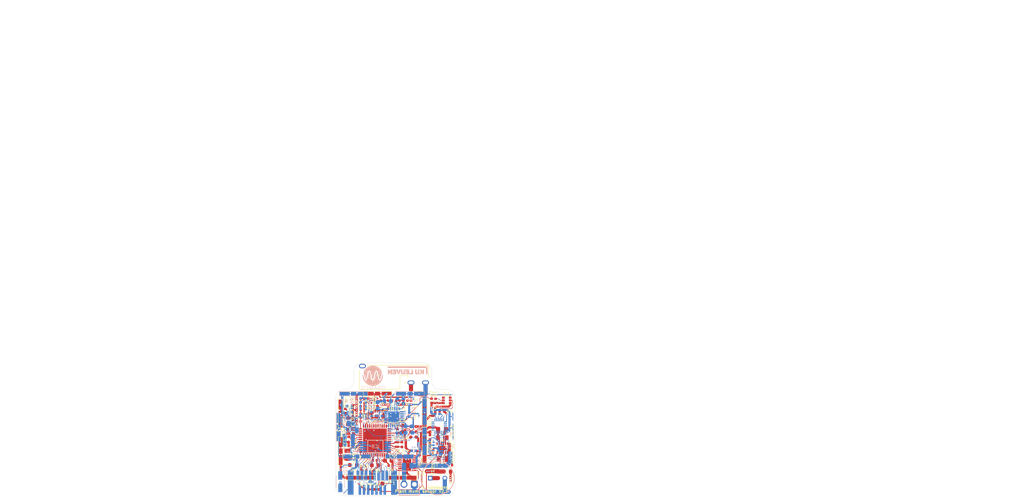
<source format=kicad_pcb>
(kicad_pcb (version 20240108) (generator "pcbnew") (generator_version "8.0")
  (title_block (title "Plant mvmt Sensor") (date "2024-07-05") (rev "V2.1") (company "DRAMCO") (comment 1 "Sarah Goossens"))
  (layers (0 "F.Cu" signal) (1 "In1.Cu" signal) (2 "In2.Cu" signal) (31 "B.Cu" signal) (34 "B.Paste" user) (35 "F.Paste" user) (36 "B.SilkS" user "B.Silkscreen") (37 "F.SilkS" user "F.Silkscreen") (38 "B.Mask" user) (39 "F.Mask" user) (44 "Edge.Cuts" user))
  (net 0 "")
  (net 1 "+BATT")
  (net 2 "GND")
  (net 3 "Net-(C6-Pad1)")
  (net 4 "Net-(C15-Pad1)")
  (net 5 "/STM32&Sensors/USER_LED")
  (net 6 "+1V8")
  (net 7 "Net-(IC6-Pad4)")
  (net 8 "/STM32&Sensors/INT_LIGHT")
  (net 9 "RESET_SX1280")
  (net 10 "/STM32&Sensors/CS_BME280")
  (net 11 "DIO1_SX1280")
  (net 12 "/STM32&Sensors/SPI3_SCK")
  (net 13 "/STM32&Sensors/SPI3_MISO")
  (net 14 "/STM32&Sensors/SPI3_MOSI")
  (net 15 "Net-(C18-Pad1)")
  (net 16 "Net-(C19-Pad1)")
  (net 17 "/STM32&Sensors/CS_RTC")
  (net 18 "CS_SX1280")
  (net 19 "Net-(C21-Pad1)")
  (net 20 "BUSY_SX1280")
  (net 21 "SPI1_SCK")
  (net 22 "SPI1_MISO")
  (net 23 "+VSW")
  (net 24 "SPI1_MOSI")
  (net 25 "RF_STM32")
  (net 26 "Net-(C36-Pad1)")
  (net 27 "DIO2_SX1280")
  (net 28 "DIO3_SX1280")
  (net 29 "+VDC")
  (net 30 "/STM32&Sensors/Tempering")
  (net 31 "BATTIN")
  (net 32 "/STM32&Sensors/GNSS_PPS")
  (net 33 "Net-(IC6-Pad6)")
  (net 34 "Net-(C33-Pad1)")
  (net 35 "/STM32&Sensors/GNSS_Reset")
  (net 36 "Net-(C41-Pad1)")
  (net 38 "/STM32&Sensors/VSW1V8_On")
  (net 39 "/STM32&Sensors/INT1_ICM20948")
  (net 40 "/STM32&Sensors/CLKOUT_RTC")
  (net 41 "/STM32&Sensors/PG1V8")
  (net 42 "/STM32&Sensors/RTC_NINTB")
  (net 43 "/STM32&Sensors/OSC32_OUT")
  (net 44 "/STM32&Sensors/OSC32_IN")
  (net 45 "Net-(C31-Pad1)")
  (net 48 "/STM32&Sensors/CS_ICM20948")
  (net 49 "I2C3_SCL")
  (net 50 "Net-(LED1-Pad1)")
  (net 51 "I2C3_SDA")
  (net 65 "Net-(IC4-Pad34)")
  (net 66 "Net-(IC4-Pad40)")
  (net 67 "Net-(IC4-Pad41)")
  (net 68 "SCAP_ON")
  (net 69 "Net-(IC6-Pad14)")
  (net 70 "Net-(IC7-Pad3)")
  (net 71 "Net-(IC7-Pad4)")
  (net 72 "Net-(IC7-Pad7)")
  (net 73 "Net-(IC7-Pad9)")
  (net 74 "Net-(L3-Pad2)")
  (net 75 "TCK")
  (net 76 "TMS")
  (net 77 "NRST")
  (net 78 "/STM32&Sensors/RTC_PPS")
  (net 79 "/STM32&Sensors/USART1_TX")
  (net 80 "Net-(C42-Pad1)")
  (net 81 "ANT_SELECT")
  (net 83 "Net-(C45-Pad2)")
  (net 84 "Net-(C43-Pad2)")
  (net 85 "Net-(C44-Pad2)")
  (net 86 "Net-(C48-Pad2)")
  (net 87 "Net-(C44-Pad1)")
  (net 88 "Net-(FL1-Pad1)")
  (net 89 "/STM32&Sensors/USART1_RX")
  (net 90 "Net-(IC4-Pad8)")
  (net 91 "Net-(C30-Pad1)")
  (net 92 "Net-(PS1-Pad11)")
  (net 93 "Net-(IC2-Pad10)")
  (net 94 "Net-(C11-Pad1)")
  (footprint "Resistor_SMD:R_0402_1005Metric" (layer "F.Cu") (at 114.17 147.538)
    (property "Reference" "R16")
    (property "Value" "0R")
  )
  (footprint "Capacitor_SMD:C_0402_1005Metric" (layer "F.Cu") (at 113.68 140.528)
    (property "Reference" "C37")
    (property "Value" "100n")
  )
  (footprint "Resistor_SMD:R_0402_1005Metric" (layer "F.Cu") (at 127.36 126.208 90)
    (property "Reference" "R2")
    (property "Value" "10k")
  )
  (footprint "SamacSys_Parts:SON50P200X300X80-13N_TPS62740DSSR" (layer "F.Cu") (at 129.96 137.588 -90)
    (property "Reference" "PS1")
    (property "Value" "TPS62740DSSR" (hide yes))
  )
  (footprint "SamacSys_Parts:QFN50P700X700X65-49N-D" (layer "F.Cu") (at 113.72 135.738 90)
    (property "Reference" "IC4")
    (property "Value" "STM32WBA52CGU6" (hide yes))
  )
  (footprint "Capacitor_SMD:C_0402_1005Metric" (layer "F.Cu") (at 109.79 131.148 180)
    (property "Reference" "C19")
    (property "Value" "1.5pF")
  )
  (footprint "Capacitor_SMD:C_0805_2012Metric" (layer "F.Cu") (at 107.1 139.198 -90)
    (property "Reference" "C18")
    (property "Value" "4.7uF")
  )
  (footprint "Capacitor_SMD:C_0402_1005Metric" (layer "F.Cu") (at 116.965 126.638 -90)
    (property "Reference" "C36")
    (property "Value" "1.5pF")
  )
  (footprint "Resistor_SMD:R_0402_1005Metric" (layer "F.Cu") (at 111.16 143.008 180)
    (property "Reference" "R15")
    (property "Value" "0R")
  )
  (footprint "Resistor_SMD:R_0402_1005Metric" (layer "F.Cu") (at 128.33 126.218 90)
    (property "Reference" "R1")
    (property "Value" "4.7k")
  )
  (footprint "Resistor_SMD:R_0603_1608Metric" (layer "F.Cu") (at 128.89 143.988 90)
    (property "Reference" "R18")
    (property "Value" "0R")
  )
  (footprint "Capacitor_SMD:C_0402_1005Metric" (layer "F.Cu") (at 122.45 126.638 -90)
    (property "Reference" "C42")
    (property "Value" "2.7pF")
  )
  (footprint "Capacitor_SMD:C_0402_1005Metric" (layer "F.Cu") (at 107.78 133.078 180)
    (property "Reference" "C16")
    (property "Value" "100nF")
  )
  (footprint "Capacitor_SMD:C_0402_1005Metric" (layer "F.Cu") (at 123.09 138.238 180)
    (property "Reference" "C11")
    (property "Value" "100n")
  )
  (footprint "Capacitor_SMD:C_0603_1608Metric" (layer "F.Cu") (at 116.94 140.618)
    (property "Reference" "C9")
    (property "Value" "1µ")
  )
  (footprint "TestPoint:TestPoint_Pad_D1.0mm" (layer "F.Cu") (at 115.5 146.118)
    (property "Reference" "TP1")
    (property "Value" "TestPoint")
  )
  (footprint "Capacitor_SMD:C_0402_1005Metric" (layer "F.Cu") (at 121.075 126.158)
    (property "Reference" "L8")
    (property "Value" "1.3nH")
  )
  (footprint "Resistor_SMD:R_0402_1005Metric" (layer "F.Cu") (at 126.97 134.968 90)
    (property "Reference" "R20")
    (property "Value" "0R")
  )
  (footprint "Capacitor_SMD:C_0603_1608Metric" (layer "F.Cu") (at 113.76 141.718)
    (property "Reference" "C38")
    (property "Value" "1µ")
  )
  (footprint "Resistor_SMD:R_0402_1005Metric" (layer "F.Cu") (at 129.84 128.748 180)
    (property "Reference" "R4")
    (property "Value" "4.7k")
  )
  (footprint "Inductor_SMD:L_0805_2012Metric" (layer "F.Cu") (at 129.9575 135.078)
    (property "Reference" "L3")
    (property "Value" "2.2u")
  )
  (footprint "GJM1555C1H6R0CB01D:CAPC1005X55N" (layer "F.Cu") (at 120.71 137.318 180)
    (property "Reference" "C39")
    (property "Value" "GJM1555C1H6R0CB01D" (hide yes))
  )
  (footprint "Resistor_SMD:R_0402_1005Metric" (layer "F.Cu") (at 129.94 141.698 180)
    (property "Reference" "R11")
    (property "Value" "0R")
  )
  (footprint "Capacitor_SMD:C_0805_2012Metric" (layer "F.Cu") (at 130.06 140.228 180)
    (property "Reference" "C20")
    (property "Value" "10u")
  )
  (footprint "SamacSys_Parts:S099146R" (layer "F.Cu") (at 105.49 138.313 90)
    (property "Reference" "MP2" (hide yes))
    (property "Value" "S0991-46R" (hide yes))
  )
  (footprint "Capacitor_SMD:C_0402_1005Metric" (layer "F.Cu") (at 107.88 137.038 180)
    (property "Reference" "C14")
    (property "Value" "100n")
  )
  (footprint "Capacitor_SMD:C_0402_1005Metric" (layer "F.Cu") (at 115.595 126.158 180)
    (property "Reference" "C48")
    (property "Value" "56pF")
  )
  (footprint "Resistor_SMD:R_0402_1005Metric" (layer "F.Cu") (at 106.59 128.658 90)
    (property "Reference" "R9")
    (property "Value" "500K")
  )
  (footprint "Resistor_SMD:R_0402_1005Metric" (layer "F.Cu") (at 131.8 141.698 180)
    (property "Reference" "R10")
    (property "Value" "0R")
  )
  (footprint "Capacitor_SMD:C_0402_1005Metric" (layer "F.Cu") (at 109.8 125.668 180)
    (property "Reference" "C22")
    (property "Value" "2.7pF")
  )
  (footprint "Capacitor_SMD:C_0603_1608Metric" (layer "F.Cu") (at 120.37 132.928 90)
    (property "Reference" "C5")
    (property "Value" "1µ")
  )
  (footprint "Capacitor_SMD:C_0402_1005Metric" (layer "F.Cu") (at 119.705 126.638 -90)
    (property "Reference" "C41")
    (property "Value" "3.9pF")
  )
  (footprint "Capacitor_SMD:C_0603_1608Metric" (layer "F.Cu") (at 114.95 129.978)
    (property "Reference" "C13")
    (property "Value" "1µ")
  )
  (footprint "Resistor_SMD:R_0402_1005Metric" (layer "F.Cu") (at 112.06952 129.80848 -90)
    (property "Reference" "R5")
    (property "Value" "10k")
  )
  (footprint "SamacSys_Parts:SOTFL48P130X55-6N" (layer "F.Cu") (at 113.6 126.158)
    (property "Reference" "IC9")
    (property "Value" "CG2214M6-C2" (hide yes))
  )
  (footprint "SamacSys_Parts:S099146R" (layer "F.Cu") (at 125.67 129.118 90)
    (property "Reference" "MP7" (hide yes))
    (property "Value" "S0991-46R" (hide yes))
  )
  (footprint "SamacSys_Parts:VEML6035" (layer "F.Cu") (at 131.025 126.098)
    (property "Reference" "IC1")
    (property "Value" "VEML6035" (hide yes))
  )
  (footprint "Resistor_SMD:R_0402_1005Metric" (layer "F.Cu") (at 111.76 147.538 180)
    (property "Reference" "R17")
    (property "Value" "0R")
  )
  (footprint "SamacSys_Parts:S099146R" (layer "F.Cu") (at 125.67 137.793 90)
    (property "Reference" "MP4" (hide yes))
    (property "Value" "S0991-46R" (hide yes))
  )
  (footprint "SamacSys_Parts:S099146R" (layer "F.Cu") (at 114.38 124.488)
    (property "Reference" "MP5" (hide yes))
    (property "Value" "S0991-46R" (hide yes))
  )
  (footprint "Capacitor_SMD:C_0805_2012Metric" (layer "F.Cu") (at 129.88 133.208)
    (property "Reference" "C23")
    (property "Value" "10u")
  )
  (footprint "Capacitor_SMD:C_0402_1005Metric" (layer "F.Cu") (at 113.00952 129.78848 90)
    (property "Reference" "C12")
    (property "Value" "100n")
  )
  (footprint "Capacitor_SMD:C_0402_1005Metric" (layer "F.Cu") (at 107.88 136.108 180)
    (property "Reference" "C17")
    (property "Value" "100nF")
  )
  (footprint "Capacitor_SMD:C_0402_1005Metric" (layer "F.Cu") (at 114.34 127.968 90)
    (property "Reference" "C47")
    (property "Value" "1000pF")
  )
  (footprint "ECS-.327-12:XTAL_ECS-.327-12.5-16-TR" (layer "F.Cu") (at 119 136.728 90)
    (property "Reference" "X2")
    (property "Value" "MU00658-32.768k")
  )
  (footprint "SamacSys_Parts:S099146R" (layer "F.Cu") (at 120.4 144.728)
    (property "Reference" "MP3" (hide yes))
    (property "Value" "S0991-46R" (hide yes))
  )
  (footprint "SamacSys_Parts:S099146R" (layer "F.Cu") (at 105.45 129.268 90)
    (property "Reference" "MP1" (hide yes))
    (property "Value" "S0991-46R" (hide yes))
  )
  (footprint "Resistor_SMD:R_0603_1608Metric" (layer "F.Cu") (at 131.11 143.228 180)
    (property "Reference" "R12")
    (property "Value" "0R")
  )
  (footprint "Capacitor_SMD:C_0402_1005Metric" (layer "F.Cu") (at 118.335 126.158)
    (property "Reference" "L7")
    (property "Value" "1.8nH")
  )
  (footprint "Capacitor_SMD:C_0402_1005Metric" (layer "F.Cu") (at 110.28 129.778 90)
    (property "Reference" "L1")
    (property "Value" "1.8nH")
  )
  (footprint "ANT-2:XCVR_ANT-2.4-MSA-TH1" (layer "F.Cu") (at 118.31 120.528)
    (property "Reference" "E1" (hide yes))
    (property "Value" "ANT-2.4-MSA-TH1")
  )
  (footprint "Capacitor_SMD:C_0402_1005Metric" (layer "F.Cu") (at 110.28 127.038 90)
    (property "Reference" "L2")
    (property "Value" "1.3nH")
  )
  (footprint "Capacitor_SMD:C_0402_1005Metric" (layer "F.Cu") (at 111.62 125.668)
    (property "Reference" "C43")
    (property "Value" "56pF")
  )
  (footprint "SamacSys_Parts:SON50P350X450X150-17N-D_PCF2131TFY" (layer "F.Cu") (at 121.43 141.2005)
    (property "Reference" "IC2")
    (property "Value" "PCF2131TFY" (hide yes))
  )
  (footprint "Capacitor_SMD:C_0402_1005Metric" (layer "F.Cu") (at 109.8 128.408 180)
    (property "Reference" "C21")
    (property "Value" "3.9pF")
  )
  (footprint "GJM1555C1H6R0CB01D:CAPC1005X55N" (layer "F.Cu") (at 120.7 136.148 180)
    (property "Reference" "C40")
    (property "Value" "GJM1555C1H6R0CB01D" (hide yes))
  )
  (footprint "Capacitor_SMD:C_0402_1005Metric" (layer "F.Cu") (at 119.15 133.488 90)
    (property "Reference" "C4")
    (property "Value" "100n")
  )
  (footprint "NX1612SA-32:OSCSC105P160X120X35-4N" (layer "F.Cu") (at 107.965 134.463)
    (property "Reference" "X3")
    (property "Value" "NX1612SA-32.000MHZ-CHP-CIS-3")
  )
  (footprint "Capacitor_SMD:C_0402_1005Metric" (layer "F.Cu") (at 117.51 141.818)
    (property "Reference" "C8")
    (property "Value" "100n")
  )
  (footprint "Capacitor_SMD:C_0603_1608Metric" (layer "F.Cu") (at 107.25 131.118 90)
    (property "Reference" "C15")
    (property "Value" "470nF")
  )
  (footprint "Resistor_SMD:R_0402_1005Metric" (layer "F.Cu") (at 124.48 138.778 -90)
    (property "Reference" "R13")
    (property "Value" "500K")
  )
  (footprint "SamacSys_Parts:S099146R" (layer "F.Cu") (at 110.18 144.728)
    (property "Reference" "MP6" (hide yes))
    (property "Value" "S0991-46R" (hide yes))
  )
  (footprint "Capacitor_SMD:C_0402_1005Metric" (layer "F.Cu") (at 127.79 129.018)
    (property "Reference" "C3")
    (property "Value" "100n")
  )
  (footprint "sparkfun-nrf52832-breakout:TC2030-MCP-NL" (layer "F.Cu") (at 123.005 136.208 90)
    (property "Reference" "J2")
    (property "Value" "TC2030_SWD-MCP-NL" (hide yes))
  )
  (footprint "Resistor_SMD:R_0402_1005Metric" (layer "F.Cu") (at 126.98 133.098 -90)
    (property "Reference" "R19")
    (property "Value" "0R")
  )
  (footprint "Resistor_SMD:R_0603_1608Metric" (layer "F.Cu") (at 108.505 141.678)
    (property "Reference" "R3")
    (property "Value" "1k")
  )
  (footprint "SamacSys_Parts:SOP65P640X120-8N" (layer "B.Cu") (at 113.84 137.198 180)
    (property "Reference" "IC8")
    (property "Value" "M24M01-DFDW6TP" (hide yes))
  )
  (footprint "Capacitor_SMD:C_0402_1005Metric" (layer "B.Cu") (at 112.86 129.368 90)
    (property "Reference" "C44")
    (property "Value" "56pF")
  )
  (footprint "SamacSys_Parts:SHDR2W64P0X250_1X2_450X580X1170P" (layer "B.Cu") (at 123.22 146.308)
    (property "Reference" "J4")
    (property "Value" "22-04-1021" (hide yes))
  )
  (footprint "SamacSys_Parts:S099146R" (layer "B.Cu") (at 119.66 139.603 180)
    (property "Reference" "MP11" (hide yes))
    (property "Value" "S0991-46R" (hide yes))
  )
  (footprint "SamacSys_Parts:S099146R" (layer "B.Cu") (at 122.19 124.503 180)
    (property "Reference" "MP8" (hide yes))
    (property "Value" "S0991-46R" (hide yes))
  )
  (footprint "Package_LGA:Bosch_LGA-8_2.5x2.5mm_P0.65mm_ClockwisePinNumbering" (layer "B.Cu") (at 128.9 137.208 90)
    (property "Reference" "IC5")
    (property "Value" "BME280")
  )
  (footprint "SamacSys_Parts:S099146R" (layer "B.Cu") (at 125.675203 135.910425 -90)
    (property "Reference" "MP12" (hide yes))
    (property "Value" "S0991-46R" (hide yes))
  )
  (footprint "SamacSys_Parts:2450FM07D0034T" (layer "B.Cu") (at 114.801 129.849 180)
    (property "Reference" "FL1")
    (property "Value" "2450FM07D0034T" (hide yes))
  )
  (footprint "Capacitor_SMD:C_0402_1005Metric" (layer "B.Cu") (at 111.53 126.078 -90)
    (property "Reference" "C46")
    (property "Value" "1000pF")
  )
  (footprint "Logo:Dramco10000kicad_mod" (layer "B.Cu") (at 113.25732 121.473907 180)
    (property "Reference" "G***" (hide yes))
    (property "Value" "LOGO" (hide yes))
  )
  (footprint "Capacitor_SMD:C_0603_1608Metric" (layer "B.Cu") (at 114.38 127.308 90)
    (property "Reference" "C33")
    (property "Value" "10n")
  )
  (footprint "SamacSys_Parts:S099146R" (layer "B.Cu") (at 108.6 124.500425 180)
    (property "Reference" "MP9" (hide yes))
    (property "Value" "S0991-46R" (hide yes))
  )
  (footprint "Capacitor_SMD:C_0402_1005Metric" (layer "B.Cu") (at 110.27 126.078 -90)
    (property "Reference" "C45")
    (property "Value" "1000pF")
  )
  (footprint "SamacSys_Parts:S099146R" (layer "B.Cu") (at 125.68 128.613 -90)
    (property "Reference" "MP14" (hide yes))
    (property "Value" "S0991-46R" (hide yes))
  )
  (footprint "SamacSys_Parts:CAPC1005X55N" (layer "B.Cu") (at 106.69 129.068 180)
    (property "Reference" "C26")
    (property "Value" "GRM155R60J106ME15D" (hide yes))
  )
  (footprint "Capacitor_SMD:C_0402_1005Metric" (layer "B.Cu") (at 126.89 136.428 90)
    (property "Reference" "C2")
    (property "Value" "100n")
  )
  (footprint "Capacitor_SMD:C_0402_1005Metric" (layer "B.Cu") (at 128.18 128.898 90)
    (property "Reference" "C7")
    (property "Value" "100n")
  )
  (footprint "SamacSys_Parts:QFN40P300X300X105-25N-D_ICM20948" (layer "B.Cu") (at 129.19 132.288)
    (property "Reference" "IC3")
    (property "Value" "ICM-20948" (hide yes))
  )
  (footprint "SamacSys_Parts:QFN50P400X400X100-25N-D_SX1280" (layer "B.Cu") (at 118.26 130.098 -90)
    (property "Reference" "IC6")
    (property "Value" "SX1280IMLTRT" (hide yes))
  )
  (footprint "SamacSys_Parts:VLS3015" (layer "B.Cu") (at 107.4 135.718)
    (property "Reference" "L5")
    (property "Value" "VLS3015CX-2R2M-H" (hide yes))
  )
  (footprint "Capacitor_SMD:C_0402_1005Metric" (layer "B.Cu") (at 119.434453 133.904175)
    (property "Reference" "C35")
    (property "Value" "100n")
  )
  (footprint "SamacSys_Parts:S099146R" (layer "B.Cu") (at 104.985203 132.535425 -90)
    (property "Reference" "MP10" (hide yes))
    (property "Value" "S0991-46R" (hide yes))
  )
  (footprint "CRCW04025K11FKED:RESC1005X40N" (layer "B.Cu") (at 108.18 128.398 90)
    (property "Reference" "R6")
    (property "Value" "CRCW04025K11FKED" (hide yes))
  )
  (footprint "Capacitor_SMD:C_0402_1005Metric" (layer "B.Cu") (at 129.27 128.898 90)
    (property "Reference" "C6")
    (property "Value" "100n")
  )
  (footprint "Resistor_SMD:R_0805_2012Metric" (layer "B.Cu") (at 121.6475 141.828 180)
    (property "Reference" "R8")
    (property "Value" "1R")
  )
  (footprint "Capacitor_SMD:C_0603_1608Metric" (layer "B.Cu") (at 122.72 133.118 -90)
    (property "Reference" "C31")
    (property "Value" "470n")
  )
  (footprint "Capacitor_SMD:C_0402_1005Metric" (layer "B.Cu") (at 121.98 129.538 90)
    (property "Reference" "C34")
    (property "Value" "100n")
  )
  (footprint "SamacSys_Parts:SON50P250X250X80-11N-D" (layer "B.Cu") (at 107.97 131.628 -90)
    (property "Reference" "IC7")
    (property "Value" "TPS63900DSKR" (hide yes))
  )
  (footprint "SamacSys_Parts:SOT65P210X110-5N" (layer "B.Cu") (at 110.88 128.818 90)
    (property "Reference" "IC10")
    (property "Value" "NC7SZ04P5X" (hide yes))
  )
  (footprint "SamacSys_Parts:S099146R" (layer "B.Cu") (at 109.335203 139.603 180)
    (property "Reference" "MP13" (hide yes))
    (property "Value" "S0991-46R" (hide yes))
  )
  (footprint "Capacitor_SMD:C_0603_1608Metric" (layer "B.Cu") (at 116.73 126.357575 180)
    (property "Reference" "C32")
    (property "Value" "10n")
  )
  (footprint "Logo:KULeuven6000" (layer "B.Cu") (at 121.1 119.808 180)
    (property "Reference" "G***" (hide yes))
    (property "Value" "LOGO" (hide yes))
  )
  (footprint "NX2016SA-52MHZ-EXS00A-CS07103:OSCCC200X160X50N" (layer "B.Cu") (at 119.87 126.273 90)
    (property "Reference" "X4")
    (property "Value" "NX2016SA-52MHZ-EXS00A-CS07103")
  )
  (footprint "SamacSys_Parts:APDA3020LSECKJ3PF" (layer "B.Cu") (at 105.39 145.688 -90)
    (property "Reference" "LED1")
    (property "Value" "APDA3020LSECK_J3-PF" (hide yes))
  )
  (footprint "Resistor_SMD:R_0402_1005Metric" (layer "B.Cu") (at 123.07 138.228 180)
    (property "Reference" "R14")
    (property "Value" "500K")
  )
  (footprint "SamacSys_Parts:9191021515LF" (layer "B.Cu") (at 113.1 145.908 180)
    (property "Reference" "J1")
    (property "Value" "91910-21515LF" (hide yes))
  )
  (footprint "Inductor_SMD:L_0603_1608Metric" (layer "B.Cu") (at 121.094453 133.114175 -90)
    (property "Reference" "L6")
    (property "Value" "15µ")
  )
  (footprint "SamacSys_Parts:CAPPRD350W52D800H1350" (layer "B.Cu") (at 127.065 144.818)
    (property "Reference" "C30")
    (property "Value" "HV0810-2R7105-R" (hide yes))
  )
  (footprint "CRCW0402511RFKED:RESC1005X40N" (layer "B.Cu") (at 106.41 127.458 180)
    (property "Reference" "R7")
    (property "Value" "CRCW0402511RFKED" (hide yes))
  )
  (footprint "Capacitor_SMD:C_0402_1005Metric" (layer "B.Cu") (at 128.93 139.308)
    (property "Reference" "C1")
    (property "Value" "100n")
  )
  (gr_arc (start 106.375714 149.055624) (mid 104.932879 148.500369) (end 104.305255 147.087509) (stroke (width 0.05)) (layer "Edge.Cuts"))
  (gr_line (start 133.005714 125.445656) (end 133.005255 146.985165) (stroke (width 0.05)) (layer "Edge.Cuts"))
  (gr_line (start 110.65 117.058) (end 125.34 117.058) (stroke (width 0.05)) (layer "Edge.Cuts"))
  (gr_arc (start 125.34 117.058) (mid 126.782824 117.613268) (end 127.410459 119.026115) (stroke (width 0.05)) (layer "Edge.Cuts"))
  (gr_arc (start 130.935255 123.477541) (mid 132.378073 124.032803) (end 133.005714 125.445656) (stroke (width 0.05)) (layer "Edge.Cuts"))
  (gr_arc (start 108.68 121.408) (mid 108.124732 122.850824) (end 106.711885 123.478459) (stroke (width 0.05)) (layer "Edge.Cuts"))
  (gr_line (start 106.27337 123.477541) (end 106.711885 123.478459) (stroke (width 0.05)) (layer "Edge.Cuts"))
  (gr_line (start 106.375714 149.055624) (end 131.03714 149.055624) (stroke (width 0.05)) (layer "Edge.Cuts"))
  (gr_line (start 104.305255 125.548) (end 104.305255 147.087509) (stroke (width 0.05)) (layer "Edge.Cuts"))
  (gr_arc (start 104.305255 125.548) (mid 104.860499 124.105134) (end 106.27337 123.477541) (stroke (width 0.05)) (layer "Edge.Cuts"))
  (gr_arc (start 129.482824 123.478) (mid 128.04 122.922732) (end 127.412365 121.509885) (stroke (width 0.05)) (layer "Edge.Cuts"))
  (gr_arc (start 133.005255 146.985165) (mid 132.45 148.428) (end 131.03714 149.055624) (stroke (width 0.05)) (layer "Edge.Cuts"))
  (gr_line (start 129.482824 123.478) (end 130.935255 123.477541) (stroke (width 0.05)) (layer "Edge.Cuts"))
  (gr_arc (start 108.681885 119.128459) (mid 109.237153 117.685635) (end 110.65 117.058) (stroke (width 0.05)) (layer "Edge.Cuts"))
  (gr_line (start 127.410459 119.026115) (end 127.412365 121.509885) (stroke (width 0.05)) (layer "Edge.Cuts"))
  (gr_line (start 108.681885 119.128459) (end 108.68 121.408) (stroke (width 0.05)) (layer "Edge.Cuts"))
  (gr_text "S. Goossens" (at 128.14 147.038 0) (layer "F.SilkS") (effects (font (size 0.7 0.7))))
  (gr_text "Plant mvmt sensor V2.1" (at 124.95 147.988 0) (layer "F.SilkS") (effects (font (size 0.7 0.7))))
  (segment (start 124.15 136.358) (end 124.15 136.758) (width 0.5) (layer "F.Cu") (net 1))
  (segment (start 107.15 128.518) (end 106.96 128.518) (width 0.3) (layer "F.Cu") (net 1))
  (segment (start 124.15 137.148) (end 124.15 137.258) (width 0.5) (layer "F.Cu") (net 1))
  (segment (start 131.85 136.548) (end 131.85 138.788) (width 0.3) (layer "F.Cu") (net 1))
  (segment (start 132.31 140.828) (end 131.71 140.228) (width 0.15) (layer "F.Cu") (net 1))
  (segment (start 124.15 135.288) (end 123.8 134.938) (width 0.5) (layer "F.Cu") (net 1))
  (segment (start 131.01 140.228) (end 131.01 139.888) (width 0.5) (layer "F.Cu") (net 1))
  (segment (start 132.31 141.698) (end 132.31 140.828) (width 0.15) (layer "F.Cu") (net 1))
  (segment (start 131.21 136.538) (end 131.84 136.538) (width 0.3) (layer "F.Cu") (net 1))
  (segment (start 124.15 136.358) (end 124.15 135.288) (width 0.5) (layer "F.Cu") (net 1))
  (segment (start 106.96 128.518) (end 106.59 128.148) (width 0.3) (layer "F.Cu") (net 1))
  (segment (start 131.25 140.228) (end 131.01 140.228) (width 0.5) (layer "F.Cu") (net 1))
  (segment (start 131.71 140.228) (end 131.85 140.088) (width 1) (layer "F.Cu") (net 1))
  (segment (start 123.8 134.938) (end 123.64 134.938) (width 0.5) (layer "F.Cu") (net 1))
  (segment (start 131.84 136.538) (end 131.85 136.548) (width 0.3) (layer "F.Cu") (net 1))
  (segment (start 131.01 139.888) (end 131.47 139.428) (width 0.5) (layer "F.Cu") (net 1))
  (segment (start 111.171672 147.538) (end 109.676007 146.042335) (width 0.3) (layer "F.Cu") (net 1))
  (segment (start 131.21 140.028) (end 131.01 140.228) (width 0.5) (layer "F.Cu") (net 1))
  (segment (start 131.85 139.628) (end 131.25 140.228) (width 0.5) (layer "F.Cu") (net 1))
  (segment (start 131.47 139.428) (end 131.47 136.69848) (width 0.5) (layer "F.Cu") (net 1))
  (segment (start 124.15 136.758) (end 124.15 137.148) (width 0.5) (layer "F.Cu") (net 1))
  (segment (start 131.85 139.628) (end 131.85 138.788) (width 1) (layer "F.Cu") (net 1))
  (segment (start 131.01 140.228) (end 131.71 140.228) (width 1) (layer "F.Cu") (net 1))
  (segment (start 111.25 147.538) (end 111.171672 147.538) (width 0.3) (layer "F.Cu") (net 1))
  (via (at 124.15 136.358) (size 0.3) (drill 0.25) (layers "F.Cu" "B.Cu") (net 1))
  (via (at 124.16 137.278) (size 0.3) (drill 0.25) (layers "F.Cu" "B.Cu") (net 1))
  (via (at 131.85 139.741332) (size 0.3) (drill 0.25) (layers "F.Cu" "B.Cu") (net 1))
  (via (at 124.15 136.828) (size 0.3) (drill 0.25) (layers "F.Cu" "B.Cu") (net 1))
  (via (at 131.85 140.218) (size 0.3) (drill 0.25) (layers "F.Cu" "B.Cu") (net 1))
  (via (at 109.676007 146.042335) (size 0.3) (drill 0.25) (layers "F.Cu" "B.Cu") (net 1))
  (via (at 131.85 139.264666) (size 0.3) (drill 0.25) (layers "F.Cu" "B.Cu") (net 1))
  (via (at 106.57 133.358) (size 0.3) (drill 0.25) (layers "F.Cu" "B.Cu") (net 1))
  (via (at 107.15 128.518) (size 0.3) (drill 0.25) (layers "F.Cu" "B.Cu") (net 1))
  (via (at 131.85 138.788) (size 0.3) (drill 0.25) (layers "F.Cu" "B.Cu") (net 1))
  (via (at 106.57 132.878) (size 0.3) (drill 0.25) (layers "F.Cu" "B.Cu") (net 1))
  (segment (start 106.987126 129.490874) (end 106.805 129.673) (width 0.2) (layer "B.Cu") (net 1))
  (segment (start 105.9 130.118) (end 106.16 129.858) (width 0.2) (layer "B.Cu") (net 1))
  (segment (start 123.79 139.728) (end 123.79 140.598) (width 0.5) (layer "B.Cu") (net 1))
  (segment (start 107.15 129.068) (end 107.15 129.158) (width 0.2) (layer "B.Cu") (net 1))
  (segment (start 124.52 138.998) (end 124.52 137.638) (width 0.5) (layer "B.Cu") (net 1))
  (segment (start 107.32 129.778978) (end 107.319511 129.778489) (width 0.2) (layer "B.Cu") (net 1))
  (segment (start 107.473563 129.774437) (end 107.473563 129.914437) (width 0.2) (layer "B.Cu") (net 1))
  (segment (start 105.657214 130.190786) (end 105.657214 130.350786) (width 0.2) (layer "B.Cu") (net 1))
  (segment (start 105.9 130.408) (end 105.9 129.948) (width 0.2) (layer "B.Cu") (net 1))
  (segment (start 106.54 132.998) (end 106.66 132.878) (width 0.5) (layer "B.Cu") (net 1))
  (segment (start 106.66 132.878) (end 105.807214 132.025214) (width 0.5) (layer "B.Cu") (net 1))
  (segment (start 105.9 130.408) (end 105.9 130.118) (width 0.2) (layer "B.Cu") (net 1))
  (segment (start 106.14 130.408) (end 106.610489 129.937511) (width 0.2) (layer "B.Cu") (net 1))
  (segment (start 107.473563 129.914437) (end 107.47 129.918) (width 0.2) (layer "B.Cu") (net 1))
  (segment (start 107.47 129.918) (end 107.19 129.638) (width 0.2) (layer "B.Cu") (net 1))
  (segment (start 131.85 140.088) (end 131.85 140.908) (width 1) (layer "B.Cu") (net 1))
  (segment (start 106.61 129.608) (end 107.15 129.068) (width 0.2) (layer "B.Cu") (net 1))
  (segment (start 124.16 137.278) (end 124.16 136.368) (width 0.5) (layer "B.Cu") (net 1))
  (segment (start 107.19 129.490874) (end 107.202874 129.490874) (width 0.2) (layer "B.Cu") (net 1))
  (segment (start 106.11 129.738) (end 106.48 129.738) (width 0.2) (layer "B.Cu") (net 1))
  (segment (start 106.84 129.638) (end 107.19 129.638) (width 0.2) (layer "B.Cu") (net 1))
  (segment (start 107.19 129.490874) (end 106.987126 129.490874) (width 0.2) (layer "B.Cu") (net 1))
  (segment (start 107.15 129.278) (end 107.15 128.518) (width 0.3) (layer "B.Cu") (net 1))
  (segment (start 124.16 136.368) (end 124.15 136.358) (width 0.5) (layer "B.Cu") (net 1))
  (segment (start 107.19 129.278) (end 107.19 129.490874) (width 0.2) (layer "B.Cu") (net 1))
  (segment (start 105.9 129.948) (end 105.657214 130.190786) (width 0.2) (layer "B.Cu") (net 1))
  (segment (start 124.52 137.638) (end 124.16 137.278) (width 0.5) (layer "B.Cu") (net 1))
  (segment (start 106.97 132.878) (end 106.66 132.878) (width 0.2) (layer "B.Cu") (net 1))
  (segment (start 106.47 133.308) (end 106.8 133.308) (width 0.5) (layer "B.Cu") (net 1))
  (segment (start 107.47 130.378) (end 107.47 130.098) (width 0.2) (layer "B.Cu") (net 1))
  (segment (start 107.15 129.158) (end 105.9 130.408) (width 0.2) (layer "B.Cu") (net 1))
  (segment (start 131.85 140.908) (end 130.93 141.828) (width 1) (layer "B.Cu") (net 1))
  (segment (start 106.610489 129.608489) (end 106.61 129.608) (width 0.2) (layer "B.Cu") (net 1))
  (segment (start 123.79 141.668) (end 123.95 141.828) (width 0.5) (layer "B.Cu") (net 1))
  (segment (start 106.805 129.673) (end 106.610489 129.867511) (width 0.2) (layer "B.Cu") (net 1))
  (segment (start 105.807214 130.500786) (end 105.9 130.408) (width 0.5) (layer "B.Cu") (net 1))
  (segment (start 124.15 139.368) (end 124.52 138.998) (width 0.5) (layer "B.Cu") (net 1))
  (segment (start 124.15 139.368) (end 123.79 139.728) (width 0.5) (layer "B.Cu") (net 1))
  (segment (start 105.807214 132.025214) (end 105.807214 130.500786) (width 0.5) (layer "B.Cu") (net 1))
  (segment (start 106.1 130.118) (end 106.61 129.608) (width 0.2) (layer "B.Cu") (net 1))
  (segment (start 107.473563 129.774437) (end 107.39 129.690874) (width 0.2) (layer "B.Cu") (net 1))
  (segment (start 123.95 141.828) (end 122.56 141.828) (width 1) (layer "B.Cu") (net 1))
  (segment (start 105.9 130.408) (end 106.14 130.408) (width 0.2) (layer "B.Cu") (net 1))
  (segment (start 106.610489 129.937511) (end 106.610489 129.608489) (width 0.2) (layer "B.Cu") (net 1))
  (segment (start 130.93 141.828) (end 123.95 141.828) (width 1) (layer "B.Cu") (net 1))
  (segment (start 107.39 129.690874) (end 107.39 129.478) (width 0.2) (layer "B.Cu") (net 1))
  (segment (start 106.805 129.673) (end 106.84 129.638) (width 0.2) (layer "B.Cu") (net 1))
  (segment (start 105.9 129.948) (end 106.11 129.738) (width 0.2) (layer "B.Cu") (net 1))
  (segment (start 131.85 138.788) (end 131.85 140.088) (width 1) (layer "B.Cu") (net 1))
  (segment (start 107.19 129.278) (end 107.39 129.478) (width 0.2) (layer "B.Cu") (net 1))
  (segment (start 123.79 140.598) (end 123.79 141.668) (width 0.5) (layer "B.Cu") (net 1))
  (segment (start 107.47 130.378) (end 107.47 129.918) (width 0.2) (layer "B.Cu") (net 1))
  (segment (start 106.66 132.878) (end 106.66 133.358) (width 0.2) (layer "B.Cu") (net 1))
  (segment (start 105.657214 130.350786) (end 105.807214 130.500786) (width 0.2) (layer "B.Cu") (net 1))
  (segment (start 105.49 136.163) (end 105.49 138.313) (width 0.2) (layer "F.Cu") (net 2))
  (segment (start 125.91 121.828) (end 125.91 124.60848) (width 1) (layer "F.Cu") (net 2))
  (segment (start 118.25 144.728) (end 120.4 144.728) (width 0.2) (layer "F.Cu") (net 2))
  (segment (start 129.21 138.638) (end 129.71 138.638) (width 0.3) (layer "F.Cu") (net 2))
  (segment (start 127.05 129.828) (end 127.84 129.828) (width 0.5) (layer "F.Cu") (net 2))
  (segment (start 125.1 132.398) (end 123.64 132.398) (width 0.5) (layer "F.Cu") (net 2))
  (segment (start 112.25 129.118) (end 112.06952 129.29848) (width 0.2) (layer "F.Cu") (net 2))
  (segment (start 129.43 140.548) (end 129.11 140.228) (width 0.15) (layer "F.Cu") (net 2))
  (segment (start 107.964511 134.363489) (end 107.689022 134.088) (width 0.1) (layer "F.Cu") (net 2))
  (segment (start 124.44548 124.60848) (end 124.34 124.503) (width 1) (layer "F.Cu") (net 2))
  (segment (start 127.69 137.968) (end 127.69 139.168) (width 0.3) (layer "F.Cu") (net 2))
  (segment (start 120.4 144.728) (end 122.55 144.728) (width 0.2) (layer "F.Cu") (net 2))
  (segment (start 108.51 128.418) (end 108.42 128.508) (width 0.5) (layer "F.Cu") (net 2))
  (segment (start 130.30048 134.07752) (end 130.83 133.548) (width 0.3) (layer "F.Cu") (net 2))
  (segment (start 114.16 140.528) (end 114.16 141.343) (width 0.2) (layer "F.Cu") (net 2))
  (segment (start 120.80144 134.56848) (end 120.89 134.65704) (width 0.5) (layer "F.Cu") (net 2))
  (segment (start 106.52 134.268) (end 106.52 136.038) (width 0.5) (layer "F.Cu") (net 2))
  (segment (start 106.35 144.728) (end 107.95 144.728) (width 0.5) (layer "F.Cu") (net 2))
  (segment (start 112.98 143.388) (end 112.98 144.078) (width 0.5) (layer "F.Cu") (net 2))
  (segment (start 119.15 132.388) (end 119.385 132.153) (width 0.3) (layer "F.Cu") (net 2))
  (segment (start 108.18 127.188) (end 109.2 127.188) (width 0.3) (layer "F.Cu") (net 2))
  (segment (start 121.43 141.2005) (end 121.43 143.608) (width 0.5) (layer "F.Cu") (net 2))
  (segment (start 112.25 126.538) (end 112.25 127.158) (width 0.2) (layer "F.Cu") (net 2))
  (segment (start 120.23952 134.56752) (end 120.23856 134.56848) (width 0.5) (layer "F.Cu") (net 2))
  (segment (start 125.5 127.138) (end 125.67 126.968) (width 0.5) (layer "F.Cu") (net 2))
  (segment (start 107.25 130.343) (end 109.155 130.343) (width 0.5) (layer "F.Cu") (net 2))
  (segment (start 121.81 138.158) (end 122.53 138.158) (width 0.5) (layer "F.Cu") (net 2))
  (segment (start 129.85 137.478) (end 129.96 137.588) (width 0.5) (layer "F.Cu") (net 2))
  (segment (start 129.71 137.838) (end 129.96 137.588) (width 0.3) (layer "F.Cu") (net 2))
  (segment (start 121.81 140.8205) (end 121.43 141.2005) (width 0.5) (layer "F.Cu") (net 2))
  (segment (start 129.41 139.308) (end 129.41 138.938) (width 0.3) (layer "F.Cu") (net 2))
  (segment (start 123.22 145.398) (end 122.55 144.728) (width 1) (layer "F.Cu") (net 2))
  (segment (start 130.21 137.338) (end 129.96 137.588) (width 0.3) (layer "F.Cu") (net 2))
  (segment (start 109.32 128.418) (end 108.51 128.418) (width 0.5) (layer "F.Cu") (net 2))
  (segment (start 126.065 139.548) (end 125.67 139.943) (width 0.3) (layer "F.Cu") (net 2))
  (segment (start 107.3 133.963) (end 107.425 134.088) (width 0.5) (layer "F.Cu") (net 2))
  (segment (start 115.4 125.348) (end 115 125.348) (width 0.3) (layer "F.Cu") (net 2))
  (segment (start 129.71 138.638) (end 129.71 137.838) (width 0.3) (layer "F.Cu") (net 2))
  (segment (start 109.32 128.418) (end 109.32 127.308) (width 0.5) (layer "F.Cu") (net 2))
  (segment (start 108.42 131.128) (end 108.42 128.508) (width 0.5) (layer "F.Cu") (net 2))
  (segment (start 109.32 125.048) (end 109.88 124.488) (width 0.5) (layer "F.Cu") (net 2))
  (segment (start 119.705 127.118) (end 122.45 127.118) (width 0.5) (layer "F.Cu") (net 2))
  (segment (start 105.805 140.148) (end 105.49 140.463) (width 0.3) (layer "F.Cu") (net 2))
  (segment (start 109.88 124.488) (end 112.23 124.488) (width 0.5) (layer "F.Cu") (net 2))
  (segment (start 126.225 139.388) (end 125.67 139.943) (width 0.3) (layer "F.Cu") (net 2))
  (segment (start 116.965 128.013) (end 116.965 127.118) (width 0.5) (layer "F.Cu") (net 2))
  (segment (start 106.52 136.038) (end 106.645 136.163) (width 0.5) (layer "F.Cu") (net 2))
  (segment (start 112.25 127.688) (end 112.25 128.218) (width 0.2) (layer "F.Cu") (net 2))
  (segment (start 118.25 144.728) (end 118.25 145.838) (width 0.5) (layer "F.Cu") (net 2))
  (segment (start 114.205 142.068) (end 114.545 141.728) (width 0.2) (layer "F.Cu") (net 2))
  (segment (start 113.61 124.488) (end 112.23 124.488) (width 0.15) (layer "F.Cu") (net 2))
  (segment (start 113.61 125.808) (end 113.61 126.078) (width 0.2) (layer "F.Cu") (net 2))
  (segment (start 115.69 128.778) (end 115.725 128.743) (width 0.2) (layer "F.Cu") (net 2))
  (segment (start 116.53 125.338) (end 116.53 124.488) (width 0.3) (layer "F.Cu") (net 2))
  (segment (start 129.43 141.698) (end 129.43 140.548) (width 0.15) (layer "F.Cu") (net 2))
  (segment (start 115.69 128.318) (end 115.56 128.448) (width 0.5) (layer "F.Cu") (net 2))
  (segment (start 109.32 125.678) (end 109.32 125.048) (width 0.5) (layer "F.Cu") (net 2))
  (segment (start 113.00952 129.30848) (end 112.25952 129.30848) (width 0.5) (layer "F.Cu") (net 2))
  (segment (start 127.69 139.168) (end 127.47 139.388) (width 0.3) (layer "F.Cu") (net 2))
  (segment (start 115.56 128.448) (end 114.34 128.448) (width 0.5) (layer "F.Cu") (net 2))
  (segment (start 131.48 127.608) (end 131.85 127.238) (width 0.5) (layer "F.Cu") (net 2))
  (segment (start 107.964511 134.487022) (end 107.964511 134.363489) (width 0.1) (layer "F.Cu") (net 2))
  (segment (start 128.27 127.838) (end 128.5 127.608) (width 0.5) (layer "F.Cu") (net 2))
  (segment (start 115.725 128.743) (end 115.725 128.353) (width 0.5) (layer "F.Cu") (net 2))
  (segment (start 109.28 131.128) (end 109.31 131.158) (width 0.5) (layer "F.Cu") (net 2))
  (segment (start 114.535 141.718) (end 114.535 141.833) (width 0.5) (layer "F.Cu") (net 2))
  (segment (start 122.53 138.158) (end 122.61 138.238) (width 0.5) (layer "F.Cu") (net 2))
  (segment (start 117.99 141.818) (end 117.99 140.893) (width 0.5) (layer "F.Cu") (net 2))
  (segment (start 125.67 135.643) (end 125.67 136.488) (width 0.2) (layer "F.Cu") (net 2))
  (segment (start 112.248495 126.536495) (end 112.25 126.538) (width 0.3) (layer "F.Cu") (net 2))
  (segment (start 121.81 138.158) (end 121.81 140.8205) (width 0.5) (layer "F.Cu") (net 2))
  (segment (start 112.07952 129.30848) (end 112.06952 129.29848) (width 0.5) (layer "F.Cu") (net 2))
  (segment (start 127.47 139.388) (end 126.31 139.388) (width 0.3) (layer "F.Cu") (net 2))
  (segment (start 120.23856 134.56848) (end 119.99 134.56848) (width 0.5) (layer "F.Cu") (net 2))
  (segment (start 131.85 127.238) (end 131.85 126.748) (width 0.5) (layer "F.Cu") (net 2))
  (segment (start 113.53 126.158) (end 113.61 126.078) (width 0.2) (layer "F.Cu") (net 2))
  (segment (start 125.67 136.488) (end 125.67 137.793) (width 0.2) (layer "F.Cu") (net 2))
  (segment (start 109.2 127.188) (end 109.32 127.308) (width 0.3) (layer "F.Cu") (net 2))
  (segment (start 119.73 139.4505) (end 123.13 139.4505) (width 0.2) (layer "F.Cu") (net 2))
  (segment (start 115.725 128.353) (end 116.625 128.353) (width 0.5) (layer "F.Cu") (net 2))
  (segment (start 111.11 128.378) (end 111.11 126.616495) (width 0.3) (layer "F.Cu") (net 2))
  (segment (start 105.45 129.268) (end 105.45 131.418) (width 0.2) (layer "F.Cu") (net 2))
  (segment (start 106.645 136.163) (end 107.255 136.163) (width 0.5) (layer "F.Cu") (net 2))
  (segment (start 121.17 137.518) (end 121.81 138.158) (width 0.5) (layer "F.Cu") (net 2))
  (segment (start 117.77 140.893) (end 117.495 140.618) (width 0.5) (layer "F.Cu") (net 2))
  (segment (start 116.28 127.118) (end 116.965 127.118) (width 0.5) (layer "F.Cu") (net 2))
  (segment (start 120.89 135.458) (end 121.17 135.738) (width 0.5) (layer "F.Cu") (net 2))
  (segment (start 115.44 130.008) (end 115.725 130.008) (width 0.2) (layer "F.Cu") (net 2))
  (segment (start 119.73 142.4505) (end 120.3825 142.4505) (width 0.3) (layer "F.Cu") (net 2))
  (segment (start 129.41 138.938) (end 129.71 138.638) (width 0.3) (layer "F.Cu") (net 2))
  (segment (start 115.4 125.348) (end 115.386148 125.361852) (width 0.3) (layer "F.Cu") (net 2))
  (segment (start 114.11 142.068) (end 114.205 142.068) (width 0.2) (layer "F.Cu") (net 2))
  (segment (start 128.5 127.608) (end 131.48 127.608) (width 0.5) (layer "F.Cu") (net 2))
  (segment (start 105.49 140.463) (end 105.49 143.868) (width 0.5) (layer "F.Cu") (net 2))
  (segment (start 116.28 127.118) (end 115.25 127.118) (width 0.5) (layer "F.Cu") (net 2))
  (segment (start 105.49 138.313) (end 105.49 140.463) (width 0.2) (layer "F.Cu") (net 2))
  (segment (start 114 128.318) (end 113.54 128.778) (width 0.5) (layer "F.Cu") (net 2))
  (segment (start 128.07 137.588) (end 127.69 137.968) (width 0.3) (layer "F.Cu") (net 2))
  (segment (start 117.99 144.468) (end 118.25 144.728) (width 0.5) (layer "F.Cu") (net 2))
  (segment (start 130.21 136.538) (end 130.21 137.338) (width 0.3) (layer "F.Cu") (net 2))
  (segment (start 114.38 124.488) (end 113.61 124.488) (width 0.15) (layer "F.Cu") (net 2))
  (segment (start 128.27 129.398) (end 128.27 129.018) (width 0.5) (layer "F.Cu") (net 2))
  (segment (start 121.17 136.658) (end 121.17 136.158) (width 0.5) (layer "F.Cu") (net 2))
  (segment (start 112.24 126.548) (end 112.25 126.538) (width 0.3) (layer "F.Cu") (net 2))
  (segment (start 125.67 131.208) (end 127.05 129.828) (width 0.5) (layer "F.Cu") (net 2))
  (segment (start 108.46952 131.22848) (end 108.46 131.238) (width 0.2) (layer "F.Cu") (net 2))
  (segment (start 108.42 127.428) (end 108.18 127.188) (width 0.5) (layer "F.Cu") (net 2))
  (segment (start 113.61 125.808) (end 113.61 124.488) (width 0.2) (layer "F.Cu") (net 2))
  (segment (start 125.67 131.268) (end 125.67 131.828) (width 0.5) (layer "F.Cu") (net 2))
  (segment (start 109.32952 131.22848) (end 108.46952 131.22848) (width 0.2) (layer "F.Cu") (net 2))
  (segment (start 115.725 130.008) (end 115.725 128.743) (width 0.5) (layer "F.Cu") (net 2))
  (segment (start 108.42 128.508) (end 108.42 127.428) (width 0.5) (layer "F.Cu") (net 2))
  (segment (start 108.49 134.838) (end 108.315489 134.838) (width 0.1) (layer "F.Cu") (net 2))
  (segment (start 108.315489 134.838) (end 107.964511 134.487022) (width 0.1) (layer "F.Cu") (net 2))
  (segment (start 116.52 125.348) (end 120.585 125.348) (width 0.3) (layer "F.Cu") (net 2))
  (segment (start 105.49 143.868) (end 106.35 144.728) (width 0.5) (layer "F.Cu") (net 2))
  (segment (start 129.41 139.308) (end 129.41 139.928) (width 0.3) (layer "F.Cu") (net 2))
  (segment (start 107.689022 134.088) (end 107.44 134.088) (width 0.1) (layer "F.Cu") (net 2))
  (segment (start 105.45 127.118) (end 105.45 129.268) (width 0.2) (layer "F.Cu") (net 2))
  (segment (start 120.595 125.358) (end 121.79 125.358) (width 0.3) (layer "F.Cu") (net 2))
  (segment (start 125.67 126.968) (end 125.67 129.118) (width 0.2) (layer "F.Cu") (net 2))
  (segment (start 125.67 139.308) (end 125.67 137.793) (width 0.2) (layer "F.Cu") (net 2))
  (segment (start 114.875 124.983) (end 114.38 124.488) (width 0.3) (layer "F.Cu") (net 2))
  (segment (start 121.17 140.9405) (end 121.43 141.2005) (width 0.5) (layer "F.Cu") (net 2))
  (segment (start 121.17 136.158) (end 121.16 136.148) (width 0.2) (layer "F.Cu") (net 2))
  (segment (start 112.25 128.218) (end 112.25 128.778) (width 0.2) (layer "F.Cu") (net 2))
  (segment (start 107.3 133.078) (end 107.3 133.963) (width 0.5) (layer "F.Cu") (net 2))
  (segment (start 129.96 137.588) (end 128.07 137.588) (width 0.3) (layer "F.Cu") (net 2))
  (segment (start 131.03 133.208) (end 131.41 133.588) (width 0.5) (layer "F.Cu") (net 2))
  (segment (start 107.1 140.148) (end 108.02 140.148) (width 0.3) (layer "F.Cu") (net 2))
  (segment (start 112.865 126.158) (end 113.53 126.158) (width 0.2) (layer "F.Cu") (net 2))
  (segment (start 130.21 137.838) (end 129.96 137.588) (width 0.3) (layer "F.Cu") (net 2))
  (segment (start 129.71 139.628) (end 129.11 140.228) (width 0.3) (layer "F.Cu") (net 2))
  (segment (start 108.03 144.728) (end 110.18 144.728) (width 0.2) (layer "F.Cu") (net 2))
  (segment (start 129.71 138.638) (end 129.71 139.628) (width 0.3) (layer "F.Cu") (net 2))
  (segment (start 112.25952 129.30848) (end 112.07952 129.30848) (width 0.5) (layer "F.Cu") (net 2))
  (segment (start 112.865 126.158) (end 112.63 126.158) (width 0.2) (layer "F.Cu") (net 2))
  (segment (start 108.42 131.128) (end 109.28 131.128) (width 0.5) (layer "F.Cu") (net 2))
  (segment (start 108.02 140.148) (end 108.3 140.428) (width 0.3) (layer "F.Cu") (net 2))
  (segment (start 109.32952 131.82752) (end 109.61 132.108) (width 0.2) (layer "F.Cu") (net 2))
  (segment (start 115.69 128.318) (end 115.725 128.353) (width 0.5) (layer "F.Cu") (net 2))
  (segment (start 129.21 140.128) (end 129.11 140.228) (width 0.3) (layer "F.Cu") (net 2))
  (segment (start 115.4 125.348) (end 115.39 125.358) (width 0.3) (layer "F.Cu") (net 2))
  (segment (start 123.22 146.308) (end 123.22 145.398) (width 1) (layer "F.Cu") (net 2))
  (segment (start 130.21 136.538) (end 130.21 136.028) (width 0.3) (layer "F.Cu") (net 2))
  (segment (start 119.142288 127.118) (end 119.132288 127.108) (width 0.5) (layer "F.Cu") (net 2))
  (segment (start 119.15 133.008) (end 119.15 132.388) (width 0.3) (layer "F.Cu") (net 2))
  (segment (start 112.63 126.158) (end 112.25 126.538) (width 0.2) (layer "F.Cu") (net 2))
  (segment (start 111.11 126.616495) (end 111.19 126.536495) (width 0.3) (layer "F.Cu") (net 2))
  (segment (start 115 125.348) (end 114.875 125.223) (width 0.3) (layer "F.Cu") (net 2))
  (segment (start 114.34 128.318) (end 114 128.318) (width 0.5) (layer "F.Cu") (net 2))
  (segment (start 109.31 131.158) (end 109.31 130.188) (width 0.5) (layer "F.Cu") (net 2))
  (segment (start 121.17 137.318) (end 121.17 137.518) (width 0.5) (layer "F.Cu") (net 2))
  (segment (start 130.21 138.638) (end 130.21 137.838) (width 0.3) (layer "F.Cu") (net 2))
  (segment (start 119.99 134.56848) (end 120.80144 134.56848) (width 0.5) (layer "F.Cu") (net 2))
  (segment (start 114.875 125.223) (end 114.875 124.983) (width 0.3) (layer "F.Cu") (net 2))
  (segment (start 113.54 126.438) (end 113.54 128.778) (width 0.2) (layer "F.Cu") (net 2))
  (segment (start 121.17 137.318) (end 121.17 136.658) (width 0.5) (layer "F.Cu") (net 2))
  (segment (start 130.83 133.548) (end 130.83 133.208) (width 0.3) (layer "F.Cu") (net 2))
  (segment (start 125.67 131.828) (end 125.1 132.398) (width 0.5) (layer "F.Cu") (net 2))
  (segment (start 115.4 125.348) (end 116.52 125.348) (width 0.3) (layer "F.Cu") (net 2))
  (segment (start 112.23 129.338) (end 112.25952 129.30848) (width 0.3) (layer "F.Cu") (net 2))
  (segment (start 129.21 138.638) (end 129.21 140.128) (width 0.3) (layer "F.Cu") (net 2))
  (segment (start 125.67 139.943) (end 125.67 139.308) (width 0.2) (layer "F.Cu") (net 2))
  (segment (start 112.25 127.158) (end 112.25 127.688) (width 0.2) (layer "F.Cu") (net 2))
  (segment (start 107.4 137.038) (end 107.4 136.108) (width 0.5) (layer "F.Cu") (net 2))
  (segment (start 116.53 124.488) (end 114.38 124.488) (width 0.15) (layer "F.Cu") (net 2))
  (segment (start 127.84 129.828) (end 128.27 129.398) (width 0.5) (layer "F.Cu") (net 2))
  (segment (start 120.585 125.348) (end 120.595 125.358) (width 0.3) (layer "F.Cu") (net 2))
  (segment (start 105.49 136.163) (end 106.645 136.163) (width 0.5) (layer "F.Cu") (net 2))
  (segment (start 109.31 130.188) (end 109.31 128.428) (width 0.5) (layer "F.Cu") (net 2))
  (segment (start 107.1 140.148) (end 105.805 140.148) (width 0.3) (layer "F.Cu") (net 2))
  (segment (start 112.25 128.778) (end 112.25 129.118) (width 0.2) (layer "F.Cu") (net 2))
  (segment (start 119.705 127.118) (end 119.142288 127.118) (width 0.5) (layer "F.Cu") (net 2))
  (segment (start 111.11 129.338) (end 112.23 129.338) (width 0.3) (layer "F.Cu") (net 2))
  (segment (start 114.535 141.833) (end 112.98 143.388) (width 0.5) (layer "F.Cu") (net 2))
  (segment (start 107.95 144.728) (end 108.03 144.728) (width 0.5) (layer "F.Cu") (net 2))
  (segment (start 125.67 131.268) (end 125.67 131.208) (width 0.5) (layer "F.Cu") (net 2))
  (segment (start 130.21 138.638) (end 129.71 138.638) (width 0.3) (layer "F.Cu") (net 2))
  (segment (start 117.99 141.818) (end 117.99 144.468) (width 0.5) (layer "F.Cu") (net 2))
  (segment (start 112.98 144.078) (end 112.33 144.728) (width 0.5) (layer "F.Cu") (net 2))
  (segment (start 130.83 133.208) (end 131.03 133.208) (width 0.5) (layer "F.Cu") (net 2))
  (segment (start 128.27 129.018) (end 128.27 127.838) (width 0.5) (layer "F.Cu") (net 2))
  (segment (start 109.32 127.308) (end 109.32 125.678) (width 0.5) (layer "F.Cu") (net 2))
  (segment (start 109.32952 131.22848) (end 109.32952 131.82752) (width 0.2) (layer "F.Cu") (net 2))
  (segment (start 125.91 124.60848) (end 124.44548 124.60848) (width 1) (layer "F.Cu") (net 2))
  (segment (start 109.155 130.343) (end 109.31 130.188) (width 0.5) (layer "F.Cu") (net 2))
  (segment (start 113.61 126.495712) (end 113.54 126.565712) (width 0.2) (layer "F.Cu") (net 2))
  (segment (start 121.17 136.658) (end 121.17 135.738) (width 0.5) (layer "F.Cu") (net 2))
  (segment (start 121.43 143.608) (end 122.55 144.728) (width 0.5) (layer "F.Cu") (net 2))
  (segment (start 113.54 128.778) (end 113.00952 129.30848) (width 0.5) (layer "F.Cu") (net 2))
  (segment (start 126.31 139.388) (end 126.225 139.388) (width 0.3) (layer "F.Cu") (net 2))
  (segment (start 113.54 128.908) (end 115.69 128.908) (width 0.2) (layer "F.Cu") (net 2))
  (segment (start 116.625 128.353) (end 116.965 128.013) (width 0.5) (layer "F.Cu") (net 2))
  (segment (start 111.11 128.378) (end 111.11 129.338) (width 0.3) (layer "F.Cu") (net 2))
  (segment (start 120.89 134.65704) (end 120.89 135.458) (width 0.5) (layer "F.Cu") (net 2))
  (segment (start 129.41 139.928) (end 129.11 140.228) (width 0.3) (layer "F.Cu") (net 2))
  (segment (start 116.52 125.348) (end 116.53 125.338) (width 0.3) (layer "F.Cu") (net 2))
  (segment (start 118.25 145.838) (end 118.32 145.908) (width 0.5) (layer "F.Cu") (net 2))
  (segment (start 130.21 136.028) (end 130.30048 135.93752) (width 0.3) (layer "F.Cu") (net 2))
  (segment (start 106.7 134.088) (end 106.52 134.268) (width 0.5) (layer "F.Cu") (net 2))
  (segment (start 109.31 128.428) (end 109.32 128.418) (width 0.5) (layer "F.Cu") (net 2))
  (segment (start 110.18 144.728) (end 112.33 144.728) (width 0.2) (layer "F.Cu") (net 2))
  (segment (start 113.61 126.078) (end 113.61 126.495712) (width 0.2) (layer "F.Cu") (net 2))
  (segment (start 107.44 134.088) (end 106.7 134.088) (width 0.5) (layer "F.Cu") (net 2))
  (segment (start 130.30048 135.93752) (end 130.30048 134.07752) (width 0.3) (layer "F.Cu") (net 2))
  (segment (start 119.385 132.153) (end 120.37 132.153) (width 0.3) (layer "F.Cu") (net 2))
  (segment (start 114.16 141.343) (end 114.545 141.728) (width 0.2) (layer "F.Cu") (net 2))
  (segment (start 111.19 126.536495) (end 112.248495 126.536495) (width 0.3) (layer "F.Cu") (net 2))
  (via (at 115.4 125.348) (size 0.3) (drill 0.25) (layers "F.Cu" "B.Cu") (net 2))
  (via (at 130.8 137.348) (size 0.3) (drill 0.25) (layers "F.Cu" "B.Cu") (net 2))
  (via (at 109.31 127.346192) (size 0.3) (drill 0.25) (layers "F.Cu" "B.Cu") (net 2))
  (via (at 115.202288 128.908) (size 0.3) (drill 0.25) (layers "F.Cu" "B.Cu") (net 2))
  (via (at 112.59 137.108) (size 0.3) (drill 0.25) (layers "F.Cu" "B.Cu") (net 2))
  (via (at 125.68 129.068) (size 0.3) (drill 0.25) (layers "F.Cu" "B.Cu") (net 2))
  (via (at 114.648192 128.908) (size 0.3) (drill 0.25) (layers "F.Cu" "B.Cu") (net 2))
  (via (at 108.18 127.188) (size 0.3) (drill 0.25) (layers "F.Cu" "B.Cu") (net 2))
  (via (at 131.41 133.588) (size 0.3) (drill 0.25) (layers "F.Cu" "B.Cu") (net 2))
  (via (at 105.45 129.268) (size 0.3) (drill 0.25) (layers "F.Cu" "B.Cu") (net 2))
  (via (at 111.29 133.508) (size 0.3) (drill 0.25) (layers "F.Cu" "B.Cu") (net 2))
  (via (at 121.79 125.358) (size 0.3) (drill 0.25) (layers "F.Cu" "B.Cu") (net 2))
  (via (at 108.46 131.238) (size 0.3) (drill 0.25) (layers "F.Cu" "B.Cu") (net 2))
  (via (at 121.904096 127.098) (size 0.3) (drill 0.25) (layers "F.Cu" "B.Cu") (net 2))
  (via (at 123.04 125.458) (size 0.3) (drill 0.25) (layers "F.Cu" "B.Cu") (net 2))
  (via (at 132.54 134.518) (size 0.3) (drill 0.25) (layers "F.Cu" "B.Cu") (net 2))
  (via (at 121.81 138.158) (size 0.3) (drill 0.25) (layers "F.Cu" "B.Cu") (net 2))
  (via (at 115.25 127.118) (size 0.3) (drill 0.25) (layers "F.Cu" "B.Cu") (net 2))
  (via (at 113.54 127.119808) (size 0.3) (drill 0.25) (layers "F.Cu" "B.Cu") (net 2))
  (via (at 106.21 148.498) (size 0.3) (drill 0.25) (layers "F.Cu" "B.Cu") (net 2))
  (via (at 113.54 128.912096) (size 0.3) (drill 0.25) (layers "F.Cu" "B.Cu") (net 2))
  (via (at 119.686384 127.108) (size 0.3) (drill 0.25) (layers "F.Cu" "B.Cu") (net 2))
  (via (at 117.96 139.348) (size 0.3) (drill 0.25) (layers "F.Cu" "B.Cu") (net 2))
  (via (at 108.3 140.428) (size 0.3) (drill 0.25) (layers "F.Cu" "B.Cu") (net 2))
  (via (at 109.31 126.238) (size 0.3) (drill 0.25) (layers "F.Cu" "B.Cu") (net 2))
  (via (at 126.76 124.538) (size 0.3) (drill 0.25) (layers "F.Cu" "B.Cu") (net 2))
  (via (at 109.31952 128.454384) (size 0.3) (drill 0.25) (layers "F.Cu" "B.Cu") (net 2))
  (via (at 124.34 124.503) (size 0.3) (drill 0.25) (layers "F.Cu" "B.Cu") (net 2))
  (via (at 111.57 135.578) (size 0.3) (drill 0.25) (layers "F.Cu" "B.Cu") (net 2))
  (via (at 112.25 128.200288) (size 0.3) (drill 0.25) (layers "F.Cu" "B.Cu") (net 2))
  (via (at 123.29 126.168) (size 0.3) (drill 0.25) (layers "F.Cu" "B.Cu") (net 2))
  (via (at 117.54 129.928) (size 0.3) (drill 0.25) (layers "F.Cu" "B.Cu") (net 2))
  (via (at 116.53 124.488) (size 0.3) (drill 0.25) (layers "F.Cu" "B.Cu") (net 2))
  (via (at 132.49 129.058) (size 0.3) (drill 0.25) (layers "F.Cu" "B.Cu") (net 2))
  (via (at 109.32 130.674384) (size 0.3) (drill 0.25) (layers "F.Cu" "B.Cu") (net 2))
  (via (at 122.458192 127.08848) (size 0.3) (drill 0.25) (layers "F.Cu" "B.Cu") (net 2))
  (via (at 105.49 136.163) (size 0.3) (drill 0.25) (layers "F.Cu" "B.Cu") (net 2))
  (via (at 118.74 129.218) (size 0.3) (drill 0.25) (layers "F.Cu" "B.Cu") (net 2))
  (via (at 109.32 130.120288) (size 0.3) (drill 0.25) (layers "F.Cu" "B.Cu") (net 2))
  (via (at 117.82 140.338) (size 0.3) (drill 0.25) (layers "F.Cu" "B.Cu") (net 2))
  (via (at 114.094096 128.908) (size 0.3) (drill 0.25) (layers "F.Cu" "B.Cu") (net 2))
  (via (at 132.55 135.428) (size 0.3) (drill 0.25) (layers "F.Cu" "B.Cu") (net 2))
  (via (at 121.39 127.098) (size 0.3) (drill 0.25) (layers "F.Cu" "B.Cu") (net 2))
  (via (at 109.61 132.108) (size 0.3) (drill 0.25) (layers "F.Cu" "B.Cu") (net 2))
  (via (at 114.43 137.588) (size 0.3) (drill 0.25) (layers "F.Cu" "B.Cu") (net 2))
  (via (at 105.45 127.118) (size 0.3) (drill 0.25) (layers "F.Cu" "B.Cu") (net 2))
  (via (at 119.09 130.498) (size 0.3) (drill 0.25) (layers "F.Cu" "B.Cu") (net 2))
  (via (at 120.595 125.358) (size 0.3) (drill 0.25) (layers "F.Cu" "B.Cu") (net 2))
  (via (at 116.358192 127.078) (size 0.3) (drill 0.25) (layers "F.Cu" "B.Cu") (net 2))
  (via (at 114.22 135.788) (size 0.3) (drill 0.25) (layers "F.Cu" "B.Cu") (net 2))
  (via (at 109.31 126.792096) (size 0.3) (drill 0.25) (layers "F.Cu" "B.Cu") (net 2))
  (via (at 132.54 133.608) (size 0.3) (drill 0.25) (layers "F.Cu" "B.Cu") (net 2))
  (via (at 119.99 134.56848) (size 0.3) (drill 0.25) (layers "F.Cu" "B.Cu") (net 2))
  (via (at 109.31 125.683904) (size 0.3) (drill 0.25) (layers "F.Cu" "B.Cu") (net 2))
  (via (at 113.54 128.228) (size 0.3) (drill 0.25) (layers "F.Cu" "B.Cu") (net 2))
  (via (at 112.25 127.092096) (size 0.3) (drill 0.25) (layers "F.Cu" "B.Cu") (net 2))
  (via (at 132.5 130.878) (size 0.3) (drill 0.25) (layers "F.Cu" "B.Cu") (net 2))
  (via (at 114.11 142.068) (size 0.3) (drill 0.25) (layers "F.Cu" "B.Cu") (net 2))
  (via (at 113.81 138.308) (size 0.3) (drill 0.25) (layers "F.Cu" "B.Cu") (net 2))
  (via (at 132.5 129.968) (size 0.3) (drill 0.25) (layers "F.Cu" "B.Cu") (net 2))
  (via (at 126.44 136.068) (size 0.3) (drill 0.25) (layers "F.Cu" "B.Cu") (net 2))
  (via (at 115.804096 127.078) (size 0.3) (drill 0.25) (layers "F.Cu" "B.Cu") (net 2))
  (via (at 132.52 132.698) (size 0.3) (drill 0.25) (layers "F.Cu" "B.Cu") (net 2))
  (via (at 120.01 132.008) (size 0.3) (drill 0.25) (layers "F.Cu" "B.Cu") (net 2))
  (via (at 109.32952 131.22848) (size 0.3) (drill 0.25) (layers "F.Cu" "B.Cu") (net 2))
  (via (at 105.936213 125.014213) (size 0.3) (drill 0.25) (layers "F.Cu" "B.Cu") (net 2))
  (via (at 113.54 127.673904) (size 0.3) (drill 0.25) (layers "F.Cu" "B.Cu") (net 2))
  (via (at 132.52 131.788) (size 0.3) (drill 0.25) (layers "F.Cu" "B.Cu") (net 2))
  (via (at 116.912288 127.118) (size 0.3) (drill 0.25) (layers "F.Cu" "B.Cu") (net 2))
  (via (at 115.756384 128.908) (size 0.3) (drill 0.25) (layers "F.Cu" "B.Cu") (net 2))
  (via (at 120.45 134.565141) (size 0.3) (drill 0.25) (layers "F.Cu" "B.Cu") (net 2))
  (via (at 121.82 140.338) (size 0.3) (drill 0.25) (layers "F.Cu" "B.Cu") (net 2))
  (via (at 132.28 124.728) (size 0.3) (drill 0.25) (layers "F.Cu" "B.Cu") (net 2))
  (via (at 118.32 145.908) (size 0.3) (drill 0.25) (layers "F.Cu" "B.Cu") (net 2))
  (via (at 131.51 148.138) (size 0.3) (drill 0.25) (layers "F.Cu" "B.Cu") (net 2))
  (via (at 113.48 133.338) (size 0.3) (drill 0.25) (layers "F.Cu" "B.Cu") (net 2))
  (via (at 117.54 129.248) (size 0.3) (drill 0.25) (layers "F.Cu" "B.Cu") (net 2))
  (via (at 107.8 133.818) (size 0.3) (drill 0.25) (layers "F.Cu" "B.Cu") (net 2))
  (via (at 109.32 129.566192) (size 0.3) (drill 0.25) (layers "F.Cu" "B.Cu") (net 2))
  (via (at 119.132288 127.108) (size 0.3) (drill 0.25) (layers "F.Cu" "B.Cu") (net 2))
  (via (at 109.31 127.900288) (size 0.3) (drill 0.25) (layers "F.Cu" "B.Cu") (net 2))
  (via (at 112.25 127.646192) (size 0.3) (drill 0.25) (layers "F.Cu" "B.Cu") (net 2))
  (via (at 112.25 126.538) (size 0.3) (drill 0.25) (layers "F.Cu" "B.Cu") (net 2))
  (via (at 121.21 140.338) (size 0.3) (drill 0.25) (layers "F.Cu" "B.Cu") (net 2))
  (via (at 129.41 139.308) (size 0.3) (drill 0.25) (layers "F.Cu" "B.Cu") (net 2))
  (via (at 109.32 129.012096) (size 0.3) (drill 0.25) (layers "F.Cu" "B.Cu") (net 2))
  (via (at 113.54 126.565712) (size 0.3) (drill 0.25) (layers "F.Cu" "B.Cu") (net 2))
  (segment (start 128.345 137.533) (end 128.255 137.533) (width 0.2) (layer "B.Cu") (net 2))
  (segment (start 131.41 133.588) (end 131.68 133.318) (width 0.5) (layer "B.Cu") (net 2))
  (segment (start 126.89 135.948) (end 126.89 135.608) (width 0.2) (layer "B.Cu") (net 2))
  (segment (start 116.778 138.173) (end 116.778 139.086) (width 0.3) (layer "B.Cu") (net 2))
  (segment (start 120.595 125.68225) (end 120.595 125.373) (width 0.5) (layer "B.Cu") (net 2))
  (segment (start 110.902 136.873) (end 112.355 136.873) (width 0.3) (layer "B.Cu") (net 2))
  (segment (start 129.49 139.308) (end 129.85 138.948) (width 0.5) (layer "B.Cu") (net 2))
  (segment (start 120.01 132.008) (end 120.1 132.008) (width 0.2) (layer "B.Cu") (net 2))
  (segment (start 128.995 137.543) (end 129.005 137.533) (width 0.2) (layer "B.Cu") (net 2))
  (segment (start 115.95 125.508) (end 115.95 125.068) (width 0.5) (layer "B.Cu") (net 2))
  (segment (start 112.22 130.268) (end 112.135 130.183) (width 0.2) (layer "B.Cu") (net 2))
  (segment (start 117.51 139.603) (end 119.66 139.603) (width 0.2) (layer "B.Cu") (net 2))
  (segment (start 130.905 148.138) (end 130.565 147.798) (width 1) (layer "B.Cu") (net 2))
  (segment (start 104.985203 139.382797) (end 105.205406 139.603) (width 0.2) (layer "B.Cu") (net 2))
  (segment (start 109.335203 139.603) (end 111.485203 139.603) (width 0.2) (layer "B.Cu") (net 2))
  (segment (start 114.83 130.678) (end 114.97 130.678) (width 0.2) (layer "B.Cu") (net 2))
  (segment (start 108.29 142.498) (end 107.88 142.908) (width 0.5) (layer "B.Cu") (net 2))
  (segment (start 110.07 129.768) (end 109.46 130.378) (width 0.3) (layer "B.Cu") (net 2))
  (segment (start 129.925 138.663) (end 129.925 138.183) (width 0.2) (layer "B.Cu") (net 2))
  (segment (start 116.778 137.523) (end 116.778 136.873) (width 0.3) (layer "B.Cu") (net 2))
  (segment (start 125.515 124.503) (end 125.68 124.668) (width 0.2) (layer "B.Cu") (net 2))
  (segment (start 121.98 127.173904) (end 121.904096 127.098) (width 0.5) (layer "B.Cu") (net 2))
  (segment (start 129.41 138.598) (end 128.995 138.183) (width 0.5) (layer "B.Cu") (net 2))
  (segment (start 127.39 135.108) (end 128.06 135.108) (width 0.2) (layer "B.Cu") (net 2))
  (segment (start 125.91 121.828) (end 125.91 124.408) (width 1) (layer "B.Cu") (net 2))
  (segment (start 121.21 140.338) (end 121.21 140.203) (width 0.5) (layer "B.Cu") (net 2))
  (segment (start 108.47 131.628) (end 108.97 131.128) (width 0.2) (layer "B.Cu") (net 2))
  (segment (start 119.01 128.148) (end 119.01 129.348) (width 0.15) (layer "B.Cu") (net 2))
  (segment (start 107.97 132.878) (end 107.97 133.498) (width 0.2) (layer "B.Cu") (net 2))
  (segment (start 107.74 133.728) (end 107.74 133.848) (width 0.2) (layer "B.Cu") (net 2))
  (segment (start 131.13 128.418) (end 129.27 128.418) (width 0.5) (layer "B.Cu") (net 2))
  (segment (start 125.91 124.408) (end 125.91 126.233) (width 0.5) (layer "B.Cu") (net 2))
  (segment (start 108.6 124.500425) (end 110.75 124.500425) (width 0.2) (layer "B.Cu") (net 2))
  (segment (start 124.21 127.098) (end 122.467712 127.098) (width 0.3) (layer "B.Cu") (net 2))
  (segment (start 131.164022 133.288) (end 130.69 133.288) (width 0.2) (layer "B.Cu") (net 2))
  (segment (start 108.97 131.128) (end 108.97 130.378) (width 0.2) (layer "B.Cu") (net 2))
  (segment (start 114.63 128.848) (end 114.6075 128.8705) (width 0.2) (layer "B.Cu") (net 2))
  (segment (start 124.845 126.463) (end 125.68 126.463) (width 0.3) (layer "B.Cu") (net 2))
  (segment (start 126.95 124.728) (end 126.76 124.538) (width 0.15) (layer "B.Cu") (net 2))
  (segment (start 122.72 133.893) (end 123.77985 133.893) (width 0.15) (layer "B.Cu") (net 2))
  (segment (start 132.49 129.058) (end 132.49 129.958) (width 0.2) (layer "B.Cu") (net 2))
  (segment (start 106.27 129.278) (end 105.9 128.908) (width 0.5) (layer "B.Cu") (net 2))
  (segment (start 123.25 148.138) (end 119.15 148.138) (width 1) (layer "B.Cu") (net 2))
  (segment (start 110.86 125.598) (end 111.63 125.598) (width 0.2) (layer "B.Cu") (net 2))
  (segment (start 119.99 134.56848) (end 120.446661 134.56848) (width 0.5) (layer "B.Cu") (net 2))
  (segment (start 119.145 126.83225) (end 119.23575 126.83225) (width 0.15) (layer "B.Cu") (net 2))
  (segment (start 132.52 133.588) (end 132.54 133.608) (width 0.2) (layer "B.Cu") (net 2))
  (segment (start 129.12048 136.16848) (end 129.12048 137.53848) (width 0.2) (layer "B.Cu") (net 2))
  (segment (start 114.6075 128.8705) (end 114.801 129.064) (width 0.2) (layer "B.Cu") (net 2))
  (segment (start 112.63 130.678) (end 112.22 130.268) (width 0.2) (layer "B.Cu") (net 2))
  (segment (start 120.01 132.008) (end 119.55 132.008) (width 0.15) (layer "B.Cu") (net 2))
  (segment (start 114.97 130.678) (end 112.63 130.678) (width 0.2) (layer "B.Cu") (net 2))
  (segment (start 129.115 137.533) (end 129.12048 137.53848) (width 0.2) (layer "B.Cu") (net 2))
  (segment (start 108.18 127.188) (end 108.18 127.848) (width 0.3) (layer "B.Cu") (net 2))
  (segment (start 116.778 138.173) (end 115.015 138.173) (width 0.3) (layer "B.Cu") (net 2))
  (segment (start 115.955 125.513) (end 115.95 125.508) (width 0.5) (layer "B.Cu") (net 2))
  (segment (start 119.914453 133.904175) (end 120.477141 134.466863) (width 0.2) (layer "B.Cu") (net 2))
  (segment (start 109.345203 141.992797) (end 108.84 142.498) (width 0.5) (layer "B.Cu") (net 2))
  (segment (start 123.77985 133.893) (end 123.912425 133.760425) (width 0.15) (layer "B.Cu") (net 2))
  (segment (start 128.995 138.183) (end 128.345 137.533) (width 0.2) (layer "B.Cu") (net 2))
  (segment (start 122.97 125.458) (end 122.97 125.848) (width 0.2) (layer "B.Cu") (net 2))
  (segment (start 113.572712 126.533) (end 113.54 126.565712) (width 0.5) (layer "B.Cu") (net 2))
  (segment (start 112.12998 128.76802) (end 112.12998 130.17798) (width 0.2) (layer "B.Cu") (net 2))
  (segment (start 125.815 124.503) (end 125.91 124.408) (width 0.5) (layer "B.Cu") (net 2))
  (segment (start 105.86 127.458) (end 105.86 125.090425) (width 0.5) (layer "B.Cu") (net 2))
  (segment (start 117.304 129.348) (end 116.31 129.348) (width 0.2) (layer "B.Cu") (net 2))
  (segment (start 121.98 129.058) (end 121.98 127.173904) (width 0.5) (layer "B.Cu") (net 2))
  (segment (start 105.9 128.618) (end 105.86 128.578) (width 0.5) (layer "B.Cu") (net 2))
  (segment (start 107.97 133.498) (end 107.74 133.728) (width 0.2) (layer "B.Cu") (net 2))
  (segment (start 112.12998 130.17798) (end 112.22 130.268) (width 0.2) (layer "B.Cu") (net 2))
  (segment (start 113.6 144.188) (end 113.6 142.578) (width 0.2) (layer "B.Cu") (net 2))
  (segment (start 131.71 129.968) (end 131.68 129.998) (width 0.2) (layer "B.Cu") (net 2))
  (segment (start 104.985203 130.385425) (end 104.985203 129.172797) (width 0.5) (layer "B.Cu") (net 2))
  (segment (start 104.985203 129.732797) (end 105.45 129.268) (width 0.2) (layer "B.Cu") (net 2))
  (segment (start 114.555425 126.357575) (end 114.38 126.533) (width 0.5) (layer "B.Cu") (net 2))
  (segment (start 107.185203 139.603) (end 109.335203 139.603) (width 0.2) (layer "B.Cu") (net 2))
  (segment (start 109.345203 139.613) (end 109.345203 140.452797) (width 0.5) (layer "B.Cu") (net 2))
  (segment (start 109.61 132.108) (end 108.45 132.108) (width 0.2) (layer "B.Cu") (net 2))
  (segment (start 105.9 128.908) (end 105.9 128.618) (width 0.5) (layer "B.Cu") (net 2))
  (segment (start 132.52 132.698) (end 132.52 133.588) (width 0.2) (layer "B.Cu") (net 2))
  (segment (start 104.985203 130.385425) (end 104.985203 129.732797) (width 0.2) (layer "B.Cu") (net 2))
  (segment (start 116.778 138.173) (end 116.778 137.523) (width 0.3) (layer "B.Cu") (net 2))
  (segment (start 120.595 125.373) (end 120.595 125.058) (width 0.5) (layer "B.Cu") (net 2))
  (segment (start 124.34 124.503) (end 125.515 124.503) (width 0.2) (layer "B.Cu") (net 2))
  (segment (start 119.66 139.603) (end 121.81 139.603) (width 0.2) (layer "B.Cu") (net 2))
  (segment (start 129.12048 137.53848) (end 129.12048 138.05752) (width 0.2) (layer "B.Cu") (net 2))
  (segment (start 127.875 137.533) (end 128.255 137.533) (width 0.2) (layer "B.Cu") (net 2))
  (segment (start 132.54 135.418) (end 132.55 135.428) (width 0.2) (layer "B.Cu") (net 2))
  (segment (start 123.22 146.308) (end 123.22 148.108) (width 1) (layer "B.Cu") (net 2))
  (segment (start 104.985203 132.535425) (end 104.985203 130.385425) (width 0.2) (layer "B.Cu") (net 2))
  (segment (start 129.005 137.533) (end 129.115 137.533) (width 0.2) (layer "B.Cu") (net 2))
  (segment (start 114.801 129.064) (end 114.801 129.499) (width 0.2) (layer "B.Cu") (net 2))
  (segment (start 131.23 133.588) (end 130.69 134.128) (width 0.5) (layer "B.Cu") (net 2))
  (segment (start 120.1 132.008) (end 120.33 132.238) (width 0.2) (layer "B.Cu") (net 2))
  (segment (start 119.993339 134.565141) (end 119.99 134.56848) (width 0.5) (layer "B.Cu") (net 2))
  (segment (start 109.335203 139.603) (end 109.345203 139.613) (width 0.5) (layer "B.Cu") (net 2))
  (segment (start 128.995 138.183) (end 128.995 137.973) (width 0.2) (layer "B.Cu") (net 2))
  (segment (start 116.31 129.348) (end 116.31 128.848) (width 0.2) (layer "B.Cu") (net 2))
  (segment (start 121.39 127.098) (end 122.448672 127.098) (width 0.3) (layer "B.Cu") (net 2))
  (segment (start 122.448672 127.098) (end 122.458192 127.08848) (width 0.3) (layer "B.Cu") (net 2))
  (segment (start 124.34 124.503) (end 125.815 124.503) (width 0.5) (layer "B.Cu") (net 2))
  (segment (start 131.68 133.318) (end 131.68 129.998) (width 0.5) (layer "B.Cu") (net 2))
  (segment (start 112.25 128.648) (end 112.25 128.200288) (width 0.2) (layer "B.Cu") (net 2))
  (segment (start 119.99 134.56848) (end 119.99 133.979722) (width 0.5) (layer "B.Cu") (net 2))
  (segment (start 119.01 128.148) (end 119.01 126.96725) (width 0.15) (layer "B.Cu") (net 2))
  (segment (start 107.88 142.908) (end 107.88 145.908) (width 0.5) (layer "B.Cu") (net 2))
  (segment (start 121.81 140.328) (end 121.82 140.338) (width 0.2) (layer "B.Cu") (net 2))
  (segment (start 122.467712 127.098) (end 122.458192 127.08848) (width 0.3) (layer "B.Cu") (net 2))
  (segment (start 124.34 124.503) (end 122.19 124.503) (width 0.2) (layer "B.Cu") (net 2))
  (segment (start 105.46 129.278) (end 105.45 129.268) (width 0.5) (layer "B.Cu") (net 2))
  (segment (start 130.565 147.798) (end 130.565 144.818) (width 1) (layer "B.Cu") (net 2))
  (segment (start 125.675203 135.910425) (end 125.675203 138.060425) (width 0.2) (layer "B.Cu") (net 2))
  (segment (start 128.18 128.418) (end 129.27 128.418) (width 0.5) (layer "B.Cu") (net 2))
  (segment (start 104.985203 135.658203) (end 105.49 136.163) (width 0.2) (layer "B.Cu") (net 2))
  (segment (start 120.477141 134.466863) (end 120.477141 134.565141) (width 0.2) (layer "B.Cu") (net 2))
  (segment (start 124.21 127.098) (end 124.845 126.463) (width 0.3) (layer "B.Cu") (net 2))
  (segment (start 105.936213 125.014213) (end 106.45 124.500425) (width 0.5) (layer "B.Cu") (net 2))
  (segment (start 109.345203 140.452797) (end 109.345203 141.992797) (width 0.5) (layer "B.Cu") (net 2))
  (segment (start 126.76 124.538) (end 126.04 124.538) (width 0.15) (layer "B.Cu") (net 2))
  (segment (start 114.801 130.649) (end 114.83 130.678) (width 0.2) (layer "B.Cu") (net 2))
  (segment (start 115.017 128.848) (end 114.801 129.064) (width 0.2) (layer "B.Cu") (net 2))
  (segment (start 120.105 124.503) (end 120.97 124.503) (width 0.5) (layer "B.Cu") (net 2))
  (segment (start 122.97 125.848) (end 123.29 126.168) (width 0.2) (layer "B.Cu") (net 2))
  (segment (start 119.99 133.979722) (end 119.914453 133.904175) (width 0.5) (layer "B.Cu") (net 2))
  (segment (start 126.89 135.608) (end 127.39 135.108) (width 0.2) (layer "B.Cu") (net 2))
  (segment (start 125.68 129.068) (end 125.68 130.763) (width 0.2) (layer "B.Cu") (net 2))
  (segment (start 108.84 142.498) (end 108.29 142.498) (width 0.5) (layer "B.Cu") (net 2))
  (segment (start 120.04 124.503) (end 120.105 124.503) (width 0.5) (layer "B.Cu") (net 2))
  (segment (start 128.995 138.183) (end 128.995 137.543) (width 0.2) (layer "B.Cu") (net 2))
  (segment (start 132.52 132.698) (end 131.59 132.698) (width 0.2) (layer "B.Cu") (net 2))
  (segment (start 126.43 135.948) (end 126.848611 135.948) (width 0.5) (layer "B.Cu") (net 2))
  (segment (start 106.21 148.498) (end 107.88 146.828) (width 0.15) (layer "B.Cu") (net 2))
  (segment (start 116.31 130.848) (end 117.51 130.848) (width 0.2) (layer "B.Cu") (net 2))
  (segment (start 131.58 132.872022) (end 131.164022 133.288) (width 0.2) (layer "B.Cu") (net 2))
  (segment (start 119.01 126.96725) (end 119.145 126.83225) (width 0.15) (layer "B.Cu") (net 2))
  (segment (start 106.45 124.500425) (end 108.6 124.500425) (width 0.2) (layer "B.Cu") (net 2))
  (segment (start 114.801 130.199) (end 114.801 130.649) (width 0.2) (layer "B.Cu") (net 2))
  (segment (start 114.38 126.533) (end 113.572712 126.533) (width 0.5) (layer "B.Cu") (net 2))
  (segment (start 104.985203 134.685425) (end 104.985203 135.658203) (width 0.2) (layer "B.Cu") (net 2))
  (segment (start 122.19 125.068) (end 121.88 125.378) (width 0.2) (layer "B.Cu") (net 2))
  (segment (start 115.79 125.348) (end 115.955 125.513) (width 0.3) (layer "B.Cu") (net 2))
  (segment (start 126.04 124.538) (end 125.91 124.408) (width 0.15) (layer "B.Cu") (net 2))
  (segment (start 130.69 134.128) (end 130.69 133.288) (width 0.2) (layer "B.Cu") (net 2))
  (segment (start 107.88 146.828) (end 107.88 145.908) (width 0.15) (layer "B.Cu") (net 2))
  (segment (start 119.145 126.83225) (end 119.30575 126.83225) (width 0.15) (layer "B.Cu") (net 2))
  (segment (start 114.97 130.678) (end 116.31 130.678) (width 0.2) (layer "B.Cu") (net 2))
  (segment (start 107.97 132.878) (end 107.97 131.628) (width 0.2) (layer "B.Cu") (net 2))
  (segment (start 128.255 137.533) (end 129.005 137.533) (width 0.2) (layer "B.Cu") (net 2))
  (segment (start 115.4 125.348) (end 115.79 125.348) (width 0.3) (layer "B.Cu") (net 2))
  (segment (start 129.93452 134.37252) (end 130.44548 134.37252) (width 0.2) (layer "B.Cu") (net 2))
  (segment (start 117.044 128.848) (end 116.31 128.848) (width 0.2) (layer "B.Cu") (net 2))
  (segment (start 123.22 148.108) (end 123.25 148.138) (width 1) (layer "B.Cu") (net 2))
  (segment (start 132.5 129.968) (end 131.71 129.968) (width 0.2) (layer "B.Cu") (net 2))
  (segment (start 131.41 133.588) (end 131.23 133.588) (width 0.5) (layer "B.Cu") (net 2))
  (segment (start 128.995 138.183) (end 129.925 138.183) (width 0.2) (layer "B.Cu") (net 2))
  (segment (start 131.58 130.048) (end 131.58 132.708) (width 0.2) (layer "B.Cu") (net 2))
  (segment (start 115.017 128.848) (end 114.63 128.848) (width 0.2) (layer "B.Cu") (net 2))
  (segment (start 109.320406 140.428) (end 109.345203 140.452797) (width 0.3) (layer "B.Cu") (net 2))
  (segment (start 109.46 130.378) (end 108.97 130.378) (width 0.3) (layer "B.Cu") (net 2))
  (segment (start 115.955 126.357575) (end 115.955 125.513) (width 0.5) (layer "B.Cu") (net 2))
  (segment (start 116.31 128.848) (end 115.017 128.848) (width 0.2) (layer "B.Cu") (net 2))
  (segment (start 130.905 148.138) (end 123.25 148.138) (width 1) (layer "B.Cu") (net 2))
  (segment (start 105.205406 139.603) (end 107.185203 139.603) (width 0.2) (layer "B.Cu") (net 2))
  (segment (start 105.86 128.578) (end 105.86 127.458) (width 0.5) (layer "B.Cu") (net 2))
  (segment (start 125.91 126.233) (end 125.68 126.463) (width 0.5) (layer "B.Cu") (net 2))
  (segment (start 129.79 133.788) (end 129.79 134.228) (width 0.2) (layer "B.Cu") (net 2))
  (segment (start 131.68 129.998) (end 131.68 128.968) (width 0.5) (layer "B.Cu") (net 2))
  (segment (start 116.974 130.348) (end 116.31 130.348) (width 0.2) (layer "B.Cu") (net 2))
  (segment (start 129.79 134.228) (end 129.93452 134.37252) (width 0.2) (layer "B.Cu") (net 2))
  (segment (start 120.595 125.058) (end 120.04 124.503) (width 0.5) (layer "B.Cu") (net 2))
  (segment (start 113.6 142.578) (end 114.11 142.068) (width 0.2) (layer "B.Cu") (net 2))
  (segment (start 116.31 130.848) (end 116.31 130.348) (width 0.2) (layer "B.Cu") (net 2))
  (segment (start 120.33 132.238) (end 120.33 133.488628) (width 0.2) (layer "B.Cu") (net 2))
  (segment (start 112.12998 128.76802) (end 112.25 128.648) (width 0.2) (layer "B.Cu") (net 2))
  (segment (start 104.985203 134.685425) (end 104.985203 139.382797) (width 0.2) (layer "B.Cu") (net 2))
  (segment (start 131.58 132.708) (end 131.58 132.872022) (width 0.2) (layer "B.Cu") (net 2))
  (segment (start 105.86 125.090425) (end 105.936213 125.014213) (width 0.5) (layer "B.Cu") (net 2))
  (segment (start 115.955 126.357575) (end 114.555425 126.357575) (width 0.5) (layer "B.Cu") (net 2))
  (segment (start 120.38575 125.68225) (end 120.595 125.68225) (width 0.15) (layer "B.Cu") (net 2))
  (segment (start 132.52 131.788) (end 132.52 132.698) (width 0.2) (layer "B.Cu") (net 2))
  (segment (start 131.51 148.138) (end 130.905 148.138) (width 1) (layer "B.Cu") (net 2))
  (segment (start 104.985203 134.685425) (end 104.985203 132.535425) (width 0.2) (layer "B.Cu") (net 2))
  (segment (start 116.778 136.873) (end 116.778 136.223) (width 0.3) (layer "B.Cu") (net 2))
  (segment (start 110.86 125.598) (end 110.27 125.598) (width 0.2) (layer "B.Cu") (net 2))
  (segment (start 106.27 129.278) (end 105.46 129.278) (width 0.5) (layer "B.Cu") (net 2))
  (segment (start 110.75 125.488) (end 110.86 125.598) (width 0.2) (layer "B.Cu") (net 2))
  (segment (start 115.015 138.173) (end 114.43 137.588) (width 0.3) (layer "B.Cu") (net 2))
  (segment (start 132.49 129.958) (end 132.5 129.968) (width 0.2) (layer "B.Cu") (net 2))
  (segment (start 131.59 132.698) (end 131.58 132.708) (width 0.2) (layer "B.Cu") (net 2))
  (segment (start 125.671389 135.948) (end 126.43 135.948) (width 0.5) (layer "B.Cu") (net 2))
  (segment (start 132.54 134.518) (end 132.54 135.418) (width 0.2) (layer "B.Cu") (net 2))
  (segment (start 110.75 124.500425) (end 110.75 125.488) (width 0.2) (layer "B.Cu") (net 2))
  (segment (start 132.54 133.608) (end 132.54 134.518) (width 0.2) (layer "B.Cu") (net 2))
  (segment (start 117.295 139.603) (end 117.51 139.603) (width 0.3) (layer "B.Cu") (net 2))
  (segment (start 107.97 131.628) (end 108.47 131.628) (width 0.2) (layer "B.Cu") (net 2))
  (segment (start 108.3 140.428) (end 107.56 140.428) (width 0.3) (layer "B.Cu") (net 2))
  (segment (start 119.23575 126.83225) (end 120.38575 125.68225) (width 0.15) (layer "B.Cu") (net 2))
  (segment (start 128.995 137.973) (end 128.67 137.648) (width 0.2) (layer "B.Cu") (net 2))
  (segment (start 126.852425 135.910425) (end 126.89 135.948) (width 0.2) (layer "B.Cu") (net 2))
  (segment (start 128.06 135.108) (end 129.12048 136.16848) (width 0.2) (layer "B.Cu") (net 2))
  (segment (start 122.19 124.503) (end 122.19 125.068) (width 0.2) (layer "B.Cu") (net 2))
  (segment (start 107.185203 140.053203) (end 107.185203 139.603) (width 0.3) (layer "B.Cu") (net 2))
  (segment (start 112.355 136.873) (end 112.59 137.108) (width 0.3) (layer "B.Cu") (net 2))
  (segment (start 108.45 132.108) (end 107.97 131.628) (width 0.2) (layer "B.Cu") (net 2))
  (segment (start 123.912425 133.760425) (end 125.675203 133.760425) (width 0.15) (layer "B.Cu") (net 2))
  (segment (start 125.68 128.613) (end 125.68 129.068) (width 0.2) (layer "B.Cu") (net 2))
  (segment (start 125.675203 133.760425) (end 125.675203 135.910425) (width 0.2) (layer "B.Cu") (net 2))
  (segment (start 108.26 131.338) (end 107.97 131.628) (width 0.5) (layer "B.Cu") (net 2))
  (segment (start 120.446661 134.56848) (end 120.45 134.565141) (width 0.5) (layer "B.Cu") (net 2))
  (segment (start 125.68 126.463) (end 125.68 128.613) (width 0.2) (layer "B.Cu") (net 2))
  (segment (start 132.28 124.728) (end 126.95 124.728) (width 0.15) (layer "B.Cu") (net 2))
  (segment (start 125.68 124.668) (end 125.68 126.463) (width 0.2) (layer "B.Cu") (net 2))
  (segment (start 121.39952 127.08848) (end 121.39 127.098) (width 0.3) (layer "B.Cu") (net 2))
  (segment (start 107.56 140.428) (end 107.185203 140.053203) (width 0.3) (layer "B.Cu") (net 2))
  (segment (start 122.89 125.378) (end 122.97 125.458) (width 0.2) (layer "B.Cu") (net 2))
  (segment (start 129.41 139.308) (end 129.41 138.598) (width 0.5) (layer "B.Cu") (net 2))
  (segment (start 108.3 140.428) (end 109.320406 140.428) (width 0.3) (layer "B.Cu") (net 2))
  (segment (start 121.88 125.378) (end 122.89 125.378) (width 0.2) (layer "B.Cu") (net 2))
  (segment (start 119.55 132.008) (end 119.51 132.048) (width 0.15) (layer "B.Cu") (net 2))
  (segment (start 122.19 124.503) (end 120.04 124.503) (width 0.2) (layer "B.Cu") (net 2))
  (segment (start 116.778 139.086) (end 117.295 139.603) (width 0.3) (layer "B.Cu") (net 2))
  (segment (start 117.51 130.848) (end 118.26 130.098) (width 0.2) (layer "B.Cu") (net 2))
  (segment (start 121.21 140.203) (end 121.81 139.603) (width 0.5) (layer "B.Cu") (net 2))
  (segment (start 125.68 130.763) (end 125.68 133.755628) (width 0.2) (layer "B.Cu") (net 2))
  (segment (start 132.5 129.968) (end 132.5 130.878) (width 0.2) (layer "B.Cu") (net 2))
  (segment (start 119.51 132.048) (end 119.51 131.348) (width 0.2) (layer "B.Cu") (net 2))
  (segment (start 105.86 127.458) (end 105.79 127.458) (width 0.5) (layer "B.Cu") (net 2))
  (segment (start 108.66 131.628) (end 107.97 131.628) (width 0.2) (layer "B.Cu") (net 2))
  (segment (start 131.68 128.968) (end 131.13 128.418) (width 0.5) (layer "B.Cu") (net 2))
  (segment (start 129.12048 138.05752) (end 128.995 138.183) (width 0.2) (layer "B.Cu") (net 2))
  (segment (start 115.95 125.068) (end 116.53 124.488) (width 0.5) (layer "B.Cu") (net 2))
  (segment (start 110.23 129.768) (end 110.07 129.768) (width 0.3) (layer "B.Cu") (net 2))
  (segment (start 121.81 139.603) (end 121.81 140.328) (width 0.2) (layer "B.Cu") (net 2))
  (segment (start 105.79 127.458) (end 105.45 127.118) (width 0.5) (layer "B.Cu") (net 2))
  (segment (start 130.44548 134.37252) (end 130.69 134.128) (width 0.2) (layer "B.Cu") (net 2))
  (segment (start 120.33 133.488628) (end 119.914453 133.904175) (width 0.2) (layer "B.Cu") (net 2))
  (segment (start 129.9 129.578) (end 129.7 129.378) (width 0.15) (layer "B.Cu") (net 3))
  (segment (start 129.7 129.378) (end 129.27 129.378) (width 0.15) (layer "B.Cu") (net 3))
  (segment (start 129.39 130.438) (end 129.9 129.928) (width 0.15) (layer "B.Cu") (net 3))
  (segment (start 129.39 130.788) (end 129.39 130.438) (width 0.15) (layer "B.Cu") (net 3))
  (segment (start 129.9 129.928) (end 129.9 129.578) (width 0.15) (layer "B.Cu") (net 3))
  (segment (start 107.25 131.893) (end 107.915 132.558) (width 0.2) (layer "F.Cu") (net 4))
  (segment (start 108.774295 132.792295) (end 109.45 133.468) (width 0.2) (layer "F.Cu") (net 4))
  (segment (start 107.915 132.558) (end 108.774295 132.558) (width 0.2) (layer "F.Cu") (net 4))
  (segment (start 110.27 133.488) (end 109.654142 133.488) (width 0.1) (layer "F.Cu") (net 4))
  (segment (start 109.45 133.468) (end 109.8 133.468) (width 0.2) (layer "F.Cu") (net 4))
  (segment (start 108.774295 132.558) (end 108.774295 132.792295) (width 0.2) (layer "F.Cu") (net 4))
  (segment (start 110.27 139.408) (end 110.27 138.488) (width 0.2) (layer "F.Cu") (net 5))
  (segment (start 109.33 141.678) (end 109.33 140.348) (width 0.2) (layer "F.Cu") (net 5))
  (segment (start 109.33 140.348) (end 110.27 139.408) (width 0.2) (layer "F.Cu") (net 5))
  (segment (start 112.56904 129.788) (end 111.78 129.788) (width 0.2) (layer "F.Cu") (net 6))
  (segment (start 119.13 133.988) (end 119.15 133.968) (width 0.2) (layer "F.Cu") (net 6))
  (segment (start 115.36 140.568) (end 116.115 140.568) (width 0.5) (layer "F.Cu") (net 6))
  (segment (start 117.03 141.483) (end 116.165 140.618) (width 0.3) (layer "F.Cu") (net 6))
  (segment (start 121.854798 133.118) (end 121.857399 133.115399) (width 0.5) (layer "F.Cu") (net 6))
  (segment (start 120.37 133.703) (end 120.495 133.703) (width 0.5) (layer "F.Cu") (net 6))
  (segment (start 111.54 130.798) (end 111.72048 130.97848) (width 0.2) (layer "F.Cu") (net 6))
  (segment (start 115.97 139.188) (end 115.97 140.423) (width 0.2) (layer "F.Cu") (net 6))
  (segment (start 128.93 133.208) (end 128.93 134.9755) (width 0.5) (layer "F.Cu") (net 6))
  (segment (start 129.21 135.4205) (end 128.8475 135.058) (width 0.3) (layer "F.Cu") (net 6))
  (segment (start 109.26 136.418) (end 108.98 136.418) (width 0.2) (layer "F.Cu") (net 6))
  (segment (start 117.03 141.818) (end 117.03 141.483) (width 0.3) (layer "F.Cu") (net 6))
  (segment (start 129.21 136.538) (end 129.21 135.4205) (width 0.3) (layer "F.Cu") (net 6))
  (segment (start 111.72048 131.648) (end 111.72048 130.97848) (width 0.2) (layer "F.Cu") (net 6))
  (segment (start 128.93 134.9755) (end 128.8475 135.058) (width 0.5) (layer "F.Cu") (net 6))
  (segment (start 111.78 129.788) (end 111.54 130.028) (width 0.2) (layer "F.Cu") (net 6))
  (segment (start 110.27 135.988) (end 109.77 135.988) (width 0.2) (layer "F.Cu") (net 6))
  (segment (start 109.34 136.418) (end 109.25 136.418) (width 0.2) (layer "F.Cu") (net 6))
  (segment (start 119.14 133.978) (end 119.15 133.968) (width 0.3) (layer "F.Cu") (net 6))
  (segment (start 120.37 133.703) (end 120.525 133.703) (width 0.5) (layer "F.Cu") (net 6))
  (segment (start 126.65 132.588) (end 126.19 133.048) (width 0.5) (layer "F.Cu") (net 6))
  (segment (start 111.47 132.288) (end 111.47 131.89848) (width 0.2) (layer "F.Cu") (net 6))
  (segment (start 124.25 133.048) (end 124.24 133.038) (width 0.5) (layer "F.Cu") (net 6))
  (segment (start 115.97 140.423) (end 116.165 140.618) (width 0.2) (layer "F.Cu") (net 6))
  (segment (start 119.935 133.703) (end 119.67 133.968) (width 0.5) (layer "F.Cu") (net 6))
  (segment (start 111.54 130.028) (end 111.54 130.798) (width 0.2) (layer "F.Cu") (net 6))
  (segment (start 113.91452 130.26848) (end 114.175 130.008) (width 0.3) (layer "F.Cu") (net 6))
  (segment (start 117.17 133.988) (end 119.13 133.988) (width 0.2) (layer "F.Cu") (net 6))
  (segment (start 111.47 131.89848) (end 111.72048 131.648) (width 0.2) (layer "F.Cu") (net 6))
  (segment (start 116.115 140.568) (end 116.165 140.618) (width 0.5) (layer "F.Cu") (net 6))
  (segment (start 119.67 133.968) (end 119.15 133.968) (width 0.5) (layer "F.Cu") (net 6))
  (segment (start 113.00952 130.22848) (end 112.56904 129.788) (width 0.2) (layer "F.Cu") (net 6))
  (segment (start 126.19 133.048) (end 124.25 133.048) (width 0.5) (layer "F.Cu") (net 6))
  (segment (start 113.00952 130.26848) (end 113.91452 130.26848) (width 0.3) (layer "F.Cu") (net 6))
  (segment (start 114.065 130.118) (end 114.175 130.008) (width 0.2) (layer "F.Cu") (net 6))
  (segment (start 120.495 133.703) (end 121.08 133.118) (width 0.5) (layer "F.Cu") (net 6))
  (segment (start 121.08 133.118) (end 121.56 133.118) (width 0.5) (layer "F.Cu") (net 6))
  (segment (start 126.98 132.588) (end 126.65 132.588) (width 0.5) (layer "F.Cu") (net 6))
  (segment (start 126.98 132.588) (end 128.31 132.588) (width 0.5) (layer "F.Cu") (net 6))
  (segment (start 128.31 132.588) (end 128.93 133.208) (width 0.5) (layer "F.Cu") (net 6))
  (segment (start 108.98 136.418) (end 108.36 137.038) (width 0.2) (layer "F.Cu") (net 6))
  (segment (start 109.77 135.988) (end 109.34 136.418) (width 0.2) (layer "F.Cu") (net 6))
  (segment (start 121.38 133.118) (end 121.854798 133.118) (width 0.5) (layer "F.Cu") (net 6))
  (segment (start 111.72048 130.97848) (end 111.72048 130.98752) (width 0.2) (layer "F.Cu") (net 6))
  (segment (start 120.37 133.703) (end 119.935 133.703) (width 0.5) (layer "F.Cu") (net 6))
  (via (at 111.72048 130.98752) (size 0.3) (drill 0.25) (layers "F.Cu" "B.Cu") (net 6))
  (via (at 108.96 145.748) (size 0.3) (drill 0.25) (layers "F.Cu" "B.Cu") (net 6))
  (via (at 121.86 133.118) (size 0.3) (drill 0.25) (layers "F.Cu" "B.Cu") (net 6))
  (via (at 105.42 145.818) (size 0.3) (drill 0.25) (layers "F.Cu" "B.Cu") (net 6))
  (via (at 109.26 136.418) (size 0.3) (drill 0.25) (layers "F.Cu" "B.Cu") (net 6))
  (via (at 124.24 133.038) (size 0.3) (drill 0.25) (layers "F.Cu" "B.Cu") (net 6))
  (via (at 115.36 140.568) (size 0.3) (drill 0.25) (layers "F.Cu" "B.Cu") (net 6))
  (via (at 124.73 133.038) (size 0.3) (drill 0.25) (layers "F.Cu" "B.Cu") (net 6))
  (via (at 121.41 133.118) (size 0.3) (drill 0.25) (layers "F.Cu" "B.Cu") (net 6))
  (segment (start 105.42 147.158) (end 105.39 147.188) (width 0.5) (layer "B.Cu") (net 6))
  (segment (start 105.42 145.818) (end 105.42 147.158) (width 0.5) (layer "B.Cu") (net 6))
  (segment (start 118.51 126.333) (end 119.145 125.698) (width 0.15) (layer "B.Cu") (net 7))
  (segment (start 118.51 128.148) (end 118.51 126.333) (width 0.15) (layer "B.Cu") (net 7))
  (segment (start 126.37 125.268) (end 126.8 125.698) (width 0.1) (layer "F.Cu") (net 8))
  (segment (start 119.755 130.773) (end 121.005 130.773) (width 0.1) (layer "F.Cu") (net 8))
  (segment (start 114.47 131.528) (end 114.47 132.288) (width 0.1) (layer "F.Cu") (net 8))
  (segment (start 114.543226 131.24108) (end 114.72 131.24108) (width 0.1) (layer "F.Cu") (net 8))
  (segment (start 124.55 125.658) (end 124.94 125.268) (width 0.1) (layer "F.Cu") (net 8))
  (segment (start 121.24 130.538) (end 121.24 130.198) (width 0.1) (layer "F.Cu") (net 8))
  (segment (start 124.94 125.268) (end 126.37 125.268) (width 0.1) (layer "F.Cu") (net 8))
  (segment (start 127.36 125.698) (end 127.36 125.088) (width 0.1) (layer "F.Cu") (net 8))
  (segment (start 131.85 125.448) (end 131.85 125.008) (width 0.1) (layer "F.Cu") (net 8))
  (segment (start 114.75692 131.24108) (end 119.28692 131.24108) (width 0.1) (layer "F.Cu") (net 8))
  (segment (start 131.85 125.008) (end 131.63 124.788) (width 0.1) (layer "F.Cu") (net 8))
  (segment (start 131.63 124.788) (end 127.66 124.788) (width 0.1) (layer "F.Cu") (net 8))
  (segment (start 121.24 130.198) (end 124.55 126.888) (width 0.1) (layer "F.Cu") (net 8))
  (segment (start 126.8 125.698) (end 127.36 125.698) (width 0.1) (layer "F.Cu") (net 8))
  (segment (start 114.47 131.314306) (end 114.543226 131.24108) (width 0.1) (layer "F.Cu") (net 8))
  (segment (start 127.36 125.088) (end 127.66 124.788) (width 0.1) (layer "F.Cu") (net 8))
  (segment (start 121.005 130.773) (end 121.24 130.538) (width 0.1) (layer "F.Cu") (net 8))
  (segment (start 124.55 126.888) (end 124.55 125.658) (width 0.1) (layer "F.Cu") (net 8))
  (segment (start 119.28692 131.24108) (end 119.755 130.773) (width 0.1) (layer "F.Cu") (net 8))
  (segment (start 114.47 131.528) (end 114.47 131.314306) (width 0.1) (layer "F.Cu") (net 8))
  (segment (start 114.97 132.288) (end 114.97 131.648) (width 0.1) (layer "F.Cu") (net 9))
  (via (at 118.01 127.498) (size 0.3) (drill 0.25) (layers "F.Cu" "B.Cu") (net 9))
  (via (at 114.94 131.648) (size 0.3) (drill 0.25) (layers "F.Cu" "B.Cu") (net 9))
  (segment (start 118.01 128.148) (end 118.01 127.498) (width 0.15) (layer "B.Cu") (net 9))
  (segment (start 117.92 135.988) (end 117.93 135.998) (width 0.1) (layer "F.Cu") (net 10))
  (segment (start 117.17 135.988) (end 117.92 135.988) (width 0.1) (layer "F.Cu") (net 10))
  (via (at 126.67 139.998) (size 0.3) (drill 0.25) (layers "F.Cu" "B.Cu") (net 10))
  (via (at 117.93 135.998) (size 0.3) (drill 0.25) (layers "F.Cu" "B.Cu") (net 10))
  (segment (start 130.645 137.663) (end 130.515 137.533) (width 0.1) (layer "B.Cu") (net 10))
  (segment (start 130.645 139.493) (end 130.645 137.663) (width 0.1) (layer "B.Cu") (net 10))
  (segment (start 130.27 139.868) (end 130.645 139.493) (width 0.1) (layer "B.Cu") (net 10))
  (segment (start 126.79 139.878) (end 126.67 139.998) (width 0.1) (layer "B.Cu") (net 10))
  (segment (start 130.515 137.533) (end 129.925 137.533) (width 0.1) (layer "B.Cu") (net 10))
  (segment (start 130.27 139.878) (end 130.27 139.868) (width 0.1) (layer "B.Cu") (net 10))
  (segment (start 130.27 139.878) (end 126.79 139.878) (width 0.1) (layer "B.Cu") (net 10))
  (segment (start 114.19548 130.82204) (end 118.15596 130.82204) (width 0.1) (layer "F.Cu") (net 11))
  (segment (start 119.63 129.348) (end 121.03 129.348) (width 0.1) (layer "F.Cu") (net 11))
  (segment (start 121.03 129.348) (end 121.12 129.258) (width 0.1) (layer "F.Cu") (net 11))
  (segment (start 113.47 131.54752) (end 114.19548 130.82204) (width 0.1) (layer "F.Cu") (net 11))
  (segment (start 118.15596 130.82204) (end 119.63 129.348) (width 0.1) (layer "F.Cu") (net 11))
  (segment (start 113.47 132.288) (end 113.47 131.54752) (width 0.1) (layer "F.Cu") (net 11))
  (via (at 121.12 129.258) (size 0.3) (drill 0.25) (layers "F.Cu" "B.Cu") (net 11))
  (segment (start 121.03 129.348) (end 121.12 129.258) (width 0.15) (layer "B.Cu") (net 11))
  (segment (start 120.21 129.348) (end 121.03 129.348) (width 0.15) (layer "B.Cu") (net 11))
  (segment (start 119.2225 139.9505) (end 119.045 139.773) (width 0.1) (layer "F.Cu") (net 12))
  (segment (start 117.17 138.488) (end 117.17 138.648) (width 0.1) (layer "F.Cu") (net 12))
  (segment (start 119.73 139.9505) (end 119.2225 139.9505) (width 0.1) (layer "F.Cu") (net 12))
  (segment (start 119.83 139.118) (end 120.1 138.848) (width 0.1) (layer "F.Cu") (net 12))
  (segment (start 119.17 139.118) (end 119.83 139.118) (width 0.1) (layer "F.Cu") (net 12))
  (segment (start 117.17 138.648) (end 117.42 138.898) (width 0.1) (layer "F.Cu") (net 12))
  (segment (start 118.78 138.258) (end 119.14 138.258) (width 0.1) (layer "F.Cu") (net 12))
  (segment (start 119.64 138.758) (end 120.1 138.758) (width 0.1) (layer "F.Cu") (net 12))
  (segment (start 119.045 139.773) (end 119.045 139.243) (width 0.1) (layer "F.Cu") (net 12))
  (segment (start 118.14 138.898) (end 118.78 138.258) (width 0.1) (layer "F.Cu") (net 12))
  (segment (start 119.045 139.243) (end 119.17 139.118) (width 0.1) (layer "F.Cu") (net 12))
  (segment (start 117.42 138.898) (end 118.14 138.898) (width 0.1) (layer "F.Cu") (net 12))
  (segment (start 120.1 138.848) (end 120.1 138.758) (width 0.1) (layer "F.Cu") (net 12))
  (segment (start 119.14 138.258) (end 119.64 138.758) (width 0.1) (layer "F.Cu") (net 12))
  (via (at 129.72 135.058) (size 0.3) (drill 0.25) (layers "F.Cu" "B.Cu") (net 12))
  (via (at 120.1 138.758) (size 0.3) (drill 0.25) (layers "F.Cu" "B.Cu") (net 12))
  (segment (start 128.59 133.788) (end 128.59 134.263) (width 0.1) (layer "B.Cu") (net 12))
  (segment (start 128.59 134.263) (end 129.205 134.878) (width 0.1) (layer "B.Cu") (net 12))
  (segment (start 129.39 135.058) (end 129.72 135.058) (width 0.1) (layer "B.Cu") (net 12))
  (segment (start 129.72 135.058) (end 130.14 135.058) (width 0.1) (layer "B.Cu") (net 12))
  (segment (start 130.67 135.588) (end 130.67 136.058) (width 0.1) (layer "B.Cu") (net 12))
  (segment (start 129.21 134.878) (end 129.39 135.058) (width 0.1) (layer "B.Cu") (net 12))
  (segment (start 130.67 136.058) (end 130.495 136.233) (width 0.1) (layer "B.Cu") (net 12))
  (segment (start 129.205 134.878) (end 129.21 134.878) (width 0.1) (layer "B.Cu") (net 12))
  (segment (start 130.14 135.058) (end 130.335 135.253) (width 0.1) (layer "B.Cu") (net 12))
  (segment (start 130.335 135.253) (end 130.67 135.588) (width 0.1) (layer "B.Cu") (net 12))
  (segment (start 130.495 136.233) (end 129.925 136.233) (width 0.1) (layer "B.Cu") (net 12))
  (segment (start 118.130761 138.218761) (end 118.17 138.258) (width 0.1) (layer "F.Cu") (net 13))
  (segment (start 117.17 137.988) (end 117.628478 137.988) (width 0.1) (layer "F.Cu") (net 13))
  (segment (start 119.73 140.9505) (end 119.0125 140.9505) (width 0.1) (layer "F.Cu") (net 13))
  (segment (start 117.859239 138.218761) (end 118.130761 138.218761) (width 0.1) (layer "F.Cu") (net 13))
  (segment (start 119.0125 140.9505) (end 119.01 140.948) (width 0.1) (layer "F.Cu") (net 13))
  (segment (start 117.628478 137.988) (end 117.859239 138.218761) (width 0.1) (layer "F.Cu") (net 13))
  (via (at 119.01 140.948) (size 0.3) (drill 0.25) (layers "F.Cu" "B.Cu") (net 13))
  (via (at 127.84 135.628) (size 0.3) (drill 0.25) (layers "F.Cu" "B.Cu") (net 13))
  (via (at 128.99 130.038) (size 0.3) (drill 0.25) (layers "F.Cu" "B.Cu") (net 13))
  (via (at 118.17 138.258) (size 0.3) (drill 0.25) (layers "F.Cu" "B.Cu") (net 13))
  (segment (start 127.84 136.198) (end 127.875 136.233) (width 0.1) (layer "B.Cu") (net 13))
  (segment (start 128.99 130.788) (end 128.99 130.038) (width 0.15) (layer "B.Cu") (net 13))
  (segment (start 127.84 135.628) (end 127.84 136.198) (width 0.1) (layer "B.Cu") (net 13))
  (segment (start 119.73 140.4505) (end 119.262854 140.4505) (width 0.1) (layer "F.Cu") (net 14))
  (segment (start 119.262854 140.4505) (end 118.6 139.787646) (width 0.1) (layer "F.Cu") (net 14))
  (segment (start 118.63 137.738) (end 117.89 137.738) (width 0.1) (layer "F.Cu") (net 14))
  (segment (start 118.89 137.998) (end 118.63 137.738) (width 0.1) (layer "F.Cu") (net 14))
  (segment (start 117.64 137.488) (end 117.17 137.488) (width 0.1) (layer "F.Cu") (net 14))
  (segment (start 118.6 139.088) (end 118.89 138.798) (width 0.1) (layer "F.Cu") (net 14))
  (segment (start 118.6 139.787646) (end 118.6 139.088) (width 0.1) (layer "F.Cu") (net 14))
  (segment (start 117.89 137.738) (end 117.64 137.488) (width 0.1) (layer "F.Cu") (net 14))
  (segment (start 119.5 137.998) (end 118.89 137.998) (width 0.1) (layer "F.Cu") (net 14))
  (via (at 127.78 134.538) (size 0.3) (drill 0.25) (layers "F.Cu" "B.Cu") (net 14))
  (via (at 118.89 138.798) (size 0.3) (drill 0.25) (layers "F.Cu" "B.Cu") (net 14))
  (via (at 119.5 137.998) (size 0.3) (drill 0.25) (layers "F.Cu" "B.Cu") (net 14))
  (segment (start 129.925 136.883) (end 129.525 136.883) (width 0.1) (layer "B.Cu") (net 14))
  (segment (start 128.19 134.528) (end 128.19 133.788) (width 0.1) (layer "B.Cu") (net 14))
  (segment (start 129.38 135.928) (end 128.19 134.738) (width 0.1) (layer "B.Cu") (net 14))
  (segment (start 119.5 138.188) (end 119.5 137.998) (width 0.1) (layer "B.Cu") (net 14))
  (segment (start 128.18 134.538) (end 128.19 134.528) (width 0.1) (layer "B.Cu") (net 14))
  (segment (start 127.78 134.538) (end 128.18 134.538) (width 0.1) (layer "B.Cu") (net 14))
  (segment (start 128.19 134.738) (end 128.19 134.528) (width 0.1) (layer "B.Cu") (net 14))
  (segment (start 118.89 138.798) (end 119.5 138.188) (width 0.1) (layer "B.Cu") (net 14))
  (segment (start 129.525 136.883) (end 129.38 136.738) (width 0.1) (layer "B.Cu") (net 14))
  (segment (start 129.38 136.738) (end 129.38 135.928) (width 0.1) (layer "B.Cu") (net 14))
  (segment (start 107.76 137.588) (end 108.75 137.588) (width 0.2) (layer "F.Cu") (net 15))
  (segment (start 110.27 136.488) (end 109.89 136.488) (width 0.2) (layer "F.Cu") (net 15))
  (segment (start 107.1 138.248) (end 107.76 137.588) (width 0.2) (layer "F.Cu") (net 15))
  (segment (start 109.5 136.838) (end 109.54 136.838) (width 0.2) (layer "F.Cu") (net 15))
  (segment (start 109.54 136.838) (end 109.89 136.488) (width 0.2) (layer "F.Cu") (net 15))
  (segment (start 108.75 137.588) (end 109.5 136.838) (width 0.2) (layer "F.Cu") (net 15))
  (segment (start 110.27 131.158) (end 110.27 130.278) (width 0.165) (layer "F.Cu") (net 16))
  (segment (start 110.27 130.278) (end 110.28 130.268) (width 0.2) (layer "F.Cu") (net 16))
  (segment (start 110.27 132.988) (end 110.27 131.158) (width 0.165) (layer "F.Cu") (net 16))
  (segment (start 119.73 141.4505) (end 118.7725 141.4505) (width 0.1) (layer "F.Cu") (net 17))
  (segment (start 118.015 139.793) (end 117.765 139.793) (width 0.1) (layer "F.Cu") (net 17))
  (segment (start 117.765 139.793) (end 117.16 139.188) (width 0.1) (layer "F.Cu") (net 17))
  (segment (start 118.7725 141.4505) (end 118.485 141.163) (width 0.1) (layer "F.Cu") (net 17))
  (segment (start 118.485 140.263) (end 118.015 139.793) (width 0.1) (layer "F.Cu") (net 17))
  (segment (start 118.485 141.163) (end 118.485 140.263) (width 0.1) (layer "F.Cu") (net 17))
  (segment (start 117.16 139.188) (end 116.47 139.188) (width 0.1) (layer "F.Cu") (net 17))
  (segment (start 109.827728 136.988) (end 108.98 137.835728) (width 0.2) (layer "F.Cu") (net 18))
  (segment (start 108.98 137.835728) (end 108.98 138.008) (width 0.2) (layer "F.Cu") (net 18))
  (segment (start 110.27 136.988) (end 109.827728 136.988) (width 0.2) (layer "F.Cu") (net 18))
  (via (at 108.98 138.008) (size 0.3) (drill 0.25) (layers "F.Cu" "B.Cu") (net 18))
  (via (at 112.79 131.168) (size 0.3) (drill 0.25) (layers "F.Cu" "B.Cu") (net 18))
  (segment (start 112.99 130.968) (end 112.79 131.168) (width 0.1) (layer "B.Cu") (net 18))
  (segment (start 115.52 130.968) (end 112.99 130.968) (width 0.1) (layer "B.Cu") (net 18))
  (segment (start 115.9 131.348) (end 115.52 130.968) (width 0.1) (layer "B.Cu") (net 18))
  (segment (start 116.31 131.348) (end 115.9 131.348) (width 0.1) (layer "B.Cu") (net 18))
  (segment (start 110.28 128.408) (end 110.28 127.518) (width 0.165) (layer "F.Cu") (net 19))
  (segment (start 110.28 129.308) (end 110.28 128.418) (width 0.165) (layer "F.Cu") (net 19))
  (segment (start 113.97548 130.61252) (end 118.04548 130.61252) (width 0.1) (layer "F.Cu") (net 20))
  (segment (start 118.04548 130.61252) (end 119.81 128.848) (width 0.1) (layer "F.Cu") (net 20))
  (segment (start 119.81 128.848) (end 120.87 128.848) (width 0.1) (layer "F.Cu") (net 20))
  (segment (start 112.97 132.288) (end 112.97 131.618) (width 0.1) (layer "F.Cu") (net 20))
  (segment (start 120.87 128.848) (end 121.06 128.658) (width 0.1) (layer "F.Cu") (net 20))
  (segment (start 112.97 131.618) (end 113.97548 130.61252) (width 0.1) (layer "F.Cu") (net 20))
  (via (at 121.06 128.658) (size 0.3) (drill 0.25) (layers "F.Cu" "B.Cu") (net 20))
  (segment (start 121.06 128.658) (end 120.87 128.848) (width 0.2) (layer "B.Cu") (net 20))
  (segment (start 120.87 128.848) (end 120.21 128.848) (width 0.2) (layer "B.Cu") (net 20))
  (segment (start 117.79 133.468) (end 117.19 133.468) (width 0.15) (layer "F.Cu") (net 21))
  (segment (start 117.19 133.468) (end 117.17 133.488) (width 0.15) (layer "F.Cu") (net 21))
  (via (at 117.79 133.468) (size 0.3) (drill 0.25) (layers "F.Cu" "B.Cu") (net 21))
  (segment (start 117.22 133.468) (end 117.79 133.468) (width 0.15) (layer "B.Cu") (net 21))
  (segment (start 117.01 133.258) (end 117.2 133.448) (width 0.15) (layer "B.Cu") (net 21))
  (segment (start 117.01 132.048) (end 117.01 133.258) (width 0.15) (layer "B.Cu") (net 21))
  (segment (start 117.2 133.448) (end 117.22 133.468) (width 0.15) (layer "B.Cu") (net 21))
  (segment (start 117.66 132.988) (end 117.17 132.988) (width 0.1) (layer "F.Cu") (net 22))
  (segment (start 120.64 132.918) (end 121.16 132.398) (width 0.1) (layer "F.Cu") (net 22))
  (segment (start 119.85 132.918) (end 120.64 132.918) (width 0.1) (layer "F.Cu") (net 22))
  (segment (start 118.01 132.638) (end 118.01 132.618) (width 0.1) (layer "F.Cu") (net 22))
  (segment (start 121.16 132.398) (end 122.37 132.398) (width 0.1) (layer "F.Cu") (net 22))
  (segment (start 117.66 132.988) (end 118.01 132.638) (width 0.1) (layer "F.Cu") (net 22))
  (via (at 116.33 141.948) (size 0.3) (drill 0.25) (layers "F.Cu" "B.Cu") (net 22))
  (via (at 119.85 132.918) (size 0.3) (drill 0.25) (layers "F.Cu" "B.Cu") (net 22))
  (via (at 118.01 132.618) (size 0.3) (drill 0.25) (layers "F.Cu" "B.Cu") (net 22))
  (segment (start 116.6 144.188) (end 116.6 142.228) (width 0.1) (layer "B.Cu") (net 22))
  (segment (start 116.6 142.228) (end 116.33 141.958) (width 0.1) (layer "B.Cu") (net 22))
  (segment (start 116.33 141.958) (end 116.33 141.948) (width 0.1) (layer "B.Cu") (net 22))
  (segment (start 118.01 132.048) (end 118.01 132.618) (width 0.2) (layer "B.Cu") (net 22))
  (segment (start 131.935 144.763) (end 131.935 145.203) (width 0.5) (layer "F.Cu") (net 23))
  (segment (start 130.35 128.748) (end 130.39 128.748) (width 0.5) (layer "F.Cu") (net 23))
  (segment (start 127.29 127.918) (end 127.29 128.918) (width 0.5) (layer "F.Cu") (net 23))
  (segment (start 128.62 136.628) (end 128.71 136.538) (width 0.2) (layer "F.Cu") (net 23))
  (segment (start 126.97 135.478) (end 126.97 138.808) (width 0.5) (layer "F.Cu") (net 23))
  (segment (start 128.71 136.538) (end 128.46 136.288) (width 0.2) (layer "F.Cu") (net 23))
  (segment (start 128.33 126.728) (end 127.37 126.728) (width 0.5) (layer "F.Cu") (net 23))
  (segment (start 128.71 136.538) (end 128.69 136.538) (width 0.2) (layer "F.Cu") (net 23))
  (segment (start 131.935 143.228) (end 131.935 144.763) (width 0.5) (layer "F.Cu") (net 23))
  (segment (start 127.36 126.718) (end 127.36 127.848) (width 0.5) (layer "F.Cu") (net 23))
  (segment (start 127.36 127.848) (end 127.29 127.918) (width 0.5) (layer "F.Cu") (net 23))
  (segment (start 130.18 126.728) (end 130.2 126.748) (width 0.5) (layer "F.Cu") (net 23))
  (segment (start 130.39 128.748) (end 131 129.358) (width 0.5) (layer "F.Cu") (net 23))
  (segment (start 126.97 138.808) (end 126.96 138.818) (width 0.5) (layer "F.Cu") (net 23))
  (segment (start 127.37 126.728) (end 127.36 126.718) (width 0.5) (layer "F.Cu") (net 23))
  (segment (start 128.33 126.728) (end 130.18 126.728) (width 0.5) (layer "F.Cu") (net 23))
  (segment (start 128.69 136.538) (end 128.45 136.778) (width 0.2) (layer "F.Cu") (net 23))
  (segment (start 131.935 145.203) (end 131.935 145.623) (width 0.5) (layer "F.Cu") (net 23))
  (via (at 108.41 138.778) (size 0.3) (drill 0.25) (layers "F.Cu" "B.Cu") (net 23))
  (via (at 111.67 128.638) (size 0.3) (drill 0.25) (layers "F.Cu" "B.Cu") (net 23))
  (via (at 131.93 144.698) (size 0.3) (drill 0.25) (layers "F.Cu" "B.Cu") (net 23))
  (via (at 131.935 145.623) (size 0.3) (drill 0.25) (layers "F.Cu" "B.Cu") (net 23))
  (via (at 131 129.358) (size 0.3) (drill 0.25) (layers "F.Cu" "B.Cu") (net 23))
  (via (at 126.96 138.818) (size 0.3) (drill 0.25) (layers "F.Cu" "B.Cu") (net 23))
  (via (at 113.97 145.938) (size 0.3) (drill 0.25) (layers "F.Cu" "B.Cu") (net 23))
  (via (at 126.96 137.778) (size 0.3) (drill 0.25) (layers "F.Cu" "B.Cu") (net 23))
  (via (at 127.29 127.918) (size 0.3) (drill 0.25) (layers "F.Cu" "B.Cu") (net 23))
  (via (at 131.935 145.1605) (size 0.3) (drill 0.25) (layers "F.Cu" "B.Cu") (net 23))
  (via (at 128.52 136.288) (size 0.3) (drill 0.25) (layers "F.Cu" "B.Cu") (net 23))
  (via (at 127.3 128.428) (size 0.3) (drill 0.25) (layers "F.Cu" "B.Cu") (net 23))
  (via (at 128.51 136.778) (size 0.3) (drill 0.25) (layers "F.Cu" "B.Cu") (net 23))
  (via (at 126.96 138.338) (size 0.3) (drill 0.25) (layers "F.Cu" "B.Cu") (net 23))
  (segment (start 128.18 129.378) (end 127.61 129.378) (width 0.5) (layer "B.Cu") (net 23))
  (segment (start 113.535489 146.163489) (end 113.744511 146.163489) (width 0.3) (layer "B.Cu") (net 23))
  (segment (start 127.45 139.308) (end 126.89 138.748) (width 0.5) (layer "B.Cu") (net 23))
  (segment (start 111.67 128.638) (end 111.67 128.008) (width 0.3) (layer "B.Cu") (net 23))
  (segment (start 126.97 138.048) (end 126.97 136.988) (width 0.3) (layer "B.Cu") (net 23))
  (segment (start 126.97 136.988) (end 126.89 136.908) (width 0.3) (layer "B.Cu") (net 23))
  (segment (start 111.53 126.658) (end 111.63 126.558) (width 0.3) (layer "B.Cu") (net 23))
  (segment (start 128.59 130.398) (end 128.21 130.018) (width 0.15) (layer "B.Cu") (net 23))
  (segment (start 128.59 130.788) (end 128.59 130.398) (width 0.15) (layer "B.Cu") (net 23))
  (segment (start 127.875 136.883) (end 126.915 136.883) (width 0.3) (layer "B.Cu") (net 23))
  (segment (start 126.89 138.748) (end 126.89 136.908) (width 0.5) (layer "B.Cu") (net 23))
  (segment (start 113.1 146.598978) (end 113.535489 146.163489) (width 0.3) (layer "B.Cu") (net 23))
  (segment (start 128.45 139.308) (end 127.45 139.308) (width 0.5) (layer "B.Cu") (net 23))
  (segment (start 127.29 129.058) (end 127.29 127.918) (width 0.5) (layer "B.Cu") (net 23))
  (segment (start 126.97 138.808) (end 126.96 138.818) (width 0.3) (layer "B.Cu") (net 23))
  (segment (start 111.53 127.868) (end 111.53 126.658) (width 0.3) (layer "B.Cu") (net 23))
  (segment (start 128.21 129.408) (end 128.18 129.378) (width 0.15) (layer "B.Cu") (net 23))
  (segment (start 130.69 131.288) (end 131 130.978) (width 0.185) (layer "B.Cu") (net 23))
  (segment (start 109.090489 137.477511) (end 109.82 136.748) (width 0.3) (layer "B.Cu") (net 23))
  (segment (start 113.1 147.628) (end 113.1 146.598978) (width 0.3) (layer "B.Cu") (net 23))
  (segment (start 126.97 138.048) (end 126.97 138.808) (width 0.3) (layer "B.Cu") (net 23))
  (segment (start 128.21 130.018) (end 128.21 129.408) (width 0.15) (layer "B.Cu") (net 23))
  (segment (start 107.894511 137.762511) (end 107.894511 138.492511) (width 0.3) (layer "B.Cu") (net 23))
  (segment (start 107.894511 137.762511) (end 108.179511 137.477511) (width 0.3) (layer "B.Cu") (net 23))
  (segment (start 127.875 138.183) (end 127.105 138.183) (width 0.3) (layer "B.Cu") (net 23))
  (segment (start 127.45 139.308) (end 126.96 138.818) (width 0.5) (layer "B.Cu") (net 23))
  (segment (start 126.89 136.908) (end 126.92 136.908) (width 0.2) (layer "B.Cu") (net 23))
  (segment (start 111.67 128.008) (end 111.53 127.868) (width 0.3) (layer "B.Cu") (net 23))
  (segment (start 131 130.978) (end 131 129.358) (width 0.185) (layer "B.Cu") (net 23))
  (segment (start 127.105 138.183) (end 126.97 138.048) (width 0.3) (layer "B.Cu") (net 23))
  (segment (start 108.179511 137.477511) (end 109.090489 137.477511) (width 0.3) (layer "B.Cu") (net 23))
  (segment (start 127.61 129.378) (end 127.29 129.058) (width 0.5) (layer "B.Cu") (net 23))
  (segment (start 108.41 138.778) (end 108.18 138.778) (width 0.3) (layer "B.Cu") (net 23))
  (segment (start 107.894511 138.492511) (end 108.18 138.778) (width 0.3) (layer "B.Cu") (net 23))
  (segment (start 113.744511 146.163489) (end 113.97 145.938) (width 0.3) (layer "B.Cu") (net 23))
  (segment (start 126.915 136.883) (end 126.89 136.908) (width 0.3) (layer "B.Cu") (net 23))
  (segment (start 109.82 136.748) (end 109.82 136.473478) (width 0.3) (layer "B.Cu") (net 23))
  (segment (start 110.070478 136.223) (end 110.902 136.223) (width 0.3) (layer "B.Cu") (net 23))
  (segment (start 109.82 136.473478) (end 110.070478 136.223) (width 0.3) (layer "B.Cu") (net 23))
  (segment (start 118.615 132.233) (end 118.41 132.028) (width 0.15) (layer "F.Cu") (net 24))
  (segment (start 116.86 132.288) (end 116.47 132.288) (width 0.15) (layer "F.Cu") (net 24))
  (segment (start 118.41 132.028) (end 117.12 132.028) (width 0.15) (layer "F.Cu") (net 24))
  (segment (start 118.35 133.088) (end 118.615 132.823) (width 0.15) (layer "F.Cu") (net 24))
  (segment (start 118.615 132.823) (end 118.615 132.233) (width 0.15) (layer "F.Cu") (net 24))
  (segment (start 117.12 132.028) (end 116.86 132.288) (width 0.15) (layer "F.Cu") (net 24))
  (via (at 118.35 133.088) (size 0.3) (drill 0.25) (layers "F.Cu" "B.Cu") (net 24))
  (segment (start 117.64 133.088) (end 118.35 133.088) (width 0.15) (layer "B.Cu") (net 24))
  (segment (start 117.51 132.958) (end 117.62 133.068) (width 0.15) (layer "B.Cu") (net 24))
  (segment (start 117.51 132.048) (end 117.51 132.958) (width 0.15) (layer "B.Cu") (net 24))
  (segment (start 117.62 133.068) (end 117.64 133.088) (width 0.15) (layer "B.Cu") (net 24))
  (segment (start 110.28 126.568) (end 110.28 125.678) (width 0.165) (layer "F.Cu") (net 25))
  (segment (start 110.28 125.678) (end 111.14 125.678) (width 0.165) (layer "F.Cu") (net 25))
  (segment (start 116.075 126.158) (end 116.965 126.158) (width 0.165) (layer "F.Cu") (net 26))
  (segment (start 116.965 126.158) (end 117.855 126.158) (width 0.165) (layer "F.Cu") (net 26))
  (segment (start 113.97 131.51704) (end 113.97096 131.51704) (width 0.1) (layer "F.Cu") (net 27))
  (segment (start 113.97 132.288) (end 113.97 131.51704) (width 0.1) (layer "F.Cu") (net 27))
  (segment (start 119.18644 131.03156) (end 120.37 129.848) (width 0.1) (layer "F.Cu") (net 27))
  (segment (start 120.37 129.848) (end 120.91 129.848) (width 0.1) (layer "F.Cu") (net 27))
  (segment (start 113.97096 131.51704) (end 114.45644 131.03156) (width 0.1) (layer "F.Cu") (net 27))
  (segment (start 114.45644 131.03156) (end 119.18644 131.03156) (width 0.1) (layer "F.Cu") (net 27))
  (via (at 120.91 129.848) (size 0.3) (drill 0.25) (layers "F.Cu" "B.Cu") (net 27))
  (segment (start 120.21 129.848) (end 120.91 129.848) (width 0.2) (layer "B.Cu") (net 27))
  (segment (start 119.73 142.9505) (end 119.1025 142.9505) (width 0.15) (layer "F.Cu") (net 28))
  (segment (start 119.1025 142.9505) (end 118.63 142.478) (width 0.15) (layer "F.Cu") (net 28))
  (via (at 118.63 142.478) (size 0.3) (drill 0.25) (layers "F.Cu" "B.Cu") (net 28))
  (via (at 120.8 130.348) (size 0.3) (drill 0.25) (layers "F.Cu" "B.Cu") (net 28))
  (segment (start 120.21 130.348) (end 120.8 130.348) (width 0.15) (layer "B.Cu") (net 28))
  (segment (start 125.67 148.028) (end 126.12 147.578) (width 0.185) (layer "F.Cu") (net 29))
  (segment (start 126.12 143.628) (end 126.57 143.178) (width 0.185) (layer "F.Cu") (net 29))
  (segment (start 109.69 133.988) (end 109.4 133.988) (width 0.2) (layer "F.Cu") (net 29))
  (segment (start 130.285 143.228) (end 128.955 143.228) (width 1) (layer "F.Cu") (net 29))
  (segment (start 109.54 135.468) (end 109.15 135.858) (width 0.2) (layer "F.Cu") (net 29))
  (segment (start 108.49 133.078) (end 108.26 133.078) (width 0.2) (layer "F.Cu") (net 29))
  (segment (start 110.46 142.818) (end 110.46 141.978) (width 0.5) (layer "F.Cu") (net 29))
  (segment (start 110.27 133.988) (end 109.69 133.988) (width 0.2) (layer "F.Cu") (net 29))
  (segment (start 114.68 147.538) (end 115.17 148.028) (width 0.185) (layer "F.Cu") (net 29))
  (segment (start 108.61 135.858) (end 108.36 136.108) (width 0.2) (layer "F.Cu") (net 29))
  (segment (start 110.27 135.488) (end 109.64 135.488) (width 0.2) (layer "F.Cu") (net 29))
  (segment (start 126.12 147.578) (end 126.12 143.628) (width 0.185) (layer "F.Cu") (net 29))
  (segment (start 110.65 143.008) (end 110.46 142.818) (width 0.5) (layer "F.Cu") (net 29))
  (segment (start 110.46 141.978) (end 110.47 141.968) (width 0.5) (layer "F.Cu") (net 29))
  (segment (start 115.17 148.028) (end 125.67 148.028) (width 0.185) (layer "F.Cu") (net 29))
  (segment (start 109.62 135.468) (end 109.54 135.468) (width 0.2) (layer "F.Cu") (net 29))
  (segment (start 109.64 135.488) (end 109.62 135.468) (width 0.2) (layer "F.Cu") (net 29))
  (segment (start 128.89 143.163) (end 126.275 143.163) (width 1) (layer "F.Cu") (net 29))
  (segment (start 109.15 135.858) (end 108.61 135.858) (width 0.2) (layer "F.Cu") (net 29))
  (segment (start 126.275 143.163) (end 126.26 143.178) (width 1) (layer "F.Cu") (net 29))
  (segment (start 109.4 133.988) (end 108.49 133.078) (width 0.2) (layer "F.Cu") (net 29))
  (segment (start 128.955 143.228) (end 128.89 143.163) (width 1) (layer "F.Cu") (net 29))
  (via (at 127.77 143.178) (size 0.3) (drill 0.25) (layers "F.Cu" "B.Cu") (net 29))
  (via (at 127.26 143.178) (size 0.3) (drill 0.25) (layers "F.Cu" "B.Cu") (net 29))
  (via (at 110.47 141.968) (size 0.3) (drill 0.25) (layers "F.Cu" "B.Cu") (net 29))
  (via (at 109.26 135.788) (size 0.3) (drill 0.25) (layers "F.Cu" "B.Cu") (net 29))
  (via (at 126.26 143.178) (size 0.3) (drill 0.25) (layers "F.Cu" "B.Cu") (net 29))
  (via (at 109.69 133.988) (size 0.3) (drill 0.25) (layers "F.Cu" "B.Cu") (net 29))
  (via (at 118.99 135.078) (size 0.3) (drill 0.25) (layers "F.Cu" "B.Cu") (net 29))
  (via (at 122.77 137.348) (size 0.3) (drill 0.25) (layers "F.Cu" "B.Cu") (net 29))
  (via (at 118.984453 134.621013) (size 0.3) (drill 0.25) (layers "F.Cu" "B.Cu") (net 29))
  (via (at 109.36 132.598) (size 0.3) (drill 0.25) (layers "F.Cu" "B.Cu") (net 29))
  (via (at 124.32 129.978) (size 0.3) (drill 0.25) (layers "F.Cu" "B.Cu") (net 29))
  (via (at 124.31 129.478) (size 0.3) (drill 0.25) (layers "F.Cu" "B.Cu") (net 29))
  (via (at 123.31 137.358) (size 0.3) (drill 0.25) (layers "F.Cu" "B.Cu") (net 29))
  (via (at 126.73 143.178) (size 0.3) (drill 0.25) (layers "F.Cu" "B.Cu") (net 29))
  (via (at 109.62 135.468) (size 0.3) (drill 0.25) (layers "F.Cu" "B.Cu") (net 29))
  (segment (start 118.51 132.048) (end 118.51 132.59704) (width 0.15) (layer "B.Cu") (net 29))
  (segment (start 108.97 133.608) (end 108.97 132.878) (width 0.2) (layer "B.Cu") (net 29))
  (segment (start 108.97 132.878) (end 109.47 133.378) (width 0.2) (layer "B.Cu") (net 29))
  (segment (start 120.98 130.848) (end 121.36 130.468) (width 0.2) (layer "B.Cu") (net 29))
  (segment (start 109.08 132.878) (end 109.36 132.598) (width 0.2) (layer "B.Cu") (net 29))
  (segment (start 109.26 132.908) (end 109.54 133.188) (width 0.2) (layer "B.Cu") (net 29))
  (segment (start 121.46 130.018) (end 121.98 130.018) (width 0.2) (layer "B.Cu") (net 29))
  (segment (start 108.97 133.608) (end 109.54 133.608) (width 0.2) (layer "B.Cu") (net 29))
  (segment (start 124.31 129.478) (end 124.08 129.248) (width 0.3) (layer "B.Cu") (net 29))
  (segment (start 118.76048 132.84752) (end 118.76048 133.079574) (width 0.15) (layer "B.Cu") (net 29))
  (segment (start 124.31 129.478) (end 124.31 129.968) (width 0.3) (layer "B.Cu") (net 29))
  (segment (start 108.97 132.878) (end 109.08 132.878) (width 0.2) (layer "B.Cu") (net 29))
  (segment (start 122.7 129.298) (end 121.98 130.018) (width 0.3) (layer "B.Cu") (net 29))
  (segment (start 118.51 132.048) (end 118.51 132.45752) (width 0.15) (layer "B.Cu") (net 29))
  (segment (start 109.37 132.598) (end 109.36 132.598) (width 0.2) (layer "B.Cu") (net 29))
  (segment (start 109.47 133.378) (end 109.69 133.378) (width 0.2) (layer "B.Cu") (net 29))
  (segment (start 109.435 133.023) (end 109.615 132.843) (width 0.2) (layer "B.Cu") (net 29))
  (segment (start 109.69 133.378) (end 109.69 132.918) (width 0.2) (layer "B.Cu") (net 29))
  (segment (start 108.97 132.487511) (end 108.97 133.288) (width 0.2) (layer "B.Cu") (net 29))
  (segment (start 109.69 133.988) (end 109.48 133.988) (width 0.2) (layer "B.Cu") (net 29))
  (segment (start 109.69 133.988) (end 109.69 133.608) (width 0.2) (layer "B.Cu") (net 29))
  (segment (start 119.015413 135.052587) (end 119.015413 134.628) (width 0.5) (layer "B.Cu") (net 29))
  (segment (start 109.19 133.268) (end 109.435 133.023) (width 0.2) (layer "B.Cu") (net 29))
  (segment (start 109.36 132.948) (end 109.435 133.023) (width 0.2) (layer "B.Cu") (net 29))
  (segment (start 121.36 130.468) (end 121.36 130.118) (width 0.2) (layer "B.Cu") (net 29))
  (segment (start 118.984453 134.621013) (end 118.984453 133.934175) (width 0.3) (layer "B.Cu") (net 29))
  (segment (start 109.66 132.598) (end 109.69 132.628) (width 0.2) (layer "B.Cu") (net 29))
  (segment (start 120.21 130.848) (end 120.98 130.848) (width 0.2) (layer "B.Cu") (net 29))
  (segment (start 109.19 133.988) (end 108.97 133.768) (width 0.2) (layer "B.Cu") (net 29))
  (segment (start 109.26 133.988) (end 109.19 133.988) (width 0.2) (layer "B.Cu") (net 29))
  (segment (start 109.48 133.988) (end 109.48 133.068) (width 0.2) (layer "B.Cu") (net 29))
  (segment (start 109.48 133.988) (end 109.26 133.988) (width 0.2) (layer "B.Cu") (net 29))
  (segment (start 121.36 130.118) (end 121.46 130.018) (width 0.2) (layer "B.Cu") (net 29))
  (segment (start 118.99 135.078) (end 119.015413 135.052587) (width 0.5) (layer "B.Cu") (net 29))
  (segment (start 124.03 129.298) (end 122.7 129.298) (width 0.3) (layer "B.Cu") (net 29))
  (segment (start 109.54 133.188) (end 109.54 133.608) (width 0.2) (layer "B.Cu") (net 29))
  (segment (start 109.36 132.598) (end 109.249511 132.487511) (width 0.2) (layer "B.Cu") (net 29))
  (segment (start 109.615 132.843) (end 109.37 132.598) (width 0.2) (layer "B.Cu") (net 29))
  (segment (start 124.31 129.968) (end 124.32 129.978) (width 0.3) (layer "B.Cu") (net 29))
  (segment (start 109.69 132.628) (end 109.69 132.918) (width 0.2) (layer "B.Cu") (net 29))
  (segment (start 118.954453 133.273547) (end 118.954453 133.904175) (width 0.15) (layer "B.Cu") (net 29))
  (segment (start 109.69 133.608) (end 109.69 133.378) (width 0.2) (layer "B.Cu") (net 29))
  (segment (start 109.48 133.068) (end 109.435 133.023) (width 0.2) (layer "B.Cu") (net 29))
  (segment (start 109.36 132.598) (end 109.36 132.948) (width 0.2) (layer "B.Cu") (net 29))
  (segment (start 109.69 132.918) (end 109.615 132.843) (width 0.2) (layer "B.Cu") (net 29))
  (segment (start 124.08 129.248) (end 124.03 129.298) (width 0.3) (layer "B.Cu") (net 29))
  (segment (start 118.76048 133.079574) (end 118.954453 133.273547) (width 0.15) (layer "B.Cu") (net 29))
  (segment (start 109.249511 132.487511) (end 108.97 132.487511) (width 0.2) (layer "B.Cu") (net 29))
  (segment (start 109.36 132.598) (end 109.66 132.598) (width 0.2) (layer "B.Cu") (net 29))
  (segment (start 118.984453 133.934175) (end 118.954453 133.904175) (width 0.3) (layer "B.Cu") (net 29))
  (segment (start 118.51 132.59704) (end 118.76048 132.84752) (width 0.15) (layer "B.Cu") (net 29))
  (segment (start 108.97 133.768) (end 108.97 133.608) (width 0.2) (layer "B.Cu") (net 29))
  (segment (start 109.26 133.988) (end 109.26 132.908) (width 0.2) (layer "B.Cu") (net 29))
  (segment (start 109.54 133.608) (end 109.69 133.608) (width 0.2) (layer "B.Cu") (net 29))
  (segment (start 108.97 133.288) (end 109.07 133.388) (width 0.2) (layer "B.Cu") (net 29))
  (segment (start 109.19 133.988) (end 109.19 133.268) (width 0.2) (layer "B.Cu") (net 29))
  (segment (start 124.18 143.218) (end 123.9125 142.9505) (width 0.15) (layer "F.Cu") (net 30))
  (segment (start 124.18 144.968) (end 124.18 143.218) (width 0.15) (layer "F.Cu") (net 30))
  (segment (start 123.9125 142.9505) (end 123.13 142.9505) (width 0.15) (layer "F.Cu") (net 30))
  (via (at 111.61 145.958) (size 0.3) (drill 0.25) (layers "F.Cu" "B.Cu") (net 30))
  (via (at 124.18 144.968) (size 0.3) (drill 0.25) (layers "F.Cu" "B.Cu") (net 30))
  (segment (start 112.1 146.448) (end 111.61 145.958) (width 0.15) (layer "B.Cu") (net 30))
  (segment (start 112.1 147.628) (end 112.1 146.448) (width 0.15) (layer "B.Cu") (net 30))
  (segment (start 112.995 140.733) (end 113.2 140.528) (width 0.2) (layer "F.Cu") (net 31))
  (segment (start 112.985 142.273) (end 112.61 142.648) (width 0.15) (layer "F.Cu") (net 31))
  (segment (start 113.47 139.638) (end 113.47 139.188) (width 0.2) (layer "F.Cu") (net 31))
  (segment (start 112.985 141.718) (end 112.985 142.273) (width 0.15) (layer "F.Cu") (net 31))
  (segment (start 113.47 139.188) (end 113.97 139.188) (width 0.2) (layer "F.Cu") (net 31))
  (segment (start 113.2 140.528) (end 113.21 140.518) (width 0.2) (layer "F.Cu") (net 31))
  (segment (start 113.21 140.518) (end 113.21 139.898) (width 0.2) (layer "F.Cu") (net 31))
  (segment (start 113.21 139.898) (end 113.47 139.638) (width 0.2) (layer "F.Cu") (net 31))
  (segment (start 112.995 141.728) (end 112.995 140.733) (width 0.2) (layer "F.Cu") (net 31))
  (via (at 112.61 142.648) (size 0.3) (drill 0.25) (layers "F.Cu" "B.Cu") (net 31))
  (via (at 112.3 145.758) (size 0.3) (drill 0.25) (layers "F.Cu" "B.Cu") (net 31))
  (via (at 113.2 145.758) (size 0.3) (drill 0.25) (layers "F.Cu" "B.Cu") (net 31))
  (via (at 112.75 145.758) (size 0.3) (drill 0.25) (layers "F.Cu" "B.Cu") (net 31))
  (segment (start 113.2 145.758) (end 112.61 145.758) (width 0.5) (layer "B.Cu") (net 31))
  (segment (start 112.3 145.758) (end 112.455 145.603) (width 0.5) (layer "B.Cu") (net 31))
  (segment (start 112.62 144.208) (end 112.6 144.188) (width 0.5) (layer "B.Cu") (net 31))
  (segment (start 113.2 145.758) (end 112.94 145.758) (width 0.5) (layer "B.Cu") (net 31))
  (segment (start 112.61 145.758) (end 112.455 145.603) (width 0.5) (layer "B.Cu") (net 31))
  (segment (start 112.94 145.758) (end 112.62 145.438) (width 0.5) (layer "B.Cu") (net 31))
  (segment (start 112.62 145.438) (end 112.62 144.208) (width 0.5) (layer "B.Cu") (net 31))
  (segment (start 112.6 142.658) (end 112.6 144.188) (width 0.15) (layer "B.Cu") (net 31))
  (segment (start 120.735 146.293) (end 120.72 146.308) (width 1) (layer "B.Cu") (net 31))
  (segment (start 112.61 142.648) (end 112.6 142.658) (width 0.15) (layer "B.Cu") (net 31))
  (segment (start 120.735 141.828) (end 120.735 146.293) (width 1) (layer "B.Cu") (net 31))
  (segment (start 112.3 145.758) (end 112.75 145.758) (width 0.5) (layer "B.Cu") (net 31))
  (segment (start 112.455 145.603) (end 112.62 145.438) (width 0.5) (layer "B.Cu") (net 31))
  (segment (start 111.019025 140.497025) (end 111.47 140.04605) (width 0.1) (layer "F.Cu") (net 32))
  (segment (start 111.47 140.04605) (end 111.47 139.188) (width 0.1) (layer "F.Cu") (net 32))
  (via (at 111.019025 140.497025) (size 0.3) (drill 0.25) (layers "F.Cu" "B.Cu") (net 32))
  (segment (start 110.00452 141.51153) (end 110.00452 142.66252) (width 0.1) (layer "B.Cu") (net 32))
  (segment (start 110.1 142.758) (end 110.1 147.628) (width 0.1) (layer "B.Cu") (net 32))
  (segment (start 110.00452 142.66252) (end 110.1 142.758) (width 0.1) (layer "B.Cu") (net 32))
  (segment (start 111.019025 140.497025) (end 110.00452 141.51153) (width 0.1) (layer "B.Cu") (net 32))
  (segment (start 119.51 128.148) (end 120.1 128.148) (width 0.2) (layer "B.Cu") (net 33))
  (segment (start 120.1 128.148) (end 120.595 127.653) (width 0.2) (layer "B.Cu") (net 33))
  (segment (start 120.595 127.653) (end 120.595 126.83225) (width 0.2) (layer "B.Cu") (net 33))
  (segment (start 115.67 128.298) (end 114.595 128.298) (width 0.3) (layer "B.Cu") (net 34))
  (segment (start 117.01 128.148) (end 115.82 128.148) (width 0.3) (layer "B.Cu") (net 34))
  (segment (start 114.595 128.298) (end 114.38 128.083) (width 0.3) (layer "B.Cu") (net 34))
  (segment (start 115.82 128.148) (end 115.67 128.298) (width 0.3) (layer "B.Cu") (net 34))
  (segment (start 114.98 139.198) (end 114.97 139.188) (width 0.1) (layer "F.Cu") (net 35))
  (segment (start 114.98 139.928) (end 114.98 139.198) (width 0.1) (layer "F.Cu") (net 35))
  (via (at 114.98 139.928) (size 0.3) (drill 0.25) (layers "F.Cu" "B.Cu") (net 35))
  (segment (start 115.1 145.548) (end 115.1 142.798) (width 0.1) (layer "B.Cu") (net 35))
  (segment (start 114.84 142.538) (end 114.84 140.068) (width 0.1) (layer "B.Cu") (net 35))
  (segment (start 114.1 147.628) (end 114.1 146.548) (width 0.1) (layer "B.Cu") (net 35))
  (segment (start 115.1 142.798) (end 114.84 142.538) (width 0.1) (layer "B.Cu") (net 35))
  (segment (start 114.1 146.548) (end 115.1 145.548) (width 0.1) (layer "B.Cu") (net 35))
  (segment (start 114.84 140.068) (end 114.98 139.928) (width 0.1) (layer "B.Cu") (net 35))
  (segment (start 119.705 126.158) (end 120.595 126.158) (width 0.165) (layer "F.Cu") (net 36))
  (segment (start 118.815 126.158) (end 119.705 126.158) (width 0.165) (layer "F.Cu") (net 36))
  (segment (start 129.71 136.538) (end 129.71 135.658) (width 0.1) (layer "F.Cu") (net 38))
  (segment (start 129.71 135.658) (end 129.74 135.628) (width 0.1) (layer "F.Cu") (net 38))
  (segment (start 110.27 137.988) (end 109.85 137.988) (width 0.1) (layer "F.Cu") (net 38))
  (segment (start 109.69 138.148) (end 109.69 138.278) (width 0.1) (layer "F.Cu") (net 38))
  (segment (start 109.51 138.458) (end 109.51 138.768) (width 0.1) (layer "F.Cu") (net 38))
  (segment (start 109.85 137.988) (end 109.69 138.148) (width 0.1) (layer "F.Cu") (net 38))
  (segment (start 109.69 138.278) (end 109.51 138.458) (width 0.1) (layer "F.Cu") (net 38))
  (via (at 129.74 135.628) (size 0.3) (drill 0.25) (layers "F.Cu" "B.Cu") (net 38))
  (via (at 117.17 142.548) (size 0.3) (drill 0.25) (layers "F.Cu" "B.Cu") (net 38))
  (via (at 109.51 138.768) (size 0.3) (drill 0.25) (layers "F.Cu" "B.Cu") (net 38))
  (segment (start 117.17 134.488) (end 118.38 134.488) (width 0.15) (layer "F.Cu") (net 39))
  (segment (start 118.38 134.488) (end 118.41 134.458) (width 0.15) (layer "F.Cu") (net 39))
  (via (at 118.41 134.458) (size 0.3) (drill 0.25) (layers "F.Cu" "B.Cu") (net 39))
  (via (at 130.38 129.978) (size 0.3) (drill 0.25) (layers "F.Cu" "B.Cu") (net 39))
  (segment (start 130.19 130.168) (end 130.38 129.978) (width 0.15) (layer "B.Cu") (net 39))
  (segment (start 130.19 130.788) (end 130.19 130.168) (width 0.15) (layer "B.Cu") (net 39))
  (segment (start 118.7425 141.9505) (end 118.65 141.858) (width 0.1) (layer "F.Cu") (net 40))
  (segment (start 119.73 141.9505) (end 118.7425 141.9505) (width 0.1) (layer "F.Cu") (net 40))
  (via (at 118.65 141.858) (size 0.3) (drill 0.25) (layers "F.Cu" "B.Cu") (net 40))
  (segment (start 117.22 145.778) (end 117.22 143.138) (width 0.1) (layer "B.Cu") (net 40))
  (segment (start 116.1 146.898) (end 117.22 145.778) (width 0.1) (layer "B.Cu") (net 40))
  (segment (start 117.885 142.093) (end 118.12 141.858) (width 0.1) (layer "B.Cu") (net 40))
  (segment (start 117.22 143.138) (end 117.885 142.473) (width 0.1) (layer "B.Cu") (net 40))
  (segment (start 117.885 142.473) (end 117.885 142.093) (width 0.1) (layer "B.Cu") (net 40))
  (segment (start 116.1 147.628) (end 116.1 146.898) (width 0.1) (layer "B.Cu") (net 40))
  (segment (start 118.12 141.858) (end 118.65 141.858) (width 0.1) (layer "B.Cu") (net 40))
  (segment (start 123.13 141.9505) (end 124.2975 141.9505) (width 0.15) (layer "F.Cu") (net 41))
  (segment (start 124.63 141.618) (end 126.47 141.618) (width 0.15) (layer "F.Cu") (net 41))
  (segment (start 128.71 139.068) (end 128.71 138.638) (width 0.15) (layer "F.Cu") (net 41))
  (segment (start 126.47 141.618) (end 128.25 139.838) (width 0.15) (layer "F.Cu") (net 41))
  (segment (start 128.25 139.528) (end 128.71 139.068) (width 0.15) (layer "F.Cu") (net 41))
  (segment (start 124.2975 141.9505) (end 124.63 141.618) (width 0.15) (layer "F.Cu") (net 41))
  (segment (start 128.25 139.838) (end 128.25 139.528) (width 0.15) (layer "F.Cu") (net 41))
  (segment (start 124.47 139.298) (end 124.48 139.288) (width 0.1) (layer "F.Cu") (net 42))
  (segment (start 124.3775 141.4505) (end 124.97 140.858) (width 0.1) (layer "F.Cu") (net 42))
  (segment (start 117.17 134.988) (end 117.76 134.988) (width 0.15) (layer "F.Cu") (net 42))
  (segment (start 124.97 140.858) (end 124.97 140.158) (width 0.1) (layer "F.Cu") (net 42))
  (segment (start 124.47 139.948) (end 124.47 139.298) (width 0.1) (layer "F.Cu") (net 42))
  (segment (start 124.97 140.158) (end 124.76 139.948) (width 0.1) (layer "F.Cu") (net 42))
  (segment (start 124.76 139.948) (end 124.47 139.948) (width 0.1) (layer "F.Cu") (net 42))
  (segment (start 123.13 141.4505) (end 124.3775 141.4505) (width 0.1) (layer "F.Cu") (net 42))
  (via (at 117.76 134.988) (size 0.3) (drill 0.25) (layers "F.Cu" "B.Cu") (net 42))
  (via (at 124.47 139.948) (size 0.3) (drill 0.25) (layers "F.Cu" "B.Cu") (net 42))
  (segment (start 118.12 137.278) (end 119 137.278) (width 0.2) (layer "F.Cu") (net 43))
  (segment (start 120.21 137.278) (end 120.25 137.318) (width 0.2) (layer "F.Cu") (net 43))
  (segment (start 117.17 136.988) (end 117.83 136.988) (width 0.2) (layer "F.Cu") (net 43))
  (segment (start 119 137.278) (end 120.21 137.278) (width 0.2) (layer "F.Cu") (net 43))
  (segment (start 117.83 136.988) (end 118.12 137.278) (width 0.2) (layer "F.Cu") (net 43))
  (segment (start 119 136.178) (end 120.21 136.178) (width 0.2) (layer "F.Cu") (net 44))
  (segment (start 120.21 136.178) (end 120.24 136.148) (width 0.2) (layer "F.Cu") (net 44))
  (segment (start 118.52 136.178) (end 119 136.178) (width 0.2) (layer "F.Cu") (net 44))
  (segment (start 118.21 136.488) (end 118.52 136.178) (width 0.2) (layer "F.Cu") (net 44))
  (segment (start 117.17 136.488) (end 118.21 136.488) (width 0.2) (layer "F.Cu") (net 44))
  (via (at 118.36 124.558) (size 0.3) (drill 0.25) (layers "F.Cu" "B.Cu") (net 45))
  (via (at 122.93 129.918) (size 0.3) (drill 0.25) (layers "F.Cu" "B.Cu") (net 45))
  (segment (start 122.57 132.343) (end 122.93 131.983) (width 0.3) (layer "B.Cu") (net 45))
  (segment (start 120.75 131.348) (end 120.21 131.348) (width 0.3) (layer "B.Cu") (net 45))
  (segment (start 122.93 131.983) (end 122.93 129.918) (width 0.3) (layer "B.Cu") (net 45))
  (segment (start 121.094453 131.692453) (end 120.75 131.348) (width 0.3) (layer "B.Cu") (net 45))
  (segment (start 121.094453 132.326675) (end 121.094453 131.692453) (width 0.3) (layer "B.Cu") (net 45))
  (segment (start 117.505 125.413) (end 118.36 124.558) (width 0.3) (layer "B.Cu") (net 45))
  (segment (start 117.51 128.148) (end 117.51 126.362575) (width 0.15) (layer "B.Cu") (net 45))
  (segment (start 121.094453 132.326675) (end 122.553675 132.326675) (width 0.3) (layer "B.Cu") (net 45))
  (segment (start 117.505 126.357575) (end 117.505 125.413) (width 0.3) (layer "B.Cu") (net 45))
  (segment (start 117.51 126.362575) (end 117.505 126.357575) (width 0.15) (layer "B.Cu") (net 45))
  (segment (start 122.553675 132.326675) (end 122.57 132.343) (width 0.3) (layer "B.Cu") (net 45))
  (segment (start 115.47 139.188) (end 115.47 139.778) (width 0.2) (layer "F.Cu") (net 48))
  (segment (start 115.47 139.778) (end 115.49 139.798) (width 0.2) (layer "F.Cu") (net 48))
  (via (at 115.49 139.798) (size 0.3) (drill 0.25) (layers "F.Cu" "B.Cu") (net 48))
  (via (at 127.01 140.378) (size 0.3) (drill 0.25) (layers "F.Cu" "B.Cu") (net 48))
  (segment (start 130.385 140.343) (end 131.02 139.708) (width 0.1) (layer "B.Cu") (net 48))
  (segment (start 128.99 134.318) (end 128.99 133.788) (width 0.1) (layer "B.Cu") (net 48))
  (segment (start 131.500683 135.938683) (end 130.19404 134.63204) (width 0.1) (layer "B.Cu") (net 48))
  (segment (start 127.045 140.343) (end 130.385 140.343) (width 0.1) (layer "B.Cu") (net 48))
  (segment (start 131.02 138.038) (end 131.500683 137.557317) (width 0.1) (layer "B.Cu") (net 48))
  (segment (start 130.19404 134.63204) (end 129.30404 134.63204) (width 0.1) (layer "B.Cu") (net 48))
  (segment (start 127.01 140.378) (end 127.045 140.343) (width 0.1) (layer "B.Cu") (net 48))
  (segment (start 129.30404 134.63204) (end 128.99 134.318) (width 0.1) (layer "B.Cu") (net 48))
  (segment (start 131.02 139.708) (end 131.02 138.038) (width 0.1) (layer "B.Cu") (net 48))
  (segment (start 131.500683 137.557317) (end 131.500683 135.938683) (width 0.1) (layer "B.Cu") (net 48))
  (segment (start 112.67 140.838) (end 112.67 140.688) (width 0.1) (layer "F.Cu") (net 49))
  (segment (start 112.17 141.628) (end 112.17 141.338) (width 0.1) (layer "F.Cu") (net 49))
  (segment (start 130.2 126.098) (end 129.43 126.098) (width 0.1) (layer "F.Cu") (net 49))
  (segment (start 112.66952 140.68752) (end 112.66952 139.92848) (width 0.1) (layer "F.Cu") (net 49))
  (segment (start 129.43 126.098) (end 129.06 125.728) (width 0.1) (layer "F.Cu") (net 49))
  (segment (start 112.17 141.338) (end 112.67 140.838) (width 0.1) (layer "F.Cu") (net 49))
  (segment (start 112.66952 139.92848) (end 112.97 139.628) (width 0.1) (layer "F.Cu") (net 49))
  (segment (start 112.97 139.628) (end 112.97 139.188) (width 0.1) (layer "F.Cu") (net 49))
  (segment (start 128.33 125.708) (end 129.04 125.708) (width 0.1) (layer "F.Cu") (net 49))
  (segment (start 129.04 125.708) (end 129.06 125.728) (width 0.1) (layer "F.Cu") (net 49))
  (segment (start 112.67 140.688) (end 112.66952 140.68752) (width 0.1) (layer "F.Cu") (net 49))
  (via (at 129.06 125.728) (size 0.3) (drill 0.25) (layers "F.Cu" "B.Cu") (net 49))
  (via (at 127.47 130.808) (size 0.3) (drill 0.25) (layers "F.Cu" "B.Cu") (net 49))
  (via (at 112.17 141.628) (size 0.3) (drill 0.25) (layers "F.Cu" "B.Cu") (net 49))
  (segment (start 111.6 142.868) (end 111.6 144.188) (width 0.1) (layer "B.Cu") (net 49))
  (segment (start 113.09548 138.173) (end 113.50048 138.578) (width 0.1) (layer "B.Cu") (net 49))
  (segment (start 112.17 141.628) (end 112.17 142.298) (width 0.1) (layer "B.Cu") (net 49))
  (segment (start 112.17 142.298) (end 111.6 142.868) (width 0.1) (layer "B.Cu") (net 49))
  (segment (start 110.902 138.173) (end 113.09548 138.173) (width 0.1) (layer "B.Cu") (net 49))
  (segment (start 113.50048 138.578) (end 113.50048 140.71752) (width 0.1) (layer "B.Cu") (net 49))
  (segment (start 112.59 141.628) (end 112.17 141.628) (width 0.1) (layer "B.Cu") (net 49))
  (segment (start 113.50048 140.71752) (end 112.59 141.628) (width 0.1) (layer "B.Cu") (net 49))
  (segment (start 108.27 141.678) (end 107.68 141.678) (width 0.2) (layer "F.Cu") (net 50))
  (via (at 108.27 141.678) (size 0.3) (drill 0.25) (layers "F.Cu" "B.Cu") (net 50))
  (segment (start 106.34 141.678) (end 108.27 141.678) (width 0.2) (layer "B.Cu") (net 50))
  (segment (start 105.39 142.628) (end 106.34 141.678) (width 0.2) (layer "B.Cu") (net 50))
  (segment (start 105.39 144.188) (end 105.39 142.628) (width 0.2) (layer "B.Cu") (net 50))
  (segment (start 112.4 139.788) (end 112.47 139.718) (width 0.1) (layer "F.Cu") (net 51))
  (segment (start 112.32 140.638) (end 112.32 139.878) (width 0.1) (layer "F.Cu") (net 51))
  (segment (start 132.18 128.098) (end 132.39 127.888) (width 0.1) (layer "F.Cu") (net 51))
  (segment (start 129.48 128.098) (end 132 128.098) (width 0.1) (layer "F.Cu") (net 51))
  (segment (start 132 128.098) (end 132.18 128.098) (width 0.1) (layer "F.Cu") (net 51))
  (segment (start 129.33 128.248) (end 129.48 128.098) (width 0.1) (layer "F.Cu") (net 51))
  (segment (start 112.32 139.878) (end 112.4 139.798) (width 0.1) (layer "F.Cu") (net 51))
  (segment (start 132.31 126.098) (end 131.85 126.098) (width 0.1) (layer "F.Cu") (net 51))
  (segment (start 111.77 141.188) (end 112.32 140.638) (width 0.1) (layer "F.Cu") (net 51))
  (segment (start 129.33 128.748) (end 129.33 128.248) (width 0.1) (layer "F.Cu") (net 51))
  (segment (start 132.39 127.888) (end 132.39 126.178) (width 0.1) (layer "F.Cu") (net 51))
  (segment (start 112.4 139.798) (end 112.4 139.788) (width 0.1) (layer "F.Cu") (net 51))
  (segment (start 112.47 139.718) (end 112.47 139.188) (width 0.1) (layer "F.Cu") (net 51))
  (segment (start 132.39 126.178) (end 132.31 126.098) (width 0.1) (layer "F.Cu") (net 51))
  (via (at 111.77 141.188) (size 0.3) (drill 0.25) (layers "F.Cu" "B.Cu") (net 51))
  (via (at 132 128.098) (size 0.3) (drill 0.25) (layers "F.Cu" "B.Cu") (net 51))
  (segment (start 111.1 142.438) (end 111.38 142.158) (width 0.1) (layer "B.Cu") (net 51))
  (segment (start 110.902 137.523) (end 110.095 137.523) (width 0.1) (layer "B.Cu") (net 51))
  (segment (start 112.76096 138.698) (end 113.06048 138.99752) (width 0.1) (layer "B.Cu") (net 51))
  (segment (start 113.06048 140.78752) (end 112.66 141.188) (width 0.1) (layer "B.Cu") (net 51))
  (segment (start 110.19 138.698) (end 112.76096 138.698) (width 0.1) (layer "B.Cu") (net 51))
  (segment (start 110 137.618) (end 110 138.508) (width 0.1) (layer "B.Cu") (net 51))
  (segment (start 112.66 141.188) (end 111.77 141.188) (width 0.1) (layer "B.Cu") (net 51))
  (segment (start 113.06048 138.99752) (end 113.06048 140.78752) (width 0.1) (layer "B.Cu") (net 51))
  (segment (start 111.38 141.578) (end 111.77 141.188) (width 0.1) (layer "B.Cu") (net 51))
  (segment (start 110 138.508) (end 110.19 138.698) (width 0.1) (layer "B.Cu") (net 51))
  (segment (start 111.38 142.158) (end 111.38 141.578) (width 0.1) (layer "B.Cu") (net 51))
  (segment (start 111.1 147.628) (end 111.1 142.438) (width 0.1) (layer "B.Cu") (net 51))
  (segment (start 110.095 137.523) (end 110 137.618) (width 0.1) (layer "B.Cu") (net 51))
  (segment (start 111.98 131.338) (end 112.17 131.148) (width 0.1) (layer "F.Cu") (net 65))
  (segment (start 112.17 130.41896) (end 112.06952 130.31848) (width 0.1) (layer "F.Cu") (net 65))
  (segment (start 112.17 131.148) (end 112.17 130.41896) (width 0.1) (layer "F.Cu") (net 65))
  (segment (start 111.97 132.288) (end 111.98 132.278) (width 0.1) (layer "F.Cu") (net 65))
  (segment (start 111.98 132.278) (end 111.98 131.338) (width 0.1) (layer "F.Cu") (net 65))
  (segment (start 108.78 134.088) (end 108.49 134.088) (width 0.2) (layer "F.Cu") (net 66))
  (segment (start 109.18 134.488) (end 108.78 134.088) (width 0.2) (layer "F.Cu") (net 66))
  (segment (start 110.27 134.488) (end 109.18 134.488) (width 0.2) (layer "F.Cu") (net 66))
  (segment (start 107.44 134.908) (end 107.44 134.838) (width 0.15) (layer "F.Cu") (net 67))
  (segment (start 109.46 134.988) (end 109.08 135.368) (width 0.15) (layer "F.Cu") (net 67))
  (segment (start 110.27 134.988) (end 109.46 134.988) (width 0.15) (layer "F.Cu") (net 67))
  (segment (start 109.08 135.368) (end 107.9 135.368) (width 0.15) (layer "F.Cu") (net 67))
  (segment (start 107.9 135.368) (end 107.44 134.908) (width 0.15) (layer "F.Cu") (net 67))
  (segment (start 109.48048 138.14848) (end 109.48048 138.05752) (width 0.1) (layer "F.Cu") (net 68))
  (segment (start 106.48 129.278) (end 106.59 129.168) (width 0.1) (layer "F.Cu") (net 68))
  (segment (start 109.676505 137.861495) (end 109.676505 137.687473) (width 0.1) (layer "F.Cu") (net 68))
  (segment (start 109.48048 138.05752) (end 109.676505 137.861495) (width 0.1) (layer "F.Cu") (net 68))
  (segment (start 109.875978 137.488) (end 110.27 137.488) (width 0.1) (layer "F.Cu") (net 68))
  (segment (start 106.48 130.978) (end 106.48 129.278) (width 0.1) (layer "F.Cu") (net 68))
  (segment (start 109.676505 137.687473) (end 109.875978 137.488) (width 0.1) (layer "F.Cu") (net 68))
  (segment (start 108.71 138.428) (end 109.20096 138.428) (width 0.1) (layer "F.Cu") (net 68))
  (segment (start 109.20096 138.428) (end 109.48048 138.14848) (width 0.1) (layer "F.Cu") (net 68))
  (segment (start 108.45 138.168) (end 108.71 138.428) (width 0.1) (layer "F.Cu") (net 68))
  (via (at 108.45 138.168) (size 0.3) (drill 0.25) (layers "F.Cu" "B.Cu") (net 68))
  (via (at 106.48 130.978) (size 0.3) (drill 0.25) (layers "F.Cu" "B.Cu") (net 68))
  (segment (start 106.97 130.378) (end 106.58 130.378) (width 0.15) (layer "B.Cu") (net 68))
  (segment (start 106.48 130.478) (end 106.48 130.978) (width 0.15) (layer "B.Cu") (net 68))
  (segment (start 106.58 130.378) (end 106.48 130.478) (width 0.15) (layer "B.Cu") (net 68))
  (segment (start 119.01 132.668) (end 119.449933 133.107933) (width 0.15) (layer "B.Cu") (net 69))
  (segment (start 121.09 134.768) (end 120.71 135.148) (width 0.2) (layer "B.Cu") (net 69))
  (segment (start 119.01 132.048) (end 119.01 132.668) (width 0.15) (layer "B.Cu") (net 69))
  (segment (start 121.09 134.588) (end 121.09 134.768) (width 0.2) (layer "B.Cu") (net 69))
  (segment (start 119.449933 134.823171) (end 119.774762 135.148) (width 0.15) (layer "B.Cu") (net 69))
  (segment (start 121.094453 134.583547) (end 121.09 134.588) (width 0.2) (layer "B.Cu") (net 69))
  (segment (start 120.71 135.148) (end 119.774762 135.148) (width 0.2) (layer "B.Cu") (net 69))
  (segment (start 119.449933 133.107933) (end 119.449933 134.823171) (width 0.15) (layer "B.Cu") (net 69))
  (segment (start 121.094453 133.901675) (end 121.094453 134.583547) (width 0.2) (layer "B.Cu") (net 69))
  (segment (start 107.97 130.378) (end 107.97 129.788) (width 0.1) (layer "B.Cu") (net 70))
  (segment (start 106.96 127.458) (end 107.66 128.158) (width 0.1) (layer "B.Cu") (net 70))
  (segment (start 107.66 128.158) (end 107.66 129.478) (width 0.1) (layer "B.Cu") (net 70))
  (segment (start 107.97 129.788) (end 107.66 129.478) (width 0.1) (layer "B.Cu") (net 70))
  (segment (start 108.47 129.538) (end 108.47 130.378) (width 0.2) (layer "B.Cu") (net 71))
  (segment (start 108.18 129.248) (end 108.47 129.538) (width 0.2) (layer "B.Cu") (net 71))
  (segment (start 108.47 132.878) (end 108.47 135.648) (width 0.2) (layer "B.Cu") (net 72))
  (segment (start 107.47 132.878) (end 107.47 133.478) (width 0.2) (layer "B.Cu") (net 73))
  (segment (start 107.47 133.478) (end 107.18048 133.76752) (width 0.2) (layer "B.Cu") (net 73))
  (segment (start 106.86 133.76752) (end 106.4 134.22752) (width 0.2) (layer "B.Cu") (net 73))
  (segment (start 106.4 134.22752) (end 106.4 135.718) (width 0.2) (layer "B.Cu") (net 73))
  (segment (start 107.18048 133.76752) (end 106.86 133.76752) (width 0.2) (layer "B.Cu") (net 73))
  (segment (start 130.71 135.3205) (end 130.9725 135.058) (width 0.3) (layer "F.Cu") (net 74))
  (segment (start 130.71 136.538) (end 130.71 135.3205) (width 0.3) (layer "F.Cu") (net 74))
  (segment (start 121.83 130.238) (end 122.59 130.238) (width 0.1) (layer "F.Cu") (net 75))
  (segment (start 116.11 131.598) (end 119.57 131.598) (width 0.1) (layer "F.Cu") (net 75))
  (segment (start 121.93 134.278) (end 121.93 134.108) (width 0.15) (layer "F.Cu") (net 75))
  (segment (start 115.97 131.738) (end 116.11 131.598) (width 0.1) (layer "F.Cu") (net 75))
  (segment (start 123.02 133.018) (end 123.02 130.668) (width 0.15) (layer "F.Cu") (net 75))
  (segment (start 120.13 131.038) (end 121.036306 131.038) (width 0.1) (layer "F.Cu") (net 75))
  (segment (start 119.57 131.598) (end 120.13 131.038) (width 0.1) (layer "F.Cu") (net 75))
  (segment (start 121.59 134.618) (end 121.93 134.278) (width 0.15) (layer "F.Cu") (net 75))
  (segment (start 121.036306 131.038) (end 121.44952 130.624786) (width 0.1) (layer "F.Cu") (net 75))
  (segment (start 123.02 130.668) (end 122.59 130.238) (width 0.15) (layer "F.Cu") (net 75))
  (segment (start 122.37 133.668) (end 123.02 133.018) (width 0.15) (layer "F.Cu") (net 75))
  (segment (start 121.44952 130.624786) (end 121.44952 130.61848) (width 0.1) (layer "F.Cu") (net 75))
  (segment (start 115.97 132.288) (end 115.97 131.738) (width 0.1) (layer "F.Cu") (net 75))
  (segment (start 121.44952 130.61848) (end 121.83 130.238) (width 0.1) (layer "F.Cu") (net 75))
  (segment (start 121.93 134.108) (end 122.37 133.668) (width 0.15) (layer "F.Cu") (net 75))
  (segment (start 121.59 134.738) (end 121.59 134.618) (width 0.15) (layer "F.Cu") (net 75))
  (via (at 115.91 142.478) (size 0.3) (drill 0.25) (layers "F.Cu" "B.Cu") (net 75))
  (via (at 121.59 134.738) (size 0.3) (drill 0.25) (layers "F.Cu" "B.Cu") (net 75))
  (segment (start 116.09 142.658) (end 116.09 145.678) (width 0.1) (layer "B.Cu") (net 75))
  (segment (start 115.1 146.668) (end 115.1 147.628) (width 0.1) (layer "B.Cu") (net 75))
  (segment (start 115.91 142.478) (end 116.09 142.658) (width 0.1) (layer "B.Cu") (net 75))
  (segment (start 116.09 145.678) (end 115.1 146.668) (width 0.1) (layer "B.Cu") (net 75))
  (segment (start 122.21 134.938) (end 121.85 135.298) (width 0.2) (layer "F.Cu") (net 76))
  (segment (start 115.47 132.288) (end 115.47 131.648) (width 0.1) (layer "F.Cu") (net 76))
  (via (at 121.85 135.298) (size 0.3) (drill 0.25) (layers "F.Cu" "B.Cu") (net 76))
  (via (at 115.47 131.648) (size 0.3) (drill 0.25) (layers "F.Cu" "B.Cu") (net 76))
  (via (at 115.62 141.428) (size 0.3) (drill 0.25) (layers "F.Cu" "B.Cu") (net 76))
  (segment (start 115.62 141.458) (end 115.62 141.428) (width 0.1) (layer "B.Cu") (net 76))
  (segment (start 115.33 141.748) (end 115.62 141.458) (width 0.1) (layer "B.Cu") (net 76))
  (segment (start 115.6 144.188) (end 115.6 143.078) (width 0.1) (layer "B.Cu") (net 76))
  (segment (start 115.33 142.808) (end 115.33 141.748) (width 0.1) (layer "B.Cu") (net 76))
  (segment (start 115.6 143.078) (end 115.33 142.808) (width 0.1) (layer "B.Cu") (net 76))
  (segment (start 110.97 131.698) (end 111.19 131.478) (width 0.1) (layer "F.Cu") (net 77))
  (segment (start 123.64 133.788) (end 124.15 134.298) (width 0.15) (layer "F.Cu") (net 77))
  (segment (start 123.64 133.668) (end 123.64 133.788) (width 0.15) (layer "F.Cu") (net 77))
  (segment (start 110.97 132.288) (end 110.97 131.698) (width 0.1) (layer "F.Cu") (net 77))
  (via (at 124.15 134.298) (size 0.3) (drill 0.25) (layers "F.Cu" "B.Cu") (net 77))
  (via (at 111.19 131.478) (size 0.3) (drill 0.25) (layers "F.Cu" "B.Cu") (net 77))
  (segment (start 118.48 135.117148) (end 118.48 135.348) (width 0.1) (layer "B.Cu") (net 77))
  (segment (start 115.23 134.628) (end 113.47 134.628) (width 0.1) (layer "B.Cu") (net 77))
  (segment (start 117.34 134.498) (end 117.860852 134.498) (width 0.1) (layer "B.Cu") (net 77))
  (segment (start 113.815 137.233) (end 113.815 137.613) (width 0.1) (layer "B.Cu") (net 77))
  (segment (start 122.69 135.078) (end 123.73 135.078) (width 0.1) (layer "B.Cu") (net 77))
  (segment (start 113.815 137.613) (end 114.28 138.078) (width 0.1) (layer "B.Cu") (net 77))
  (segment (start 117.860852 134.498) (end 118.48 135.117148) (width 0.1) (layer "B.Cu") (net 77))
  (segment (start 122.04 135.728) (end 122.69 135.078) (width 0.1) (layer "B.Cu") (net 77))
  (segment (start 118.48 135.348) (end 118.86 135.728) (width 0.1) (layer "B.Cu") (net 77))
  (segment (start 113.47 134.628) (end 111.03 132.188) (width 0.1) (layer "B.Cu") (net 77))
  (segment (start 115.23 135.818) (end 113.815 137.233) (width 0.1) (layer "B.Cu") (net 77))
  (segment (start 124.15 134.658) (end 124.15 134.298) (width 0.1) (layer "B.Cu") (net 77))
  (segment (start 111.03 131.638) (end 111.19 131.478) (width 0.1) (layer "B.Cu") (net 77))
  (segment (start 111.03 132.188) (end 111.03 131.638) (width 0.1) (layer "B.Cu") (net 77))
  (segment (start 115.23 134.628) (end 117.21 134.628) (width 0.1) (layer "B.Cu") (net 77))
  (segment (start 117.21 134.628) (end 117.34 134.498) (width 0.1) (layer "B.Cu") (net 77))
  (segment (start 123.73 135.078) (end 124.15 134.658) (width 0.1) (layer "B.Cu") (net 77))
  (segment (start 114.28 141.058) (end 114.6 141.378) (width 0.1) (layer "B.Cu") (net 77))
  (segment (start 114.28 138.078) (end 114.28 141.058) (width 0.1) (layer "B.Cu") (net 77))
  (segment (start 115.23 134.628) (end 115.23 135.818) (width 0.1) (layer "B.Cu") (net 77))
  (segment (start 118.86 135.728) (end 122.04 135.728) (width 0.1) (layer "B.Cu") (net 77))
  (segment (start 114.6 141.378) (end 114.6 144.188) (width 0.1) (layer "B.Cu") (net 77))
  (segment (start 117.17 135.488) (end 117.85 135.488) (width 0.1) (layer "F.Cu") (net 78))
  (segment (start 124.47 140.518) (end 124.27 140.518) (width 0.1) (layer "F.Cu") (net 78))
  (segment (start 123.13 140.9505) (end 123.8375 140.9505) (width 0.1) (layer "F.Cu") (net 78))
  (segment (start 124.27 140.518) (end 123.8375 140.9505) (width 0.1) (layer "F.Cu") (net 78))
  (via (at 124.47 140.518) (size 0.3) (drill 0.25) (layers "F.Cu" "B.Cu") (net 78))
  (via (at 120.85 138.168) (size 0.3) (drill 0.25) (layers "F.Cu" "B.Cu") (net 78))
  (via (at 117.85 135.488) (size 0.3) (drill 0.25) (layers "F.Cu" "B.Cu") (net 78))
  (segment (start 122.56 138.228) (end 122.13 138.658) (width 0.15) (layer "B.Cu") (net 78))
  (segment (start 121.51 138.658) (end 121.02 138.168) (width 0.15) (layer "B.Cu") (net 78))
  (segment (start 121.51 138.658) (end 122.13 138.658) (width 0.15) (layer "B.Cu") (net 78))
  (segment (start 121.02 138.168) (end 120.85 138.168) (width 0.15) (layer "B.Cu") (net 78))
  (segment (start 109.98 140.658) (end 110.97 139.668) (width 0.1) (layer "F.Cu") (net 79))
  (segment (start 110.97 139.668) (end 110.97 139.188) (width 0.1) (layer "F.Cu") (net 79))
  (via (at 109.98 140.658) (size 0.3) (drill 0.25) (layers "F.Cu" "B.Cu") (net 79))
  (segment (start 109.795 140.843) (end 109.98 140.658) (width 0.1) (layer "B.Cu") (net 79))
  (segment (start 109.6 142.548) (end 109.795 142.353) (width 0.1) (layer "B.Cu") (net 79))
  (segment (start 109.6 144.188) (end 109.6 142.548) (width 0.1) (layer "B.Cu") (net 79))
  (segment (start 109.795 142.353) (end 109.795 140.843) (width 0.1) (layer "B.Cu") (net 79))
  (segment (start 122.41 126.118) (end 122.41 123.538) (width 0.165) (layer "F.Cu") (net 80))
  (segment (start 121.555 126.158) (end 122.45 126.158) (width 0.165) (layer "F.Cu") (net 80))
  (segment (start 122.45 126.158) (end 122.41 126.118) (width 0.2) (layer "F.Cu") (net 80))
  (segment (start 122.41 121.828) (end 122.41 123.538) (width 1) (layer "F.Cu") (net 80))
  (segment (start 114.77 127.788) (end 114.34 127.358) (width 0.165) (layer "F.Cu") (net 81))
  (segment (start 115.28 127.788) (end 114.77 127.788) (width 0.165) (layer "F.Cu") (net 81))
  (segment (start 114.34 126.643) (end 114.335 126.638) (width 0.2) (layer "F.Cu") (net 81))
  (segment (start 114.34 127.358) (end 114.34 126.643) (width 0.165) (layer "F.Cu") (net 81))
  (segment (start 112.47 132.288) (end 112.47 131.588) (width 0.15) (layer "F.Cu") (net 81))
  (via (at 112.47 131.588) (size 0.3) (drill 0.25) (layers "F.Cu" "B.Cu") (net 81))
  (via (at 115.28 127.788) (size 0.3) (drill 0.25) (layers "F.Cu" "B.Cu") (net 81))
  (segment (start 111.88 130.628) (end 112.26 131.008) (width 0.1) (layer "B.Cu") (net 81))
  (segment (start 112.26 131.378) (end 112.47 131.588) (width 0.1) (layer "B.Cu") (net 81))
  (segment (start 110.88 129.768) (end 110.88 130.448) (width 0.1) (layer "B.Cu") (net 81))
  (segment (start 111.06 130.628) (end 111.88 130.628) (width 0.1) (layer "B.Cu") (net 81))
  (segment (start 112.26 131.008) (end 112.26 131.378) (width 0.1) (layer "B.Cu") (net 81))
  (segment (start 110.88 130.448) (end 111.06 130.628) (width 0.1) (layer "B.Cu") (net 81))
  (segment (start 114.34 125.673) (end 114.335 125.678) (width 0.15) (layer "F.Cu") (net 83))
  (segment (start 114.34 125.328) (end 114.34 125.673) (width 0.15) (layer "F.Cu") (net 83))
  (via (at 114.34 125.328) (size 0.3) (drill 0.25) (layers "F.Cu" "B.Cu") (net 83))
  (segment (start 113.92 125.328) (end 114.34 125.328) (width 0.15) (layer "B.Cu") (net 83))
  (segment (start 110.27 126.558) (end 110.75 126.078) (width 0.15) (layer "B.Cu") (net 83))
  (segment (start 110.23 127.868) (end 110.23 126.598) (width 0.15) (layer "B.Cu") (net 83))
  (segment (start 113.84 125.408) (end 113.92 125.328) (width 0.15) (layer "B.Cu") (net 83))
  (segment (start 113.17 126.078) (end 113.84 125.408) (width 0.15) (layer "B.Cu") (net 83))
  (segment (start 110.23 126.598) (end 110.27 126.558) (width 0.15) (layer "B.Cu") (net 83))
  (segment (start 110.75 126.078) (end 112.5 126.078) (width 0.15) (layer "B.Cu") (net 83))
  (segment (start 112.5 126.078) (end 113.17 126.078) (width 0.15) (layer "B.Cu") (net 83))
  (segment (start 112.1 125.678) (end 112.865 125.678) (width 0.165) (layer "F.Cu") (net 84))
  (segment (start 112.86 126.643) (end 112.865 126.638) (width 0.2) (layer "F.Cu") (net 85))
  (segment (start 112.86 127.048) (end 112.86 126.643) (width 0.225) (layer "F.Cu") (net 85))
  (via (at 112.86 127.048) (size 0.3) (drill 0.25) (layers "F.Cu" "B.Cu") (net 85))
  (segment (start 112.86 128.888) (end 112.86 127.048) (width 0.165) (layer "B.Cu") (net 85))
  (segment (start 114.335 126.158) (end 115.115 126.158) (width 0.165) (layer "F.Cu") (net 86))
  (segment (start 114.2 129.848) (end 114.201 129.849) (width 0.2) (layer "B.Cu") (net 87))
  (segment (start 112.86 129.848) (end 114.2 129.848) (width 0.165) (layer "B.Cu") (net 87))
  (segment (start 116.31 129.848) (end 115.402 129.848) (width 0.165) (layer "B.Cu") (net 88))
  (segment (start 115.402 129.848) (end 115.401 129.849) (width 0.15) (layer "B.Cu") (net 88))
  (segment (start 111.97 139.188) (end 111.97 140.308) (width 0.15) (layer "F.Cu") (net 89))
  (segment (start 111.97 140.308) (end 110.92 141.358) (width 0.15) (layer "F.Cu") (net 89))
  (segment (start 111.67 143.008) (end 111.67 142.108) (width 0.15) (layer "F.Cu") (net 89))
  (segment (start 111.67 142.108) (end 110.92 141.358) (width 0.15) (layer "F.Cu") (net 89))
  (via (at 110.92 141.358) (size 0.3) (drill 0.25) (layers "F.Cu" "B.Cu") (net 89))
  (segment (start 110.6 142.488) (end 110.92 142.168) (width 0.15) (layer "B.Cu") (net 89))
  (segment (start 110.92 142.168) (end 110.92 141.358) (width 0.15) (layer "B.Cu") (net 89))
  (segment (start 110.6 144.188) (end 110.6 142.488) (width 0.15) (layer "B.Cu") (net 89))
  (segment (start 114.47 140.058) (end 114.47 139.188) (width 0.15) (layer "F.Cu") (net 90))
  (segment (start 114.71 140.778) (end 114.71 140.298) (width 0.15) (layer "F.Cu") (net 90))
  (segment (start 114.67 143.668) (end 115.21 143.128) (width 0.15) (layer "F.Cu") (net 90))
  (segment (start 115.16952 141.23752) (end 114.71 140.778) (width 0.15) (layer "F.Cu") (net 90))
  (segment (start 114.71 140.298) (end 114.47 140.058) (width 0.15) (layer "F.Cu") (net 90))
  (segment (start 115.21 143.128) (end 115.16952 143.08752) (width 0.15) (layer "F.Cu") (net 90))
  (segment (start 112.27 147.538) (end 113.66 147.538) (width 0.3) (layer "F.Cu") (net 90))
  (segment (start 113.66 147.538) (end 114.67 146.528) (width 0.15) (layer "F.Cu") (net 90))
  (segment (start 114.67 146.528) (end 114.67 143.668) (width 0.15) (layer "F.Cu") (net 90))
  (segment (start 115.16952 143.08752) (end 115.16952 141.23752) (width 0.15) (layer "F.Cu") (net 90))
  (segment (start 128.89 144.813) (end 127.07 144.813) (width 1) (layer "F.Cu") (net 91))
  (segment (start 130.45 141.698) (end 131.29 141.698) (width 0.15) (layer "F.Cu") (net 92))
  (segment (start 130.71 139.028) (end 130.71 138.638) (width 0.15) (layer "F.Cu") (net 92))
  (segment (start 130.22 139.518) (end 130.71 139.028) (width 0.15) (layer "F.Cu") (net 92))
  (segment (start 130.22 140.858) (end 130.22 139.518) (width 0.15) (layer "F.Cu") (net 92))
  (segment (start 130.45 141.698) (end 130.45 141.088) (width 0.15) (layer "F.Cu") (net 92))
  (segment (start 130.45 141.088) (end 130.22 140.858) (width 0.15) (layer "F.Cu") (net 92))
  (segment (start 119.13 147.628) (end 124.08 147.628) (width 0.15) (layer "F.Cu") (net 93))
  (segment (start 124.1625 142.4505) (end 123.13 142.4505) (width 0.15) (layer "F.Cu") (net 93))
  (segment (start 124.08 147.628) (end 125.06 146.648) (width 0.15) (layer "F.Cu") (net 93))
  (segment (start 115.5 146.118) (end 117.62 146.118) (width 0.15) (layer "F.Cu") (net 93))
  (segment (start 125.06 143.348) (end 124.1625 142.4505) (width 0.15) (layer "F.Cu") (net 93))
  (segment (start 125.06 146.648) (end 125.06 143.348) (width 0.15) (layer "F.Cu") (net 93))
  (segment (start 117.62 146.118) (end 119.13 147.628) (width 0.15) (layer "F.Cu") (net 93))
  (segment (start 123.21 138.598) (end 123.57 138.238) (width 0.15) (layer "F.Cu") (net 94))
  (segment (start 123.21 138.608) (end 123.21 138.598) (width 0.15) (layer "F.Cu") (net 94))
  (segment (start 124.48 138.268) (end 124.62 138.268) (width 0.5) (layer "F.Cu") (net 94))
  (segment (start 124.62 138.268) (end 124.84 138.048) (width 0.5) (layer "F.Cu") (net 94))
  (segment (start 123.13 139.9505) (end 123.7775 139.9505) (width 0.2) (layer "F.Cu") (net 94))
  (segment (start 124.84 133.948) (end 124.97 133.818) (width 0.5) (layer "F.Cu") (net 94))
  (segment (start 126.98 134.448) (end 126.97 134.458) (width 0.5) (layer "F.Cu") (net 94))
  (segment (start 124.97 133.818) (end 126.83 133.818) (width 0.5) (layer "F.Cu") (net 94))
  (segment (start 126.83 133.818) (end 126.98 133.968) (width 0.5) (layer "F.Cu") (net 94))
  (segment (start 124.84 138.048) (end 124.84 133.948) (width 0.5) (layer "F.Cu") (net 94))
  (segment (start 123.6 138.268) (end 123.57 138.238) (width 0.5) (layer "F.Cu") (net 94))
  (segment (start 123.83 139.898) (end 123.83 138.498) (width 0.2) (layer "F.Cu") (net 94))
  (segment (start 124.48 138.268) (end 123.6 138.268) (width 0.5) (layer "F.Cu") (net 94))
  (segment (start 123.7775 139.9505) (end 123.83 139.898) (width 0.2) (layer "F.Cu") (net 94))
  (segment (start 126.98 133.968) (end 126.98 134.448) (width 0.5) (layer "F.Cu") (net 94))
  (segment (start 123.83 138.498) (end 123.57 138.238) (width 0.2) (layer "F.Cu") (net 94))
  (segment (start 126.98 133.608) (end 126.98 133.968) (width 0.5) (layer "F.Cu") (net 94))
  (via (at 123.21 138.608) (size 0.3) (drill 0.25) (layers "F.Cu" "B.Cu") (net 94))
  (segment (start 123.58 138.238) (end 123.21 138.608) (width 0.15) (layer "B.Cu") (net 94))
  (segment (start 123.58 138.228) (end 123.58 138.238) (width 0.15) (layer "B.Cu") (net 94))
)
</source>
